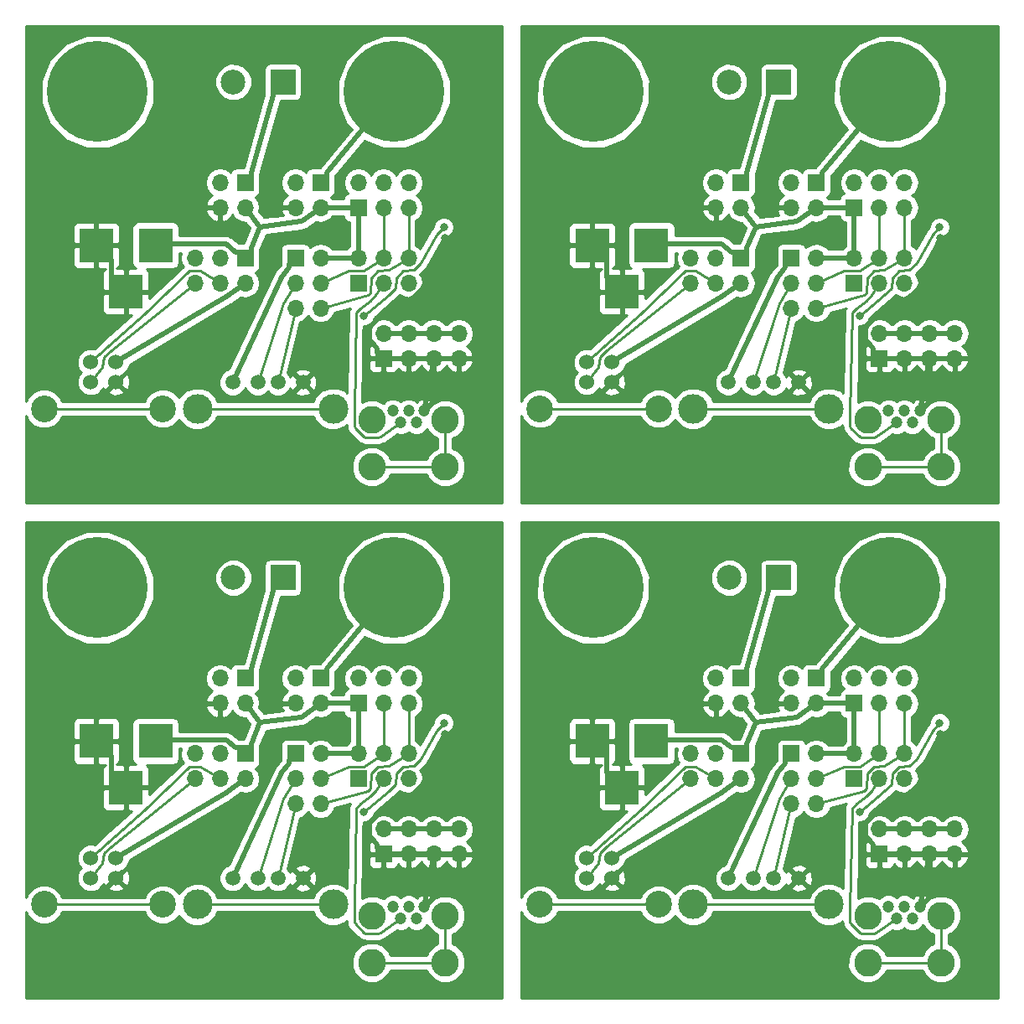
<source format=gbl>
%MOIN*%
%OFA0B0*%
%FSLAX46Y46*%
%IPPOS*%
%LPD*%
%ADD10C,0.0039370078740157488*%
%ADD11C,0.1063*%
%ADD12C,0.060000000000000005*%
%ADD13R,0.066929133858267723X0.066929133858267723*%
%ADD14O,0.066929133858267723X0.066929133858267723*%
%ADD15R,0.1378X0.1378*%
%ADD16C,0.4*%
%ADD17C,0.0470472440944882*%
%ADD18C,0.11023622047244094*%
%ADD19C,0.11810000000000001*%
%ADD20C,0.0591*%
%ADD21C,0.0984251968503937*%
%ADD22R,0.0984251968503937X0.0984251968503937*%
%ADD23C,0.031496062992125991*%
%ADD24C,0.01968503937007874*%
%ADD25C,0.00984251968503937*%
%ADD26C,0.01*%
%ADD37C,0.0039370078740157488*%
%ADD38C,0.1063*%
%ADD39C,0.060000000000000005*%
%ADD40R,0.066929133858267723X0.066929133858267723*%
%ADD41O,0.066929133858267723X0.066929133858267723*%
%ADD42R,0.1378X0.1378*%
%ADD43C,0.4*%
%ADD44C,0.0470472440944882*%
%ADD45C,0.11023622047244094*%
%ADD46C,0.11810000000000001*%
%ADD47C,0.0591*%
%ADD48C,0.0984251968503937*%
%ADD49R,0.0984251968503937X0.0984251968503937*%
%ADD50C,0.031496062992125991*%
%ADD51C,0.01968503937007874*%
%ADD52C,0.00984251968503937*%
%ADD53C,0.01*%
%ADD54C,0.0039370078740157488*%
%ADD55C,0.1063*%
%ADD56C,0.060000000000000005*%
%ADD57R,0.066929133858267723X0.066929133858267723*%
%ADD58O,0.066929133858267723X0.066929133858267723*%
%ADD59R,0.1378X0.1378*%
%ADD60C,0.4*%
%ADD61C,0.0470472440944882*%
%ADD62C,0.11023622047244094*%
%ADD63C,0.11810000000000001*%
%ADD64C,0.0591*%
%ADD65C,0.0984251968503937*%
%ADD66R,0.0984251968503937X0.0984251968503937*%
%ADD67C,0.031496062992125991*%
%ADD68C,0.01968503937007874*%
%ADD69C,0.00984251968503937*%
%ADD70C,0.01*%
%ADD71C,0.0039370078740157488*%
%ADD72C,0.1063*%
%ADD73C,0.060000000000000005*%
%ADD74R,0.066929133858267723X0.066929133858267723*%
%ADD75O,0.066929133858267723X0.066929133858267723*%
%ADD76R,0.1378X0.1378*%
%ADD77C,0.4*%
%ADD78C,0.0470472440944882*%
%ADD79C,0.11023622047244094*%
%ADD80C,0.11810000000000001*%
%ADD81C,0.0591*%
%ADD82C,0.0984251968503937*%
%ADD83R,0.0984251968503937X0.0984251968503937*%
%ADD84C,0.031496062992125991*%
%ADD85C,0.01968503937007874*%
%ADD86C,0.00984251968503937*%
%ADD87C,0.01*%
G01G01*
D10*
D11*
X0000003937Y0000003937D02*
X0000576337Y0000403937D03*
X0000103937Y0000403937D03*
D12*
X0000290137Y0000510237D03*
X0000390137Y0000510237D03*
X0000390137Y0000588937D03*
X0000290137Y0000588937D03*
D13*
X0000903937Y0001303937D03*
D14*
X0000903937Y0001203937D03*
X0000803937Y0001303937D03*
X0000803937Y0001203937D03*
X0001103937Y0001203937D03*
X0001103937Y0001303937D03*
X0001203937Y0001203937D03*
D13*
X0001203937Y0001303937D03*
X0001353937Y0001203937D03*
D14*
X0001353937Y0001303937D03*
X0001453937Y0001203937D03*
X0001453937Y0001303937D03*
X0001553937Y0001203937D03*
X0001553937Y0001303937D03*
X0001203937Y0000803937D03*
X0001103937Y0000803937D03*
X0001203937Y0000903937D03*
X0001103937Y0000903937D03*
X0001203937Y0001003937D03*
D13*
X0001103937Y0001003937D03*
X0000903937Y0001003937D03*
D14*
X0000903937Y0000903937D03*
X0000803937Y0001003937D03*
X0000803937Y0000903937D03*
X0000703937Y0001003937D03*
X0000703937Y0000903937D03*
X0001553937Y0001003937D03*
X0001553937Y0000903937D03*
X0001453937Y0001003937D03*
X0001453937Y0000903937D03*
X0001353937Y0001003937D03*
D13*
X0001353937Y0000903937D03*
D14*
X0001753937Y0000703937D03*
X0001753937Y0000603937D03*
X0001653937Y0000703937D03*
X0001653937Y0000603937D03*
X0001553937Y0000703937D03*
X0001553937Y0000603937D03*
X0001453937Y0000703937D03*
D13*
X0001453937Y0000603937D03*
D15*
X0000429937Y0000868937D03*
X0000311837Y0001053937D03*
X0000548037Y0001053937D03*
D16*
X0000316448Y0001665196D03*
X0001496448Y0001665196D03*
D17*
X0001490944Y0000395472D03*
X0001522440Y0000348228D03*
X0001553937Y0000395472D03*
X0001585433Y0000348228D03*
X0001616929Y0000395472D03*
D18*
X0001408267Y0000360039D03*
X0001699606Y0000360039D03*
X0001408267Y0000173031D03*
X0001699606Y0000173031D03*
D19*
X0000713935Y0000403941D03*
X0001253935Y0000403941D03*
D20*
X0000853935Y0000508941D03*
X0000953935Y0000508941D03*
X0001033935Y0000508941D03*
X0001133935Y0000508941D03*
D21*
X0000857086Y0001703937D03*
D22*
X0001053937Y0001703937D03*
D23*
X0001697881Y0001082291D03*
X0001376539Y0000773000D03*
X0001694421Y0001126637D03*
D24*
X0001477559Y0000603937D02*
X0001453937Y0000603937D01*
X0001487401Y0000603937D02*
X0001477559Y0000603937D01*
X0001553937Y0000603937D02*
X0001487401Y0000603937D01*
X0001616929Y0000395472D02*
X0001653937Y0000603937D01*
X0001753937Y0000603937D02*
X0001653937Y0000603937D01*
X0001430314Y0000627559D02*
X0001453937Y0000603937D01*
X0001430314Y0000637401D02*
X0001430314Y0000627559D01*
X0001430314Y0000641480D02*
X0001430314Y0000637401D01*
X0001399653Y0000680263D02*
X0001430314Y0000641480D01*
X0001398814Y0000682291D02*
X0001399653Y0000680263D01*
X0001398814Y0000725582D02*
X0001398814Y0000682291D01*
X0001399653Y0000727610D02*
X0001398814Y0000725582D01*
X0001430263Y0000758220D02*
X0001399653Y0000727610D01*
X0001577610Y0000849653D02*
X0001430263Y0000758220D01*
X0001608220Y0000880263D02*
X0001577610Y0000849653D01*
X0001697881Y0001082291D02*
X0001608220Y0000880263D01*
X0001553937Y0000603937D02*
X0001653937Y0000603937D01*
X0000370885Y0000927996D02*
X0000429937Y0000868937D01*
X0000370885Y0000937838D02*
X0000370885Y0000927996D01*
X0000370885Y0000985035D02*
X0000370885Y0000937838D01*
X0000370885Y0000994877D02*
X0000370885Y0000985035D01*
X0000311838Y0001053937D02*
X0000370885Y0000994877D01*
X0001653937Y0000703937D02*
X0001553937Y0000703937D01*
X0001753937Y0000703937D02*
X0001653937Y0000703937D01*
X0001125582Y0001148814D02*
X0000963744Y0001127992D01*
X0001127610Y0001149653D02*
X0001125582Y0001148814D01*
X0001203937Y0001203937D02*
X0001127610Y0001149653D01*
X0000963744Y0001127992D02*
X0000903937Y0001203937D01*
X0000880314Y0001027559D02*
X0000903937Y0001003937D01*
X0000870472Y0001027559D02*
X0000880314Y0001027559D01*
X0000866393Y0001027559D02*
X0000870472Y0001027559D01*
X0000827610Y0001058220D02*
X0000866393Y0001027559D01*
X0000825582Y0001059059D02*
X0000827610Y0001058220D01*
X0000616937Y0001059059D02*
X0000825582Y0001059059D01*
X0000607094Y0001059059D02*
X0000616937Y0001059059D01*
X0000548035Y0001053937D02*
X0000607094Y0001059059D01*
X0000927559Y0001027559D02*
X0000903937Y0001003937D01*
X0000927559Y0001037401D02*
X0000927559Y0001027559D01*
X0000927559Y0001041480D02*
X0000927559Y0001037401D01*
X0000963744Y0001127992D02*
X0000927559Y0001041480D01*
X0001353937Y0001003937D02*
X0001203937Y0001003937D01*
X0001353937Y0001170472D02*
X0001353937Y0001003937D01*
X0001353937Y0001180314D02*
X0001353937Y0001170472D01*
X0001353937Y0001203937D02*
X0001353937Y0001180314D01*
X0001330314Y0001203937D02*
X0001353937Y0001203937D01*
X0001320472Y0001203937D02*
X0001330314Y0001203937D01*
X0001203937Y0001203937D02*
X0001320472Y0001203937D01*
X0001553937Y0000703937D02*
X0001453937Y0000703937D01*
D25*
X0000103937Y0000403937D02*
X0000576338Y0000403937D01*
X0001474240Y0000854917D02*
X0001376539Y0000773000D01*
X0001502956Y0000883633D02*
X0001474240Y0000854917D01*
X0001504917Y0000924240D02*
X0001502956Y0000883633D01*
X0001533633Y0000952956D02*
X0001504917Y0000924240D01*
X0001574240Y0000954917D02*
X0001533633Y0000952956D01*
X0001602956Y0000983633D02*
X0001574240Y0000954917D01*
X0001665397Y0001095748D02*
X0001602956Y0000983633D01*
X0001694421Y0001126637D02*
X0001665397Y0001095748D01*
X0000713937Y0000403940D02*
X0001253937Y0000403940D01*
X0001423433Y0000855547D02*
X0001453937Y0000903937D01*
X0001402326Y0000834440D02*
X0001423433Y0000855547D01*
X0001363574Y0000804303D02*
X0001402326Y0000834440D01*
X0001345236Y0000785964D02*
X0001363574Y0000804303D01*
X0001337594Y0000384775D02*
X0001345236Y0000785964D01*
X0001337594Y0000335303D02*
X0001337594Y0000384775D01*
X0001340803Y0000327559D02*
X0001337594Y0000335303D01*
X0001375787Y0000292574D02*
X0001340803Y0000327559D01*
X0001383531Y0000289366D02*
X0001375787Y0000292574D01*
X0001433003Y0000289366D02*
X0001383531Y0000289366D01*
X0001440748Y0000292574D02*
X0001433003Y0000289366D01*
X0001522440Y0000348228D02*
X0001440748Y0000292574D01*
X0001699606Y0000173031D02*
X0001699606Y0000360039D01*
X0001408267Y0000173031D02*
X0001699606Y0000173031D01*
X0000335692Y0000570066D02*
X0000290137Y0000510236D01*
X0000343401Y0000608295D02*
X0000335692Y0000570066D01*
X0000370779Y0000635673D02*
X0000343401Y0000608295D01*
X0000703937Y0000903937D02*
X0000370779Y0000635673D01*
X0000359618Y0000653468D02*
X0000290137Y0000588937D01*
X0000505771Y0000783299D02*
X0000359618Y0000653468D01*
X0000683633Y0000952956D02*
X0000505771Y0000783299D01*
X0000724240Y0000952956D02*
X0000683633Y0000952956D01*
X0000803937Y0000903937D02*
X0000724240Y0000952956D01*
X0001054917Y0000824240D02*
X0001103937Y0000903937D01*
X0000953937Y0000508940D02*
X0001054917Y0000824240D01*
X0001033937Y0000508940D02*
X0001103937Y0000803937D01*
X0001553937Y0001003937D02*
X0001553937Y0001203937D01*
X0001474240Y0000954917D02*
X0001553937Y0001003937D01*
X0001433633Y0000952956D02*
X0001474240Y0000954917D01*
X0001404917Y0000924240D02*
X0001433633Y0000952956D01*
X0001402956Y0000864027D02*
X0001404917Y0000924240D01*
X0001393846Y0000854917D02*
X0001402956Y0000864027D01*
X0001203937Y0000803937D02*
X0001393846Y0000854917D01*
X0001453937Y0001003937D02*
X0001453937Y0001203937D01*
X0001374822Y0000953826D02*
X0001453937Y0001003937D01*
X0001374602Y0000953736D02*
X0001374822Y0000953826D01*
X0001314027Y0000952956D02*
X0001374602Y0000953736D01*
X0001203937Y0000903937D02*
X0001314027Y0000952956D01*
D24*
X0000927559Y0001327559D02*
X0000903937Y0001303937D01*
X0000927559Y0001337401D02*
X0000927559Y0001327559D01*
X0000927559Y0001341480D02*
X0000927559Y0001337401D01*
X0001014566Y0001650645D02*
X0000927559Y0001341480D01*
X0001014566Y0001654724D02*
X0001014566Y0001650645D01*
X0001014566Y0001664566D02*
X0001014566Y0001654724D01*
X0001053937Y0001703937D02*
X0001014566Y0001664566D01*
X0001227559Y0001327559D02*
X0001203937Y0001303937D01*
X0001227559Y0001337401D02*
X0001227559Y0001327559D01*
X0001227559Y0001341480D02*
X0001227559Y0001337401D01*
X0001496448Y0001665196D02*
X0001227559Y0001341480D01*
X0000827610Y0000849653D02*
X0000390137Y0000588937D01*
X0000903937Y0000903937D02*
X0000827610Y0000849653D01*
X0001080314Y0000980314D02*
X0001103937Y0001003937D01*
X0001080314Y0000970472D02*
X0001080314Y0000980314D01*
X0001080314Y0000966393D02*
X0001080314Y0000970472D01*
X0001049653Y0000927610D02*
X0001080314Y0000966393D01*
X0000853937Y0000508940D02*
X0001049653Y0000927610D01*
D26*
G36*
X0001926968Y0000030905D02*
X0000030905Y0000030905D01*
X0000030905Y0000376041D01*
X0000037646Y0000359726D01*
X0000059611Y0000337723D01*
X0000088324Y0000325800D01*
X0000119414Y0000325773D01*
X0000148148Y0000337646D01*
X0000170151Y0000359610D01*
X0000176132Y0000374015D01*
X0000504142Y0000374015D01*
X0000510046Y0000359726D01*
X0000532011Y0000337723D01*
X0000560724Y0000325800D01*
X0000591814Y0000325773D01*
X0000620548Y0000337646D01*
X0000641672Y0000358733D01*
X0000642639Y0000356393D01*
X0000666262Y0000332729D01*
X0000697143Y0000319906D01*
X0000730580Y0000319877D01*
X0000761483Y0000332646D01*
X0000785148Y0000356269D01*
X0000792518Y0000374019D01*
X0001175356Y0000374019D01*
X0001182639Y0000356393D01*
X0001206262Y0000332729D01*
X0001237143Y0000319906D01*
X0001270580Y0000319877D01*
X0001301483Y0000332646D01*
X0001307673Y0000338824D01*
X0001307673Y0000335303D01*
X0001307673Y0000335301D01*
X0001307673Y0000335300D01*
X0001308798Y0000329644D01*
X0001309950Y0000323852D01*
X0001309951Y0000323851D01*
X0001309952Y0000323849D01*
X0001313160Y0000316105D01*
X0001316392Y0000311269D01*
X0001319645Y0000306401D01*
X0001354629Y0000271417D01*
X0001359582Y0000268107D01*
X0001364334Y0000264932D01*
X0001372078Y0000261723D01*
X0001372079Y0000261723D01*
X0001372081Y0000261722D01*
X0001377687Y0000260607D01*
X0001383528Y0000259444D01*
X0001383529Y0000259445D01*
X0001383531Y0000259444D01*
X0001433003Y0000259444D01*
X0001433005Y0000259445D01*
X0001433007Y0000259444D01*
X0001438662Y0000260570D01*
X0001444454Y0000261722D01*
X0001444455Y0000261723D01*
X0001444457Y0000261723D01*
X0001452201Y0000264932D01*
X0001454760Y0000266642D01*
X0001457594Y0000267846D01*
X0001507542Y0000301874D01*
X0001512746Y0000299713D01*
X0001532050Y0000299696D01*
X0001549891Y0000307068D01*
X0001553932Y0000311101D01*
X0001557910Y0000307116D01*
X0001575738Y0000299713D01*
X0001595042Y0000299696D01*
X0001612883Y0000307068D01*
X0001626545Y0000320706D01*
X0001627861Y0000323874D01*
X0001631645Y0000314715D01*
X0001654163Y0000292158D01*
X0001669685Y0000285713D01*
X0001669685Y0000247356D01*
X0001654282Y0000240991D01*
X0001631725Y0000218474D01*
X0001625280Y0000202952D01*
X0001482592Y0000202952D01*
X0001476228Y0000218355D01*
X0001453710Y0000240912D01*
X0001424274Y0000253135D01*
X0001392401Y0000253163D01*
X0001362943Y0000240991D01*
X0001340386Y0000218474D01*
X0001328163Y0000189037D01*
X0001328135Y0000157164D01*
X0001340307Y0000127707D01*
X0001362825Y0000105150D01*
X0001392261Y0000092927D01*
X0001424134Y0000092899D01*
X0001453591Y0000105071D01*
X0001476148Y0000127588D01*
X0001482593Y0000143110D01*
X0001625281Y0000143110D01*
X0001631645Y0000127707D01*
X0001654163Y0000105150D01*
X0001683599Y0000092927D01*
X0001715472Y0000092899D01*
X0001744930Y0000105071D01*
X0001767487Y0000127588D01*
X0001779710Y0000157025D01*
X0001779738Y0000188898D01*
X0001767566Y0000218355D01*
X0001745048Y0000240912D01*
X0001729527Y0000247357D01*
X0001729527Y0000285714D01*
X0001744930Y0000292078D01*
X0001767487Y0000314596D01*
X0001779710Y0000344032D01*
X0001779738Y0000375905D01*
X0001767566Y0000405363D01*
X0001745048Y0000427920D01*
X0001715612Y0000440143D01*
X0001683739Y0000440171D01*
X0001654282Y0000427999D01*
X0001631725Y0000405481D01*
X0001630102Y0000401575D01*
X0001624000Y0000395472D01*
X0001624557Y0000394915D01*
X0001617485Y0000387844D01*
X0001616929Y0000388401D01*
X0001616372Y0000387844D01*
X0001609301Y0000394915D01*
X0001609858Y0000395472D01*
X0001609301Y0000396029D01*
X0001616372Y0000403100D01*
X0001616929Y0000402543D01*
X0001643752Y0000429366D01*
X0001641815Y0000438231D01*
X0001623557Y0000444500D01*
X0001604290Y0000443305D01*
X0001592042Y0000438231D01*
X0001590105Y0000429367D01*
X0001585550Y0000433922D01*
X0001584833Y0000433205D01*
X0001581459Y0000436584D01*
X0001563631Y0000443987D01*
X0001544327Y0000444004D01*
X0001526486Y0000436632D01*
X0001522445Y0000432599D01*
X0001518467Y0000436584D01*
X0001500639Y0000443987D01*
X0001481335Y0000444004D01*
X0001463494Y0000436632D01*
X0001454237Y0000427392D01*
X0001453710Y0000427920D01*
X0001424274Y0000440143D01*
X0001392401Y0000440171D01*
X0001368387Y0000430249D01*
X0001371481Y0000592687D01*
X0001395472Y0000592687D01*
X0001395472Y0000565499D01*
X0001399278Y0000556311D01*
X0001406311Y0000549278D01*
X0001415499Y0000545472D01*
X0001442687Y0000545472D01*
X0001448937Y0000551722D01*
X0001448937Y0000598937D01*
X0001458937Y0000598937D01*
X0001458937Y0000551722D01*
X0001465187Y0000545472D01*
X0001492374Y0000545472D01*
X0001501562Y0000549278D01*
X0001508595Y0000556311D01*
X0001512013Y0000564562D01*
X0001523743Y0000553872D01*
X0001539886Y0000547185D01*
X0001548937Y0000551962D01*
X0001548937Y0000598937D01*
X0001558937Y0000598937D01*
X0001558937Y0000551962D01*
X0001567987Y0000547185D01*
X0001584130Y0000553872D01*
X0001600991Y0000569237D01*
X0001603937Y0000575510D01*
X0001606882Y0000569237D01*
X0001623743Y0000553872D01*
X0001639886Y0000547185D01*
X0001648937Y0000551962D01*
X0001648937Y0000598937D01*
X0001658937Y0000598937D01*
X0001658937Y0000551962D01*
X0001667987Y0000547185D01*
X0001684130Y0000553872D01*
X0001700991Y0000569237D01*
X0001703937Y0000575510D01*
X0001706882Y0000569237D01*
X0001723743Y0000553872D01*
X0001739886Y0000547185D01*
X0001748937Y0000551962D01*
X0001748937Y0000598937D01*
X0001758937Y0000598937D01*
X0001758937Y0000551962D01*
X0001767987Y0000547185D01*
X0001784130Y0000553872D01*
X0001800991Y0000569237D01*
X0001810688Y0000589886D01*
X0001805937Y0000598937D01*
X0001758937Y0000598937D01*
X0001748937Y0000598937D01*
X0001658937Y0000598937D01*
X0001648937Y0000598937D01*
X0001558937Y0000598937D01*
X0001548937Y0000598937D01*
X0001458937Y0000598937D01*
X0001448937Y0000598937D01*
X0001401722Y0000598937D01*
X0001395472Y0000592687D01*
X0001371481Y0000592687D01*
X0001373622Y0000705082D01*
X0001395472Y0000705082D01*
X0001395472Y0000702791D01*
X0001399922Y0000680418D01*
X0001412596Y0000661450D01*
X0001412829Y0000661295D01*
X0001406311Y0000658595D01*
X0001399278Y0000651562D01*
X0001395472Y0000642374D01*
X0001395472Y0000615187D01*
X0001401722Y0000608937D01*
X0001448937Y0000608937D01*
X0001448937Y0000609724D01*
X0001458937Y0000609724D01*
X0001458937Y0000608937D01*
X0001548937Y0000608937D01*
X0001548937Y0000609724D01*
X0001558937Y0000609724D01*
X0001558937Y0000608937D01*
X0001648937Y0000608937D01*
X0001648937Y0000609724D01*
X0001658937Y0000609724D01*
X0001658937Y0000608937D01*
X0001748937Y0000608937D01*
X0001748937Y0000609724D01*
X0001758937Y0000609724D01*
X0001758937Y0000608937D01*
X0001805937Y0000608937D01*
X0001810688Y0000617987D01*
X0001800991Y0000638636D01*
X0001784130Y0000654001D01*
X0001784129Y0000654002D01*
X0001795277Y0000661450D01*
X0001807951Y0000680418D01*
X0001812401Y0000702791D01*
X0001812401Y0000705082D01*
X0001807951Y0000727455D01*
X0001795277Y0000746423D01*
X0001776310Y0000759096D01*
X0001753937Y0000763546D01*
X0001731563Y0000759096D01*
X0001712596Y0000746423D01*
X0001707489Y0000738779D01*
X0001700385Y0000738779D01*
X0001695277Y0000746423D01*
X0001676310Y0000759096D01*
X0001653937Y0000763546D01*
X0001631563Y0000759096D01*
X0001612596Y0000746423D01*
X0001607489Y0000738779D01*
X0001600385Y0000738779D01*
X0001595277Y0000746423D01*
X0001576310Y0000759096D01*
X0001553937Y0000763546D01*
X0001531563Y0000759096D01*
X0001512596Y0000746423D01*
X0001507489Y0000738779D01*
X0001500385Y0000738779D01*
X0001495277Y0000746423D01*
X0001476310Y0000759096D01*
X0001453937Y0000763546D01*
X0001431563Y0000759096D01*
X0001412596Y0000746423D01*
X0001399922Y0000727455D01*
X0001395472Y0000705082D01*
X0001373622Y0000705082D01*
X0001374139Y0000732254D01*
X0001384609Y0000732244D01*
X0001399591Y0000738435D01*
X0001411063Y0000749887D01*
X0001417280Y0000764859D01*
X0001417283Y0000768114D01*
X0001493464Y0000831988D01*
X0001494295Y0000833023D01*
X0001495397Y0000833759D01*
X0001518886Y0000857248D01*
X0001531563Y0000848777D01*
X0001553937Y0000844327D01*
X0001576310Y0000848777D01*
X0001595277Y0000861450D01*
X0001607951Y0000880418D01*
X0001612401Y0000902791D01*
X0001612401Y0000905082D01*
X0001607951Y0000927455D01*
X0001600397Y0000938760D01*
X0001624114Y0000962476D01*
X0001626415Y0000965919D01*
X0001629097Y0000969075D01*
X0001689737Y0001077956D01*
X0001697189Y0001085887D01*
X0001702490Y0001085882D01*
X0001717473Y0001092073D01*
X0001728945Y0001103525D01*
X0001735162Y0001118496D01*
X0001735176Y0001134707D01*
X0001728985Y0001149689D01*
X0001717533Y0001161162D01*
X0001702562Y0001167378D01*
X0001686351Y0001167392D01*
X0001671369Y0001161202D01*
X0001659896Y0001149749D01*
X0001653680Y0001134778D01*
X0001653673Y0001126966D01*
X0001643591Y0001116236D01*
X0001641642Y0001113112D01*
X0001639257Y0001110306D01*
X0001599859Y0001039566D01*
X0001595277Y0001046423D01*
X0001583858Y0001054053D01*
X0001583858Y0001153820D01*
X0001595277Y0001161450D01*
X0001607951Y0001180418D01*
X0001612401Y0001202791D01*
X0001612401Y0001205082D01*
X0001607951Y0001227455D01*
X0001595277Y0001246423D01*
X0001584032Y0001253937D01*
X0001595277Y0001261450D01*
X0001607951Y0001280418D01*
X0001612401Y0001302791D01*
X0001612401Y0001305082D01*
X0001607951Y0001327455D01*
X0001595277Y0001346423D01*
X0001576310Y0001359096D01*
X0001553937Y0001363546D01*
X0001531563Y0001359096D01*
X0001512596Y0001346423D01*
X0001503937Y0001333463D01*
X0001495277Y0001346423D01*
X0001476310Y0001359096D01*
X0001453937Y0001363546D01*
X0001431563Y0001359096D01*
X0001412596Y0001346423D01*
X0001403937Y0001333463D01*
X0001395277Y0001346423D01*
X0001376310Y0001359096D01*
X0001353937Y0001363546D01*
X0001331563Y0001359096D01*
X0001312596Y0001346423D01*
X0001299922Y0001327455D01*
X0001295472Y0001305082D01*
X0001295472Y0001302791D01*
X0001299922Y0001280418D01*
X0001312596Y0001261450D01*
X0001312741Y0001261353D01*
X0001310717Y0001260951D01*
X0001302448Y0001255425D01*
X0001296922Y0001247156D01*
X0001295256Y0001238779D01*
X0001250385Y0001238779D01*
X0001245277Y0001246423D01*
X0001245132Y0001246520D01*
X0001247156Y0001246922D01*
X0001255425Y0001252448D01*
X0001260951Y0001260717D01*
X0001262891Y0001270472D01*
X0001262891Y0001329486D01*
X0001379660Y0001470065D01*
X0001451497Y0001440236D01*
X0001541007Y0001440157D01*
X0001623734Y0001474339D01*
X0001687083Y0001537578D01*
X0001721409Y0001620245D01*
X0001721487Y0001709755D01*
X0001687305Y0001792482D01*
X0001624067Y0001855831D01*
X0001541400Y0001890157D01*
X0001451889Y0001890235D01*
X0001369163Y0001856053D01*
X0001305814Y0001792815D01*
X0001271487Y0001710148D01*
X0001271409Y0001620637D01*
X0001305591Y0001537911D01*
X0001327334Y0001516130D01*
X0001200756Y0001363743D01*
X0001200294Y0001362891D01*
X0001170472Y0001362891D01*
X0001160717Y0001360951D01*
X0001152448Y0001355425D01*
X0001146922Y0001347156D01*
X0001146433Y0001344693D01*
X0001145277Y0001346423D01*
X0001126310Y0001359096D01*
X0001103937Y0001363546D01*
X0001081563Y0001359096D01*
X0001062596Y0001346423D01*
X0001049922Y0001327455D01*
X0001045472Y0001305082D01*
X0001045472Y0001302791D01*
X0001049922Y0001280418D01*
X0001062596Y0001261450D01*
X0001073744Y0001254002D01*
X0001073743Y0001254001D01*
X0001056882Y0001238636D01*
X0001047185Y0001217987D01*
X0001051936Y0001208937D01*
X0001098937Y0001208937D01*
X0001098937Y0001209724D01*
X0001108937Y0001209724D01*
X0001108937Y0001208937D01*
X0001109724Y0001208937D01*
X0001109724Y0001198937D01*
X0001108937Y0001198937D01*
X0001108937Y0001198149D01*
X0001098937Y0001198149D01*
X0001098937Y0001198937D01*
X0001051936Y0001198937D01*
X0001047185Y0001189886D01*
X0001054284Y0001174771D01*
X0000978893Y0001165071D01*
X0000959737Y0001189396D01*
X0000962401Y0001202791D01*
X0000962401Y0001205082D01*
X0000957951Y0001227455D01*
X0000945277Y0001246423D01*
X0000945132Y0001246520D01*
X0000947156Y0001246922D01*
X0000955425Y0001252448D01*
X0000960951Y0001260717D01*
X0000962891Y0001270472D01*
X0000962891Y0001337401D01*
X0000962773Y0001337993D01*
X0001044737Y0001629234D01*
X0001103149Y0001629234D01*
X0001112904Y0001631174D01*
X0001121173Y0001636700D01*
X0001126699Y0001644969D01*
X0001128639Y0001654724D01*
X0001128639Y0001753149D01*
X0001126699Y0001762904D01*
X0001121173Y0001771173D01*
X0001112904Y0001776699D01*
X0001103149Y0001778639D01*
X0001004724Y0001778639D01*
X0000994969Y0001776699D01*
X0000986700Y0001771173D01*
X0000981174Y0001762904D01*
X0000979234Y0001753149D01*
X0000979234Y0001654724D01*
X0000979352Y0001654132D01*
X0000897388Y0001362891D01*
X0000870472Y0001362891D01*
X0000860717Y0001360951D01*
X0000852448Y0001355425D01*
X0000846922Y0001347156D01*
X0000846433Y0001344693D01*
X0000845277Y0001346423D01*
X0000826310Y0001359096D01*
X0000803937Y0001363546D01*
X0000781563Y0001359096D01*
X0000762596Y0001346423D01*
X0000749922Y0001327455D01*
X0000745472Y0001305082D01*
X0000745472Y0001302791D01*
X0000749922Y0001280418D01*
X0000762596Y0001261450D01*
X0000773744Y0001254002D01*
X0000773743Y0001254001D01*
X0000756882Y0001238636D01*
X0000747185Y0001217987D01*
X0000751936Y0001208937D01*
X0000798937Y0001208937D01*
X0000798937Y0001209724D01*
X0000808937Y0001209724D01*
X0000808937Y0001208937D01*
X0000809724Y0001208937D01*
X0000809724Y0001198937D01*
X0000808937Y0001198937D01*
X0000808937Y0001151962D01*
X0000817987Y0001147185D01*
X0000834130Y0001153872D01*
X0000850991Y0001169237D01*
X0000853633Y0001174864D01*
X0000862596Y0001161450D01*
X0000881563Y0001148777D01*
X0000903937Y0001144327D01*
X0000906179Y0001144773D01*
X0000923693Y0001122533D01*
X0000898747Y0001062891D01*
X0000877883Y0001062891D01*
X0000849218Y0001085553D01*
X0000844931Y0001087744D01*
X0000840926Y0001090417D01*
X0000838899Y0001091256D01*
X0000837533Y0001091527D01*
X0000837114Y0001091741D01*
X0000836004Y0001091830D01*
X0000832225Y0001092580D01*
X0000825582Y0001093901D01*
X0000642426Y0001093901D01*
X0000642426Y0001122837D01*
X0000640486Y0001132591D01*
X0000634960Y0001140860D01*
X0000626691Y0001146386D01*
X0000616937Y0001148326D01*
X0000479137Y0001148326D01*
X0000469382Y0001146386D01*
X0000461113Y0001140860D01*
X0000455587Y0001132591D01*
X0000453647Y0001122837D01*
X0000453647Y0000985037D01*
X0000455587Y0000975282D01*
X0000461113Y0000967013D01*
X0000467362Y0000962837D01*
X0000441187Y0000962837D01*
X0000434937Y0000956587D01*
X0000434937Y0000873937D01*
X0000517587Y0000873937D01*
X0000523837Y0000880187D01*
X0000523837Y0000942809D01*
X0000520030Y0000951998D01*
X0000512998Y0000959030D01*
X0000511751Y0000959547D01*
X0000616937Y0000959547D01*
X0000626691Y0000961487D01*
X0000634960Y0000967013D01*
X0000640486Y0000975282D01*
X0000642426Y0000985037D01*
X0000642426Y0001024216D01*
X0000649278Y0001024216D01*
X0000645472Y0001005082D01*
X0000645472Y0001002791D01*
X0000649922Y0000980418D01*
X0000657377Y0000969261D01*
X0000523837Y0000841881D01*
X0000523837Y0000857687D01*
X0000517587Y0000863937D01*
X0000434937Y0000863937D01*
X0000434937Y0000781287D01*
X0000441187Y0000775037D01*
X0000451417Y0000775037D01*
X0000339746Y0000675838D01*
X0000339543Y0000675569D01*
X0000339255Y0000675392D01*
X0000304064Y0000642707D01*
X0000301125Y0000643927D01*
X0000279245Y0000643946D01*
X0000259023Y0000635590D01*
X0000243538Y0000620132D01*
X0000235147Y0000599925D01*
X0000235128Y0000578044D01*
X0000243483Y0000557822D01*
X0000251705Y0000549586D01*
X0000243538Y0000541432D01*
X0000235147Y0000521225D01*
X0000235128Y0000499344D01*
X0000243483Y0000479122D01*
X0000258942Y0000463637D01*
X0000279149Y0000455246D01*
X0000301029Y0000455227D01*
X0000321252Y0000463583D01*
X0000329329Y0000471645D01*
X0000358617Y0000471645D01*
X0000361352Y0000462111D01*
X0000381960Y0000454758D01*
X0000403813Y0000455852D01*
X0000418922Y0000462111D01*
X0000421657Y0000471645D01*
X0000390137Y0000503165D01*
X0000358617Y0000471645D01*
X0000329329Y0000471645D01*
X0000336737Y0000479041D01*
X0000339877Y0000486604D01*
X0000342011Y0000481451D01*
X0000351546Y0000478717D01*
X0000383066Y0000510237D01*
X0000397208Y0000510237D01*
X0000428728Y0000478717D01*
X0000438263Y0000481451D01*
X0000445615Y0000502059D01*
X0000444522Y0000523912D01*
X0000438263Y0000539022D01*
X0000428728Y0000541757D01*
X0000397208Y0000510237D01*
X0000383066Y0000510237D01*
X0000382509Y0000510793D01*
X0000389581Y0000517864D01*
X0000390137Y0000517308D01*
X0000410789Y0000537960D01*
X0000421252Y0000542283D01*
X0000436737Y0000557741D01*
X0000445128Y0000577948D01*
X0000445131Y0000581150D01*
X0000845447Y0000819723D01*
X0000846504Y0000820676D01*
X0000847803Y0000821259D01*
X0000885418Y0000848010D01*
X0000903937Y0000844327D01*
X0000926310Y0000848777D01*
X0000945277Y0000861450D01*
X0000957951Y0000880418D01*
X0000962401Y0000902791D01*
X0000962401Y0000905082D01*
X0000957951Y0000927455D01*
X0000945277Y0000946423D01*
X0000945132Y0000946520D01*
X0000947156Y0000946922D01*
X0000955425Y0000952448D01*
X0000960951Y0000960717D01*
X0000962891Y0000970472D01*
X0000962891Y0001035658D01*
X0000988130Y0001096000D01*
X0001130029Y0001114257D01*
X0001134195Y0001115658D01*
X0001135400Y0001115693D01*
X0001136321Y0001116106D01*
X0001138899Y0001116617D01*
X0001140926Y0001117456D01*
X0001142329Y0001118392D01*
X0001142915Y0001118589D01*
X0001143863Y0001119416D01*
X0001144206Y0001119645D01*
X0001147803Y0001121259D01*
X0001185418Y0001148010D01*
X0001203937Y0001144327D01*
X0001226310Y0001148777D01*
X0001245277Y0001161450D01*
X0001250385Y0001169094D01*
X0001295256Y0001169094D01*
X0001296922Y0001160717D01*
X0001302448Y0001152448D01*
X0001310717Y0001146922D01*
X0001319094Y0001145256D01*
X0001319094Y0001050765D01*
X0001312596Y0001046423D01*
X0001307489Y0001038779D01*
X0001250765Y0001038779D01*
X0001246423Y0001045277D01*
X0001227455Y0001057951D01*
X0001205082Y0001062401D01*
X0001202791Y0001062401D01*
X0001180418Y0001057951D01*
X0001161450Y0001045277D01*
X0001161353Y0001045132D01*
X0001160951Y0001047156D01*
X0001155425Y0001055425D01*
X0001147156Y0001060951D01*
X0001137401Y0001062891D01*
X0001070472Y0001062891D01*
X0001060717Y0001060951D01*
X0001052448Y0001055425D01*
X0001046922Y0001047156D01*
X0001044982Y0001037401D01*
X0001044982Y0000977883D01*
X0001022320Y0000949218D01*
X0001020481Y0000945621D01*
X0001018089Y0000942365D01*
X0000840465Y0000562399D01*
X0000823075Y0000555213D01*
X0000807717Y0000539882D01*
X0000799394Y0000519840D01*
X0000799375Y0000498138D01*
X0000807663Y0000478082D01*
X0000822995Y0000462723D01*
X0000843037Y0000454401D01*
X0000864738Y0000454382D01*
X0000884795Y0000462669D01*
X0000900153Y0000478001D01*
X0000903934Y0000487106D01*
X0000907663Y0000478082D01*
X0000922995Y0000462723D01*
X0000943037Y0000454401D01*
X0000964738Y0000454382D01*
X0000984795Y0000462669D01*
X0000993937Y0000471796D01*
X0001002995Y0000462723D01*
X0001023037Y0000454401D01*
X0001044738Y0000454382D01*
X0001064795Y0000462669D01*
X0001072816Y0000470676D01*
X0001102741Y0000470676D01*
X0001105421Y0000461188D01*
X0001125865Y0000453911D01*
X0001147539Y0000455012D01*
X0001162449Y0000461188D01*
X0001165129Y0000470676D01*
X0001133935Y0000501870D01*
X0001102741Y0000470676D01*
X0001072816Y0000470676D01*
X0001080153Y0000478001D01*
X0001083674Y0000486480D01*
X0001086182Y0000480427D01*
X0001095670Y0000477747D01*
X0001126864Y0000508941D01*
X0001141006Y0000508941D01*
X0001172200Y0000477747D01*
X0001181688Y0000480427D01*
X0001188965Y0000500872D01*
X0001187864Y0000522545D01*
X0001181688Y0000537456D01*
X0001172200Y0000540135D01*
X0001141006Y0000508941D01*
X0001126864Y0000508941D01*
X0001095670Y0000540135D01*
X0001086182Y0000537456D01*
X0001083865Y0000530948D01*
X0001080207Y0000539801D01*
X0001073586Y0000546434D01*
X0001073769Y0000547206D01*
X0001102741Y0000547206D01*
X0001133935Y0000516012D01*
X0001165129Y0000547206D01*
X0001162449Y0000556694D01*
X0001142004Y0000563971D01*
X0001120331Y0000562871D01*
X0001105421Y0000556694D01*
X0001102741Y0000547206D01*
X0001073769Y0000547206D01*
X0001121595Y0000748757D01*
X0001127455Y0000749922D01*
X0001146423Y0000762596D01*
X0001153937Y0000773841D01*
X0001161450Y0000762596D01*
X0001180418Y0000749922D01*
X0001202791Y0000745472D01*
X0001205082Y0000745472D01*
X0001227455Y0000749922D01*
X0001246423Y0000762596D01*
X0001259096Y0000781563D01*
X0001260399Y0000788113D01*
X0001322520Y0000804789D01*
X0001320990Y0000802500D01*
X0001317815Y0000797939D01*
X0001317753Y0000797656D01*
X0001317592Y0000797414D01*
X0001316508Y0000791963D01*
X0001315320Y0000786534D01*
X0001309243Y0000467505D01*
X0001301608Y0000475154D01*
X0001270727Y0000487977D01*
X0001237290Y0000488006D01*
X0001206387Y0000475237D01*
X0001182722Y0000451614D01*
X0001175351Y0000433862D01*
X0000792514Y0000433862D01*
X0000785231Y0000451490D01*
X0000761608Y0000475154D01*
X0000730727Y0000487977D01*
X0000697290Y0000488006D01*
X0000666387Y0000475237D01*
X0000642722Y0000451614D01*
X0000641678Y0000449099D01*
X0000620664Y0000470150D01*
X0000591950Y0000482073D01*
X0000560860Y0000482100D01*
X0000532127Y0000470227D01*
X0000510124Y0000448263D01*
X0000504142Y0000433858D01*
X0000176133Y0000433858D01*
X0000170228Y0000448147D01*
X0000148264Y0000470150D01*
X0000119550Y0000482073D01*
X0000088460Y0000482100D01*
X0000059727Y0000470227D01*
X0000037724Y0000448263D01*
X0000030905Y0000431842D01*
X0000030905Y0000857687D01*
X0000336037Y0000857687D01*
X0000336037Y0000795064D01*
X0000339843Y0000785875D01*
X0000346875Y0000778843D01*
X0000356064Y0000775037D01*
X0000418687Y0000775037D01*
X0000424937Y0000781287D01*
X0000424937Y0000863937D01*
X0000342287Y0000863937D01*
X0000336037Y0000857687D01*
X0000030905Y0000857687D01*
X0000030905Y0001042687D01*
X0000217937Y0001042687D01*
X0000217937Y0000980064D01*
X0000221743Y0000970875D01*
X0000228775Y0000963843D01*
X0000237964Y0000960037D01*
X0000300587Y0000960037D01*
X0000306837Y0000966287D01*
X0000306837Y0001048937D01*
X0000316837Y0001048937D01*
X0000316837Y0000966287D01*
X0000323087Y0000960037D01*
X0000349304Y0000960037D01*
X0000346875Y0000959030D01*
X0000339843Y0000951998D01*
X0000336037Y0000942809D01*
X0000336037Y0000880187D01*
X0000342287Y0000873937D01*
X0000424937Y0000873937D01*
X0000424937Y0000956587D01*
X0000418687Y0000962837D01*
X0000392469Y0000962837D01*
X0000394898Y0000963843D01*
X0000401930Y0000970875D01*
X0000405737Y0000980064D01*
X0000405737Y0001042687D01*
X0000399487Y0001048937D01*
X0000316837Y0001048937D01*
X0000306837Y0001048937D01*
X0000224187Y0001048937D01*
X0000217937Y0001042687D01*
X0000030905Y0001042687D01*
X0000030905Y0001127809D01*
X0000217937Y0001127809D01*
X0000217937Y0001065187D01*
X0000224187Y0001058937D01*
X0000306837Y0001058937D01*
X0000306837Y0001141587D01*
X0000316837Y0001141587D01*
X0000316837Y0001058937D01*
X0000399487Y0001058937D01*
X0000405737Y0001065187D01*
X0000405737Y0001127809D01*
X0000401930Y0001136998D01*
X0000394898Y0001144030D01*
X0000385709Y0001147837D01*
X0000323087Y0001147837D01*
X0000316837Y0001141587D01*
X0000306837Y0001141587D01*
X0000300587Y0001147837D01*
X0000237964Y0001147837D01*
X0000228775Y0001144030D01*
X0000221743Y0001136998D01*
X0000217937Y0001127809D01*
X0000030905Y0001127809D01*
X0000030905Y0001189886D01*
X0000747185Y0001189886D01*
X0000756882Y0001169237D01*
X0000773743Y0001153872D01*
X0000789886Y0001147185D01*
X0000798937Y0001151962D01*
X0000798937Y0001198937D01*
X0000751936Y0001198937D01*
X0000747185Y0001189886D01*
X0000030905Y0001189886D01*
X0000030905Y0001620637D01*
X0000091409Y0001620637D01*
X0000125591Y0001537911D01*
X0000188830Y0001474562D01*
X0000271497Y0001440236D01*
X0000361007Y0001440157D01*
X0000443734Y0001474339D01*
X0000507083Y0001537578D01*
X0000541409Y0001620245D01*
X0000541469Y0001689239D01*
X0000782861Y0001689239D01*
X0000794135Y0001661953D01*
X0000814993Y0001641059D01*
X0000842260Y0001629737D01*
X0000871783Y0001629711D01*
X0000899069Y0001640985D01*
X0000919964Y0001661844D01*
X0000931286Y0001689110D01*
X0000931312Y0001718634D01*
X0000920037Y0001745920D01*
X0000899179Y0001766814D01*
X0000871913Y0001778136D01*
X0000842389Y0001778162D01*
X0000815103Y0001766888D01*
X0000794208Y0001746029D01*
X0000782886Y0001718763D01*
X0000782861Y0001689239D01*
X0000541469Y0001689239D01*
X0000541487Y0001709755D01*
X0000507305Y0001792482D01*
X0000444067Y0001855831D01*
X0000361400Y0001890157D01*
X0000271889Y0001890235D01*
X0000189163Y0001856053D01*
X0000125814Y0001792815D01*
X0000091487Y0001710148D01*
X0000091409Y0001620637D01*
X0000030905Y0001620637D01*
X0000030905Y0001926968D01*
X0001926968Y0001926968D01*
X0001926968Y0000030905D01*
X0001926968Y0000030905D01*
G37*
X0001926968Y0000030905D02*
X0000030905Y0000030905D01*
X0000030905Y0000376041D01*
X0000037646Y0000359726D01*
X0000059611Y0000337723D01*
X0000088324Y0000325800D01*
X0000119414Y0000325773D01*
X0000148148Y0000337646D01*
X0000170151Y0000359610D01*
X0000176132Y0000374015D01*
X0000504142Y0000374015D01*
X0000510046Y0000359726D01*
X0000532011Y0000337723D01*
X0000560724Y0000325800D01*
X0000591814Y0000325773D01*
X0000620548Y0000337646D01*
X0000641672Y0000358733D01*
X0000642639Y0000356393D01*
X0000666262Y0000332729D01*
X0000697143Y0000319906D01*
X0000730580Y0000319877D01*
X0000761483Y0000332646D01*
X0000785148Y0000356269D01*
X0000792518Y0000374019D01*
X0001175356Y0000374019D01*
X0001182639Y0000356393D01*
X0001206262Y0000332729D01*
X0001237143Y0000319906D01*
X0001270580Y0000319877D01*
X0001301483Y0000332646D01*
X0001307673Y0000338824D01*
X0001307673Y0000335303D01*
X0001307673Y0000335301D01*
X0001307673Y0000335300D01*
X0001308798Y0000329644D01*
X0001309950Y0000323852D01*
X0001309951Y0000323851D01*
X0001309952Y0000323849D01*
X0001313160Y0000316105D01*
X0001316392Y0000311269D01*
X0001319645Y0000306401D01*
X0001354629Y0000271417D01*
X0001359582Y0000268107D01*
X0001364334Y0000264932D01*
X0001372078Y0000261723D01*
X0001372079Y0000261723D01*
X0001372081Y0000261722D01*
X0001377687Y0000260607D01*
X0001383528Y0000259444D01*
X0001383529Y0000259445D01*
X0001383531Y0000259444D01*
X0001433003Y0000259444D01*
X0001433005Y0000259445D01*
X0001433007Y0000259444D01*
X0001438662Y0000260570D01*
X0001444454Y0000261722D01*
X0001444455Y0000261723D01*
X0001444457Y0000261723D01*
X0001452201Y0000264932D01*
X0001454760Y0000266642D01*
X0001457594Y0000267846D01*
X0001507542Y0000301874D01*
X0001512746Y0000299713D01*
X0001532050Y0000299696D01*
X0001549891Y0000307068D01*
X0001553932Y0000311101D01*
X0001557910Y0000307116D01*
X0001575738Y0000299713D01*
X0001595042Y0000299696D01*
X0001612883Y0000307068D01*
X0001626545Y0000320706D01*
X0001627861Y0000323874D01*
X0001631645Y0000314715D01*
X0001654163Y0000292158D01*
X0001669685Y0000285713D01*
X0001669685Y0000247356D01*
X0001654282Y0000240991D01*
X0001631725Y0000218474D01*
X0001625280Y0000202952D01*
X0001482592Y0000202952D01*
X0001476228Y0000218355D01*
X0001453710Y0000240912D01*
X0001424274Y0000253135D01*
X0001392401Y0000253163D01*
X0001362943Y0000240991D01*
X0001340386Y0000218474D01*
X0001328163Y0000189037D01*
X0001328135Y0000157164D01*
X0001340307Y0000127707D01*
X0001362825Y0000105150D01*
X0001392261Y0000092927D01*
X0001424134Y0000092899D01*
X0001453591Y0000105071D01*
X0001476148Y0000127588D01*
X0001482593Y0000143110D01*
X0001625281Y0000143110D01*
X0001631645Y0000127707D01*
X0001654163Y0000105150D01*
X0001683599Y0000092927D01*
X0001715472Y0000092899D01*
X0001744930Y0000105071D01*
X0001767487Y0000127588D01*
X0001779710Y0000157025D01*
X0001779738Y0000188898D01*
X0001767566Y0000218355D01*
X0001745048Y0000240912D01*
X0001729527Y0000247357D01*
X0001729527Y0000285714D01*
X0001744930Y0000292078D01*
X0001767487Y0000314596D01*
X0001779710Y0000344032D01*
X0001779738Y0000375905D01*
X0001767566Y0000405363D01*
X0001745048Y0000427920D01*
X0001715612Y0000440143D01*
X0001683739Y0000440171D01*
X0001654282Y0000427999D01*
X0001631725Y0000405481D01*
X0001630102Y0000401575D01*
X0001624000Y0000395472D01*
X0001624557Y0000394915D01*
X0001617485Y0000387844D01*
X0001616929Y0000388401D01*
X0001616372Y0000387844D01*
X0001609301Y0000394915D01*
X0001609858Y0000395472D01*
X0001609301Y0000396029D01*
X0001616372Y0000403100D01*
X0001616929Y0000402543D01*
X0001643752Y0000429366D01*
X0001641815Y0000438231D01*
X0001623557Y0000444500D01*
X0001604290Y0000443305D01*
X0001592042Y0000438231D01*
X0001590105Y0000429367D01*
X0001585550Y0000433922D01*
X0001584833Y0000433205D01*
X0001581459Y0000436584D01*
X0001563631Y0000443987D01*
X0001544327Y0000444004D01*
X0001526486Y0000436632D01*
X0001522445Y0000432599D01*
X0001518467Y0000436584D01*
X0001500639Y0000443987D01*
X0001481335Y0000444004D01*
X0001463494Y0000436632D01*
X0001454237Y0000427392D01*
X0001453710Y0000427920D01*
X0001424274Y0000440143D01*
X0001392401Y0000440171D01*
X0001368387Y0000430249D01*
X0001371481Y0000592687D01*
X0001395472Y0000592687D01*
X0001395472Y0000565499D01*
X0001399278Y0000556311D01*
X0001406311Y0000549278D01*
X0001415499Y0000545472D01*
X0001442687Y0000545472D01*
X0001448937Y0000551722D01*
X0001448937Y0000598937D01*
X0001458937Y0000598937D01*
X0001458937Y0000551722D01*
X0001465187Y0000545472D01*
X0001492374Y0000545472D01*
X0001501562Y0000549278D01*
X0001508595Y0000556311D01*
X0001512013Y0000564562D01*
X0001523743Y0000553872D01*
X0001539886Y0000547185D01*
X0001548937Y0000551962D01*
X0001548937Y0000598937D01*
X0001558937Y0000598937D01*
X0001558937Y0000551962D01*
X0001567987Y0000547185D01*
X0001584130Y0000553872D01*
X0001600991Y0000569237D01*
X0001603937Y0000575510D01*
X0001606882Y0000569237D01*
X0001623743Y0000553872D01*
X0001639886Y0000547185D01*
X0001648937Y0000551962D01*
X0001648937Y0000598937D01*
X0001658937Y0000598937D01*
X0001658937Y0000551962D01*
X0001667987Y0000547185D01*
X0001684130Y0000553872D01*
X0001700991Y0000569237D01*
X0001703937Y0000575510D01*
X0001706882Y0000569237D01*
X0001723743Y0000553872D01*
X0001739886Y0000547185D01*
X0001748937Y0000551962D01*
X0001748937Y0000598937D01*
X0001758937Y0000598937D01*
X0001758937Y0000551962D01*
X0001767987Y0000547185D01*
X0001784130Y0000553872D01*
X0001800991Y0000569237D01*
X0001810688Y0000589886D01*
X0001805937Y0000598937D01*
X0001758937Y0000598937D01*
X0001748937Y0000598937D01*
X0001658937Y0000598937D01*
X0001648937Y0000598937D01*
X0001558937Y0000598937D01*
X0001548937Y0000598937D01*
X0001458937Y0000598937D01*
X0001448937Y0000598937D01*
X0001401722Y0000598937D01*
X0001395472Y0000592687D01*
X0001371481Y0000592687D01*
X0001373622Y0000705082D01*
X0001395472Y0000705082D01*
X0001395472Y0000702791D01*
X0001399922Y0000680418D01*
X0001412596Y0000661450D01*
X0001412829Y0000661295D01*
X0001406311Y0000658595D01*
X0001399278Y0000651562D01*
X0001395472Y0000642374D01*
X0001395472Y0000615187D01*
X0001401722Y0000608937D01*
X0001448937Y0000608937D01*
X0001448937Y0000609724D01*
X0001458937Y0000609724D01*
X0001458937Y0000608937D01*
X0001548937Y0000608937D01*
X0001548937Y0000609724D01*
X0001558937Y0000609724D01*
X0001558937Y0000608937D01*
X0001648937Y0000608937D01*
X0001648937Y0000609724D01*
X0001658937Y0000609724D01*
X0001658937Y0000608937D01*
X0001748937Y0000608937D01*
X0001748937Y0000609724D01*
X0001758937Y0000609724D01*
X0001758937Y0000608937D01*
X0001805937Y0000608937D01*
X0001810688Y0000617987D01*
X0001800991Y0000638636D01*
X0001784130Y0000654001D01*
X0001784129Y0000654002D01*
X0001795277Y0000661450D01*
X0001807951Y0000680418D01*
X0001812401Y0000702791D01*
X0001812401Y0000705082D01*
X0001807951Y0000727455D01*
X0001795277Y0000746423D01*
X0001776310Y0000759096D01*
X0001753937Y0000763546D01*
X0001731563Y0000759096D01*
X0001712596Y0000746423D01*
X0001707489Y0000738779D01*
X0001700385Y0000738779D01*
X0001695277Y0000746423D01*
X0001676310Y0000759096D01*
X0001653937Y0000763546D01*
X0001631563Y0000759096D01*
X0001612596Y0000746423D01*
X0001607489Y0000738779D01*
X0001600385Y0000738779D01*
X0001595277Y0000746423D01*
X0001576310Y0000759096D01*
X0001553937Y0000763546D01*
X0001531563Y0000759096D01*
X0001512596Y0000746423D01*
X0001507489Y0000738779D01*
X0001500385Y0000738779D01*
X0001495277Y0000746423D01*
X0001476310Y0000759096D01*
X0001453937Y0000763546D01*
X0001431563Y0000759096D01*
X0001412596Y0000746423D01*
X0001399922Y0000727455D01*
X0001395472Y0000705082D01*
X0001373622Y0000705082D01*
X0001374139Y0000732254D01*
X0001384609Y0000732244D01*
X0001399591Y0000738435D01*
X0001411063Y0000749887D01*
X0001417280Y0000764859D01*
X0001417283Y0000768114D01*
X0001493464Y0000831988D01*
X0001494295Y0000833023D01*
X0001495397Y0000833759D01*
X0001518886Y0000857248D01*
X0001531563Y0000848777D01*
X0001553937Y0000844327D01*
X0001576310Y0000848777D01*
X0001595277Y0000861450D01*
X0001607951Y0000880418D01*
X0001612401Y0000902791D01*
X0001612401Y0000905082D01*
X0001607951Y0000927455D01*
X0001600397Y0000938760D01*
X0001624114Y0000962476D01*
X0001626415Y0000965919D01*
X0001629097Y0000969075D01*
X0001689737Y0001077956D01*
X0001697189Y0001085887D01*
X0001702490Y0001085882D01*
X0001717473Y0001092073D01*
X0001728945Y0001103525D01*
X0001735162Y0001118496D01*
X0001735176Y0001134707D01*
X0001728985Y0001149689D01*
X0001717533Y0001161162D01*
X0001702562Y0001167378D01*
X0001686351Y0001167392D01*
X0001671369Y0001161202D01*
X0001659896Y0001149749D01*
X0001653680Y0001134778D01*
X0001653673Y0001126966D01*
X0001643591Y0001116236D01*
X0001641642Y0001113112D01*
X0001639257Y0001110306D01*
X0001599859Y0001039566D01*
X0001595277Y0001046423D01*
X0001583858Y0001054053D01*
X0001583858Y0001153820D01*
X0001595277Y0001161450D01*
X0001607951Y0001180418D01*
X0001612401Y0001202791D01*
X0001612401Y0001205082D01*
X0001607951Y0001227455D01*
X0001595277Y0001246423D01*
X0001584032Y0001253937D01*
X0001595277Y0001261450D01*
X0001607951Y0001280418D01*
X0001612401Y0001302791D01*
X0001612401Y0001305082D01*
X0001607951Y0001327455D01*
X0001595277Y0001346423D01*
X0001576310Y0001359096D01*
X0001553937Y0001363546D01*
X0001531563Y0001359096D01*
X0001512596Y0001346423D01*
X0001503937Y0001333463D01*
X0001495277Y0001346423D01*
X0001476310Y0001359096D01*
X0001453937Y0001363546D01*
X0001431563Y0001359096D01*
X0001412596Y0001346423D01*
X0001403937Y0001333463D01*
X0001395277Y0001346423D01*
X0001376310Y0001359096D01*
X0001353937Y0001363546D01*
X0001331563Y0001359096D01*
X0001312596Y0001346423D01*
X0001299922Y0001327455D01*
X0001295472Y0001305082D01*
X0001295472Y0001302791D01*
X0001299922Y0001280418D01*
X0001312596Y0001261450D01*
X0001312741Y0001261353D01*
X0001310717Y0001260951D01*
X0001302448Y0001255425D01*
X0001296922Y0001247156D01*
X0001295256Y0001238779D01*
X0001250385Y0001238779D01*
X0001245277Y0001246423D01*
X0001245132Y0001246520D01*
X0001247156Y0001246922D01*
X0001255425Y0001252448D01*
X0001260951Y0001260717D01*
X0001262891Y0001270472D01*
X0001262891Y0001329486D01*
X0001379660Y0001470065D01*
X0001451497Y0001440236D01*
X0001541007Y0001440157D01*
X0001623734Y0001474339D01*
X0001687083Y0001537578D01*
X0001721409Y0001620245D01*
X0001721487Y0001709755D01*
X0001687305Y0001792482D01*
X0001624067Y0001855831D01*
X0001541400Y0001890157D01*
X0001451889Y0001890235D01*
X0001369163Y0001856053D01*
X0001305814Y0001792815D01*
X0001271487Y0001710148D01*
X0001271409Y0001620637D01*
X0001305591Y0001537911D01*
X0001327334Y0001516130D01*
X0001200756Y0001363743D01*
X0001200294Y0001362891D01*
X0001170472Y0001362891D01*
X0001160717Y0001360951D01*
X0001152448Y0001355425D01*
X0001146922Y0001347156D01*
X0001146433Y0001344693D01*
X0001145277Y0001346423D01*
X0001126310Y0001359096D01*
X0001103937Y0001363546D01*
X0001081563Y0001359096D01*
X0001062596Y0001346423D01*
X0001049922Y0001327455D01*
X0001045472Y0001305082D01*
X0001045472Y0001302791D01*
X0001049922Y0001280418D01*
X0001062596Y0001261450D01*
X0001073744Y0001254002D01*
X0001073743Y0001254001D01*
X0001056882Y0001238636D01*
X0001047185Y0001217987D01*
X0001051936Y0001208937D01*
X0001098937Y0001208937D01*
X0001098937Y0001209724D01*
X0001108937Y0001209724D01*
X0001108937Y0001208937D01*
X0001109724Y0001208937D01*
X0001109724Y0001198937D01*
X0001108937Y0001198937D01*
X0001108937Y0001198149D01*
X0001098937Y0001198149D01*
X0001098937Y0001198937D01*
X0001051936Y0001198937D01*
X0001047185Y0001189886D01*
X0001054284Y0001174771D01*
X0000978893Y0001165071D01*
X0000959737Y0001189396D01*
X0000962401Y0001202791D01*
X0000962401Y0001205082D01*
X0000957951Y0001227455D01*
X0000945277Y0001246423D01*
X0000945132Y0001246520D01*
X0000947156Y0001246922D01*
X0000955425Y0001252448D01*
X0000960951Y0001260717D01*
X0000962891Y0001270472D01*
X0000962891Y0001337401D01*
X0000962773Y0001337993D01*
X0001044737Y0001629234D01*
X0001103149Y0001629234D01*
X0001112904Y0001631174D01*
X0001121173Y0001636700D01*
X0001126699Y0001644969D01*
X0001128639Y0001654724D01*
X0001128639Y0001753149D01*
X0001126699Y0001762904D01*
X0001121173Y0001771173D01*
X0001112904Y0001776699D01*
X0001103149Y0001778639D01*
X0001004724Y0001778639D01*
X0000994969Y0001776699D01*
X0000986700Y0001771173D01*
X0000981174Y0001762904D01*
X0000979234Y0001753149D01*
X0000979234Y0001654724D01*
X0000979352Y0001654132D01*
X0000897388Y0001362891D01*
X0000870472Y0001362891D01*
X0000860717Y0001360951D01*
X0000852448Y0001355425D01*
X0000846922Y0001347156D01*
X0000846433Y0001344693D01*
X0000845277Y0001346423D01*
X0000826310Y0001359096D01*
X0000803937Y0001363546D01*
X0000781563Y0001359096D01*
X0000762596Y0001346423D01*
X0000749922Y0001327455D01*
X0000745472Y0001305082D01*
X0000745472Y0001302791D01*
X0000749922Y0001280418D01*
X0000762596Y0001261450D01*
X0000773744Y0001254002D01*
X0000773743Y0001254001D01*
X0000756882Y0001238636D01*
X0000747185Y0001217987D01*
X0000751936Y0001208937D01*
X0000798937Y0001208937D01*
X0000798937Y0001209724D01*
X0000808937Y0001209724D01*
X0000808937Y0001208937D01*
X0000809724Y0001208937D01*
X0000809724Y0001198937D01*
X0000808937Y0001198937D01*
X0000808937Y0001151962D01*
X0000817987Y0001147185D01*
X0000834130Y0001153872D01*
X0000850991Y0001169237D01*
X0000853633Y0001174864D01*
X0000862596Y0001161450D01*
X0000881563Y0001148777D01*
X0000903937Y0001144327D01*
X0000906179Y0001144773D01*
X0000923693Y0001122533D01*
X0000898747Y0001062891D01*
X0000877883Y0001062891D01*
X0000849218Y0001085553D01*
X0000844931Y0001087744D01*
X0000840926Y0001090417D01*
X0000838899Y0001091256D01*
X0000837533Y0001091527D01*
X0000837114Y0001091741D01*
X0000836004Y0001091830D01*
X0000832225Y0001092580D01*
X0000825582Y0001093901D01*
X0000642426Y0001093901D01*
X0000642426Y0001122837D01*
X0000640486Y0001132591D01*
X0000634960Y0001140860D01*
X0000626691Y0001146386D01*
X0000616937Y0001148326D01*
X0000479137Y0001148326D01*
X0000469382Y0001146386D01*
X0000461113Y0001140860D01*
X0000455587Y0001132591D01*
X0000453647Y0001122837D01*
X0000453647Y0000985037D01*
X0000455587Y0000975282D01*
X0000461113Y0000967013D01*
X0000467362Y0000962837D01*
X0000441187Y0000962837D01*
X0000434937Y0000956587D01*
X0000434937Y0000873937D01*
X0000517587Y0000873937D01*
X0000523837Y0000880187D01*
X0000523837Y0000942809D01*
X0000520030Y0000951998D01*
X0000512998Y0000959030D01*
X0000511751Y0000959547D01*
X0000616937Y0000959547D01*
X0000626691Y0000961487D01*
X0000634960Y0000967013D01*
X0000640486Y0000975282D01*
X0000642426Y0000985037D01*
X0000642426Y0001024216D01*
X0000649278Y0001024216D01*
X0000645472Y0001005082D01*
X0000645472Y0001002791D01*
X0000649922Y0000980418D01*
X0000657377Y0000969261D01*
X0000523837Y0000841881D01*
X0000523837Y0000857687D01*
X0000517587Y0000863937D01*
X0000434937Y0000863937D01*
X0000434937Y0000781287D01*
X0000441187Y0000775037D01*
X0000451417Y0000775037D01*
X0000339746Y0000675838D01*
X0000339543Y0000675569D01*
X0000339255Y0000675392D01*
X0000304064Y0000642707D01*
X0000301125Y0000643927D01*
X0000279245Y0000643946D01*
X0000259023Y0000635590D01*
X0000243538Y0000620132D01*
X0000235147Y0000599925D01*
X0000235128Y0000578044D01*
X0000243483Y0000557822D01*
X0000251705Y0000549586D01*
X0000243538Y0000541432D01*
X0000235147Y0000521225D01*
X0000235128Y0000499344D01*
X0000243483Y0000479122D01*
X0000258942Y0000463637D01*
X0000279149Y0000455246D01*
X0000301029Y0000455227D01*
X0000321252Y0000463583D01*
X0000329329Y0000471645D01*
X0000358617Y0000471645D01*
X0000361352Y0000462111D01*
X0000381960Y0000454758D01*
X0000403813Y0000455852D01*
X0000418922Y0000462111D01*
X0000421657Y0000471645D01*
X0000390137Y0000503165D01*
X0000358617Y0000471645D01*
X0000329329Y0000471645D01*
X0000336737Y0000479041D01*
X0000339877Y0000486604D01*
X0000342011Y0000481451D01*
X0000351546Y0000478717D01*
X0000383066Y0000510237D01*
X0000397208Y0000510237D01*
X0000428728Y0000478717D01*
X0000438263Y0000481451D01*
X0000445615Y0000502059D01*
X0000444522Y0000523912D01*
X0000438263Y0000539022D01*
X0000428728Y0000541757D01*
X0000397208Y0000510237D01*
X0000383066Y0000510237D01*
X0000382509Y0000510793D01*
X0000389581Y0000517864D01*
X0000390137Y0000517308D01*
X0000410789Y0000537960D01*
X0000421252Y0000542283D01*
X0000436737Y0000557741D01*
X0000445128Y0000577948D01*
X0000445131Y0000581150D01*
X0000845447Y0000819723D01*
X0000846504Y0000820676D01*
X0000847803Y0000821259D01*
X0000885418Y0000848010D01*
X0000903937Y0000844327D01*
X0000926310Y0000848777D01*
X0000945277Y0000861450D01*
X0000957951Y0000880418D01*
X0000962401Y0000902791D01*
X0000962401Y0000905082D01*
X0000957951Y0000927455D01*
X0000945277Y0000946423D01*
X0000945132Y0000946520D01*
X0000947156Y0000946922D01*
X0000955425Y0000952448D01*
X0000960951Y0000960717D01*
X0000962891Y0000970472D01*
X0000962891Y0001035658D01*
X0000988130Y0001096000D01*
X0001130029Y0001114257D01*
X0001134195Y0001115658D01*
X0001135400Y0001115693D01*
X0001136321Y0001116106D01*
X0001138899Y0001116617D01*
X0001140926Y0001117456D01*
X0001142329Y0001118392D01*
X0001142915Y0001118589D01*
X0001143863Y0001119416D01*
X0001144206Y0001119645D01*
X0001147803Y0001121259D01*
X0001185418Y0001148010D01*
X0001203937Y0001144327D01*
X0001226310Y0001148777D01*
X0001245277Y0001161450D01*
X0001250385Y0001169094D01*
X0001295256Y0001169094D01*
X0001296922Y0001160717D01*
X0001302448Y0001152448D01*
X0001310717Y0001146922D01*
X0001319094Y0001145256D01*
X0001319094Y0001050765D01*
X0001312596Y0001046423D01*
X0001307489Y0001038779D01*
X0001250765Y0001038779D01*
X0001246423Y0001045277D01*
X0001227455Y0001057951D01*
X0001205082Y0001062401D01*
X0001202791Y0001062401D01*
X0001180418Y0001057951D01*
X0001161450Y0001045277D01*
X0001161353Y0001045132D01*
X0001160951Y0001047156D01*
X0001155425Y0001055425D01*
X0001147156Y0001060951D01*
X0001137401Y0001062891D01*
X0001070472Y0001062891D01*
X0001060717Y0001060951D01*
X0001052448Y0001055425D01*
X0001046922Y0001047156D01*
X0001044982Y0001037401D01*
X0001044982Y0000977883D01*
X0001022320Y0000949218D01*
X0001020481Y0000945621D01*
X0001018089Y0000942365D01*
X0000840465Y0000562399D01*
X0000823075Y0000555213D01*
X0000807717Y0000539882D01*
X0000799394Y0000519840D01*
X0000799375Y0000498138D01*
X0000807663Y0000478082D01*
X0000822995Y0000462723D01*
X0000843037Y0000454401D01*
X0000864738Y0000454382D01*
X0000884795Y0000462669D01*
X0000900153Y0000478001D01*
X0000903934Y0000487106D01*
X0000907663Y0000478082D01*
X0000922995Y0000462723D01*
X0000943037Y0000454401D01*
X0000964738Y0000454382D01*
X0000984795Y0000462669D01*
X0000993937Y0000471796D01*
X0001002995Y0000462723D01*
X0001023037Y0000454401D01*
X0001044738Y0000454382D01*
X0001064795Y0000462669D01*
X0001072816Y0000470676D01*
X0001102741Y0000470676D01*
X0001105421Y0000461188D01*
X0001125865Y0000453911D01*
X0001147539Y0000455012D01*
X0001162449Y0000461188D01*
X0001165129Y0000470676D01*
X0001133935Y0000501870D01*
X0001102741Y0000470676D01*
X0001072816Y0000470676D01*
X0001080153Y0000478001D01*
X0001083674Y0000486480D01*
X0001086182Y0000480427D01*
X0001095670Y0000477747D01*
X0001126864Y0000508941D01*
X0001141006Y0000508941D01*
X0001172200Y0000477747D01*
X0001181688Y0000480427D01*
X0001188965Y0000500872D01*
X0001187864Y0000522545D01*
X0001181688Y0000537456D01*
X0001172200Y0000540135D01*
X0001141006Y0000508941D01*
X0001126864Y0000508941D01*
X0001095670Y0000540135D01*
X0001086182Y0000537456D01*
X0001083865Y0000530948D01*
X0001080207Y0000539801D01*
X0001073586Y0000546434D01*
X0001073769Y0000547206D01*
X0001102741Y0000547206D01*
X0001133935Y0000516012D01*
X0001165129Y0000547206D01*
X0001162449Y0000556694D01*
X0001142004Y0000563971D01*
X0001120331Y0000562871D01*
X0001105421Y0000556694D01*
X0001102741Y0000547206D01*
X0001073769Y0000547206D01*
X0001121595Y0000748757D01*
X0001127455Y0000749922D01*
X0001146423Y0000762596D01*
X0001153937Y0000773841D01*
X0001161450Y0000762596D01*
X0001180418Y0000749922D01*
X0001202791Y0000745472D01*
X0001205082Y0000745472D01*
X0001227455Y0000749922D01*
X0001246423Y0000762596D01*
X0001259096Y0000781563D01*
X0001260399Y0000788113D01*
X0001322520Y0000804789D01*
X0001320990Y0000802500D01*
X0001317815Y0000797939D01*
X0001317753Y0000797656D01*
X0001317592Y0000797414D01*
X0001316508Y0000791963D01*
X0001315320Y0000786534D01*
X0001309243Y0000467505D01*
X0001301608Y0000475154D01*
X0001270727Y0000487977D01*
X0001237290Y0000488006D01*
X0001206387Y0000475237D01*
X0001182722Y0000451614D01*
X0001175351Y0000433862D01*
X0000792514Y0000433862D01*
X0000785231Y0000451490D01*
X0000761608Y0000475154D01*
X0000730727Y0000487977D01*
X0000697290Y0000488006D01*
X0000666387Y0000475237D01*
X0000642722Y0000451614D01*
X0000641678Y0000449099D01*
X0000620664Y0000470150D01*
X0000591950Y0000482073D01*
X0000560860Y0000482100D01*
X0000532127Y0000470227D01*
X0000510124Y0000448263D01*
X0000504142Y0000433858D01*
X0000176133Y0000433858D01*
X0000170228Y0000448147D01*
X0000148264Y0000470150D01*
X0000119550Y0000482073D01*
X0000088460Y0000482100D01*
X0000059727Y0000470227D01*
X0000037724Y0000448263D01*
X0000030905Y0000431842D01*
X0000030905Y0000857687D01*
X0000336037Y0000857687D01*
X0000336037Y0000795064D01*
X0000339843Y0000785875D01*
X0000346875Y0000778843D01*
X0000356064Y0000775037D01*
X0000418687Y0000775037D01*
X0000424937Y0000781287D01*
X0000424937Y0000863937D01*
X0000342287Y0000863937D01*
X0000336037Y0000857687D01*
X0000030905Y0000857687D01*
X0000030905Y0001042687D01*
X0000217937Y0001042687D01*
X0000217937Y0000980064D01*
X0000221743Y0000970875D01*
X0000228775Y0000963843D01*
X0000237964Y0000960037D01*
X0000300587Y0000960037D01*
X0000306837Y0000966287D01*
X0000306837Y0001048937D01*
X0000316837Y0001048937D01*
X0000316837Y0000966287D01*
X0000323087Y0000960037D01*
X0000349304Y0000960037D01*
X0000346875Y0000959030D01*
X0000339843Y0000951998D01*
X0000336037Y0000942809D01*
X0000336037Y0000880187D01*
X0000342287Y0000873937D01*
X0000424937Y0000873937D01*
X0000424937Y0000956587D01*
X0000418687Y0000962837D01*
X0000392469Y0000962837D01*
X0000394898Y0000963843D01*
X0000401930Y0000970875D01*
X0000405737Y0000980064D01*
X0000405737Y0001042687D01*
X0000399487Y0001048937D01*
X0000316837Y0001048937D01*
X0000306837Y0001048937D01*
X0000224187Y0001048937D01*
X0000217937Y0001042687D01*
X0000030905Y0001042687D01*
X0000030905Y0001127809D01*
X0000217937Y0001127809D01*
X0000217937Y0001065187D01*
X0000224187Y0001058937D01*
X0000306837Y0001058937D01*
X0000306837Y0001141587D01*
X0000316837Y0001141587D01*
X0000316837Y0001058937D01*
X0000399487Y0001058937D01*
X0000405737Y0001065187D01*
X0000405737Y0001127809D01*
X0000401930Y0001136998D01*
X0000394898Y0001144030D01*
X0000385709Y0001147837D01*
X0000323087Y0001147837D01*
X0000316837Y0001141587D01*
X0000306837Y0001141587D01*
X0000300587Y0001147837D01*
X0000237964Y0001147837D01*
X0000228775Y0001144030D01*
X0000221743Y0001136998D01*
X0000217937Y0001127809D01*
X0000030905Y0001127809D01*
X0000030905Y0001189886D01*
X0000747185Y0001189886D01*
X0000756882Y0001169237D01*
X0000773743Y0001153872D01*
X0000789886Y0001147185D01*
X0000798937Y0001151962D01*
X0000798937Y0001198937D01*
X0000751936Y0001198937D01*
X0000747185Y0001189886D01*
X0000030905Y0001189886D01*
X0000030905Y0001620637D01*
X0000091409Y0001620637D01*
X0000125591Y0001537911D01*
X0000188830Y0001474562D01*
X0000271497Y0001440236D01*
X0000361007Y0001440157D01*
X0000443734Y0001474339D01*
X0000507083Y0001537578D01*
X0000541409Y0001620245D01*
X0000541469Y0001689239D01*
X0000782861Y0001689239D01*
X0000794135Y0001661953D01*
X0000814993Y0001641059D01*
X0000842260Y0001629737D01*
X0000871783Y0001629711D01*
X0000899069Y0001640985D01*
X0000919964Y0001661844D01*
X0000931286Y0001689110D01*
X0000931312Y0001718634D01*
X0000920037Y0001745920D01*
X0000899179Y0001766814D01*
X0000871913Y0001778136D01*
X0000842389Y0001778162D01*
X0000815103Y0001766888D01*
X0000794208Y0001746029D01*
X0000782886Y0001718763D01*
X0000782861Y0001689239D01*
X0000541469Y0001689239D01*
X0000541487Y0001709755D01*
X0000507305Y0001792482D01*
X0000444067Y0001855831D01*
X0000361400Y0001890157D01*
X0000271889Y0001890235D01*
X0000189163Y0001856053D01*
X0000125814Y0001792815D01*
X0000091487Y0001710148D01*
X0000091409Y0001620637D01*
X0000030905Y0001620637D01*
X0000030905Y0001926968D01*
X0001926968Y0001926968D01*
X0001926968Y0000030905D01*
G04 next file*
G04 #@! TF.GenerationSoftware,KiCad,Pcbnew,(2017-04-12 revision 02abf1804)-makepkg*
G04 #@! TF.CreationDate,2017-04-21T09:09:19+03:00*
G04 #@! TF.ProjectId,vbb,7662622E6B696361645F706362000000,rev?*
G04 #@! TF.FileFunction,Copper,L2,Bot,Signal*
G04 #@! TF.FilePolarity,Positive*
G04 Gerber Fmt 4.6, Leading zero omitted, Abs format (unit mm)*
G04 Created by KiCad (PCBNEW (2017-04-12 revision 02abf1804)-makepkg) date 04/21/17 09:09:19*
G01G01*
G04 APERTURE LIST*
G04 APERTURE END LIST*
D37*
D38*
X0000003937Y0001976377D02*
X0000576337Y0002376377D03*
X0000103937Y0002376377D03*
D39*
X0000290137Y0002482677D03*
X0000390137Y0002482677D03*
X0000390137Y0002561377D03*
X0000290137Y0002561377D03*
D40*
X0000903937Y0003276377D03*
D41*
X0000903937Y0003176377D03*
X0000803937Y0003276377D03*
X0000803937Y0003176377D03*
X0001103937Y0003176377D03*
X0001103937Y0003276377D03*
X0001203937Y0003176377D03*
D40*
X0001203937Y0003276377D03*
X0001353937Y0003176377D03*
D41*
X0001353937Y0003276377D03*
X0001453937Y0003176377D03*
X0001453937Y0003276377D03*
X0001553937Y0003176377D03*
X0001553937Y0003276377D03*
X0001203937Y0002776377D03*
X0001103937Y0002776377D03*
X0001203937Y0002876377D03*
X0001103937Y0002876377D03*
X0001203937Y0002976377D03*
D40*
X0001103937Y0002976377D03*
X0000903937Y0002976377D03*
D41*
X0000903937Y0002876377D03*
X0000803937Y0002976377D03*
X0000803937Y0002876377D03*
X0000703937Y0002976377D03*
X0000703937Y0002876377D03*
X0001553937Y0002976377D03*
X0001553937Y0002876377D03*
X0001453937Y0002976377D03*
X0001453937Y0002876377D03*
X0001353937Y0002976377D03*
D40*
X0001353937Y0002876377D03*
D41*
X0001753937Y0002676377D03*
X0001753937Y0002576377D03*
X0001653937Y0002676377D03*
X0001653937Y0002576377D03*
X0001553937Y0002676377D03*
X0001553937Y0002576377D03*
X0001453937Y0002676377D03*
D40*
X0001453937Y0002576377D03*
D42*
X0000429937Y0002841377D03*
X0000311837Y0003026377D03*
X0000548037Y0003026377D03*
D43*
X0000316448Y0003637637D03*
X0001496448Y0003637637D03*
D44*
X0001490944Y0002367913D03*
X0001522440Y0002320669D03*
X0001553937Y0002367913D03*
X0001585433Y0002320669D03*
X0001616929Y0002367913D03*
D45*
X0001408267Y0002332480D03*
X0001699606Y0002332480D03*
X0001408267Y0002145472D03*
X0001699606Y0002145472D03*
D46*
X0000713935Y0002376382D03*
X0001253935Y0002376382D03*
D47*
X0000853935Y0002481382D03*
X0000953935Y0002481382D03*
X0001033935Y0002481382D03*
X0001133935Y0002481382D03*
D48*
X0000857086Y0003676377D03*
D49*
X0001053937Y0003676377D03*
D50*
X0001697881Y0003054732D03*
X0001376539Y0002745440D03*
X0001694421Y0003099078D03*
D51*
X0001477559Y0002576377D02*
X0001453937Y0002576377D01*
X0001487401Y0002576377D02*
X0001477559Y0002576377D01*
X0001553937Y0002576377D02*
X0001487401Y0002576377D01*
X0001616929Y0002367913D02*
X0001653937Y0002576377D01*
X0001753937Y0002576377D02*
X0001653937Y0002576377D01*
X0001430314Y0002600000D02*
X0001453937Y0002576377D01*
X0001430314Y0002609842D02*
X0001430314Y0002600000D01*
X0001430314Y0002613921D02*
X0001430314Y0002609842D01*
X0001399653Y0002652704D02*
X0001430314Y0002613921D01*
X0001398814Y0002654732D02*
X0001399653Y0002652704D01*
X0001398814Y0002698023D02*
X0001398814Y0002654732D01*
X0001399653Y0002700051D02*
X0001398814Y0002698023D01*
X0001430263Y0002730661D02*
X0001399653Y0002700051D01*
X0001577610Y0002822094D02*
X0001430263Y0002730661D01*
X0001608220Y0002852704D02*
X0001577610Y0002822094D01*
X0001697881Y0003054732D02*
X0001608220Y0002852704D01*
X0001553937Y0002576377D02*
X0001653937Y0002576377D01*
X0000370885Y0002900437D02*
X0000429937Y0002841377D01*
X0000370885Y0002910279D02*
X0000370885Y0002900437D01*
X0000370885Y0002957476D02*
X0000370885Y0002910279D01*
X0000370885Y0002967318D02*
X0000370885Y0002957476D01*
X0000311838Y0003026377D02*
X0000370885Y0002967318D01*
X0001653937Y0002676377D02*
X0001553937Y0002676377D01*
X0001753937Y0002676377D02*
X0001653937Y0002676377D01*
X0001125582Y0003121255D02*
X0000963744Y0003100433D01*
X0001127610Y0003122094D02*
X0001125582Y0003121255D01*
X0001203937Y0003176377D02*
X0001127610Y0003122094D01*
X0000963744Y0003100433D02*
X0000903937Y0003176377D01*
X0000880314Y0003000000D02*
X0000903937Y0002976377D01*
X0000870472Y0003000000D02*
X0000880314Y0003000000D01*
X0000866393Y0003000000D02*
X0000870472Y0003000000D01*
X0000827610Y0003030661D02*
X0000866393Y0003000000D01*
X0000825582Y0003031500D02*
X0000827610Y0003030661D01*
X0000616937Y0003031500D02*
X0000825582Y0003031500D01*
X0000607094Y0003031500D02*
X0000616937Y0003031500D01*
X0000548035Y0003026377D02*
X0000607094Y0003031500D01*
X0000927559Y0003000000D02*
X0000903937Y0002976377D01*
X0000927559Y0003009842D02*
X0000927559Y0003000000D01*
X0000927559Y0003013921D02*
X0000927559Y0003009842D01*
X0000963744Y0003100433D02*
X0000927559Y0003013921D01*
X0001353937Y0002976377D02*
X0001203937Y0002976377D01*
X0001353937Y0003142913D02*
X0001353937Y0002976377D01*
X0001353937Y0003152755D02*
X0001353937Y0003142913D01*
X0001353937Y0003176377D02*
X0001353937Y0003152755D01*
X0001330314Y0003176377D02*
X0001353937Y0003176377D01*
X0001320472Y0003176377D02*
X0001330314Y0003176377D01*
X0001203937Y0003176377D02*
X0001320472Y0003176377D01*
X0001553937Y0002676377D02*
X0001453937Y0002676377D01*
D52*
X0000103937Y0002376377D02*
X0000576338Y0002376377D01*
X0001474240Y0002827358D02*
X0001376539Y0002745440D01*
X0001502956Y0002856074D02*
X0001474240Y0002827358D01*
X0001504917Y0002896681D02*
X0001502956Y0002856074D01*
X0001533633Y0002925397D02*
X0001504917Y0002896681D01*
X0001574240Y0002927358D02*
X0001533633Y0002925397D01*
X0001602956Y0002956074D02*
X0001574240Y0002927358D01*
X0001665397Y0003068188D02*
X0001602956Y0002956074D01*
X0001694421Y0003099078D02*
X0001665397Y0003068188D01*
X0000713937Y0002376381D02*
X0001253937Y0002376381D01*
X0001423433Y0002827988D02*
X0001453937Y0002876377D01*
X0001402326Y0002806881D02*
X0001423433Y0002827988D01*
X0001363574Y0002776744D02*
X0001402326Y0002806881D01*
X0001345236Y0002758405D02*
X0001363574Y0002776744D01*
X0001337594Y0002357216D02*
X0001345236Y0002758405D01*
X0001337594Y0002307744D02*
X0001337594Y0002357216D01*
X0001340803Y0002300000D02*
X0001337594Y0002307744D01*
X0001375787Y0002265015D02*
X0001340803Y0002300000D01*
X0001383531Y0002261807D02*
X0001375787Y0002265015D01*
X0001433003Y0002261807D02*
X0001383531Y0002261807D01*
X0001440748Y0002265015D02*
X0001433003Y0002261807D01*
X0001522440Y0002320669D02*
X0001440748Y0002265015D01*
X0001699606Y0002145472D02*
X0001699606Y0002332480D01*
X0001408267Y0002145472D02*
X0001699606Y0002145472D01*
X0000335692Y0002542507D02*
X0000290137Y0002482677D01*
X0000343401Y0002580736D02*
X0000335692Y0002542507D01*
X0000370779Y0002608114D02*
X0000343401Y0002580736D01*
X0000703937Y0002876377D02*
X0000370779Y0002608114D01*
X0000359618Y0002625909D02*
X0000290137Y0002561377D01*
X0000505771Y0002755740D02*
X0000359618Y0002625909D01*
X0000683633Y0002925397D02*
X0000505771Y0002755740D01*
X0000724240Y0002925397D02*
X0000683633Y0002925397D01*
X0000803937Y0002876377D02*
X0000724240Y0002925397D01*
X0001054917Y0002796681D02*
X0001103937Y0002876377D01*
X0000953937Y0002481381D02*
X0001054917Y0002796681D01*
X0001033937Y0002481381D02*
X0001103937Y0002776377D01*
X0001553937Y0002976377D02*
X0001553937Y0003176377D01*
X0001474240Y0002927358D02*
X0001553937Y0002976377D01*
X0001433633Y0002925397D02*
X0001474240Y0002927358D01*
X0001404917Y0002896681D02*
X0001433633Y0002925397D01*
X0001402956Y0002836468D02*
X0001404917Y0002896681D01*
X0001393846Y0002827358D02*
X0001402956Y0002836468D01*
X0001203937Y0002776377D02*
X0001393846Y0002827358D01*
X0001453937Y0002976377D02*
X0001453937Y0003176377D01*
X0001374822Y0002926267D02*
X0001453937Y0002976377D01*
X0001374602Y0002926177D02*
X0001374822Y0002926267D01*
X0001314027Y0002925397D02*
X0001374602Y0002926177D01*
X0001203937Y0002876377D02*
X0001314027Y0002925397D01*
D51*
X0000927559Y0003300000D02*
X0000903937Y0003276377D01*
X0000927559Y0003309842D02*
X0000927559Y0003300000D01*
X0000927559Y0003313921D02*
X0000927559Y0003309842D01*
X0001014566Y0003623086D02*
X0000927559Y0003313921D01*
X0001014566Y0003627165D02*
X0001014566Y0003623086D01*
X0001014566Y0003637007D02*
X0001014566Y0003627165D01*
X0001053937Y0003676377D02*
X0001014566Y0003637007D01*
X0001227559Y0003300000D02*
X0001203937Y0003276377D01*
X0001227559Y0003309842D02*
X0001227559Y0003300000D01*
X0001227559Y0003313921D02*
X0001227559Y0003309842D01*
X0001496448Y0003637637D02*
X0001227559Y0003313921D01*
X0000827610Y0002822094D02*
X0000390137Y0002561377D01*
X0000903937Y0002876377D02*
X0000827610Y0002822094D01*
X0001080314Y0002952755D02*
X0001103937Y0002976377D01*
X0001080314Y0002942913D02*
X0001080314Y0002952755D01*
X0001080314Y0002938834D02*
X0001080314Y0002942913D01*
X0001049653Y0002900051D02*
X0001080314Y0002938834D01*
X0000853937Y0002481381D02*
X0001049653Y0002900051D01*
D53*
G36*
X0001926968Y0002003346D02*
X0000030905Y0002003346D01*
X0000030905Y0002348482D01*
X0000037646Y0002332167D01*
X0000059611Y0002310164D01*
X0000088324Y0002298241D01*
X0000119414Y0002298214D01*
X0000148148Y0002310086D01*
X0000170151Y0002332051D01*
X0000176132Y0002346456D01*
X0000504142Y0002346456D01*
X0000510046Y0002332167D01*
X0000532011Y0002310164D01*
X0000560724Y0002298241D01*
X0000591814Y0002298214D01*
X0000620548Y0002310086D01*
X0000641672Y0002331174D01*
X0000642639Y0002328834D01*
X0000666262Y0002305170D01*
X0000697143Y0002292347D01*
X0000730580Y0002292318D01*
X0000761483Y0002305087D01*
X0000785148Y0002328710D01*
X0000792518Y0002346460D01*
X0001175356Y0002346460D01*
X0001182639Y0002328834D01*
X0001206262Y0002305170D01*
X0001237143Y0002292347D01*
X0001270580Y0002292318D01*
X0001301483Y0002305087D01*
X0001307673Y0002311265D01*
X0001307673Y0002307744D01*
X0001307673Y0002307742D01*
X0001307673Y0002307740D01*
X0001308798Y0002302085D01*
X0001309950Y0002296293D01*
X0001309951Y0002296292D01*
X0001309952Y0002296290D01*
X0001313160Y0002288546D01*
X0001316392Y0002283710D01*
X0001319645Y0002278842D01*
X0001354629Y0002243858D01*
X0001359582Y0002240548D01*
X0001364334Y0002237373D01*
X0001372078Y0002234164D01*
X0001372079Y0002234164D01*
X0001372081Y0002234163D01*
X0001377687Y0002233048D01*
X0001383528Y0002231885D01*
X0001383529Y0002231886D01*
X0001383531Y0002231885D01*
X0001433003Y0002231885D01*
X0001433005Y0002231886D01*
X0001433007Y0002231885D01*
X0001438662Y0002233011D01*
X0001444454Y0002234163D01*
X0001444455Y0002234164D01*
X0001444457Y0002234164D01*
X0001452201Y0002237373D01*
X0001454760Y0002239083D01*
X0001457594Y0002240287D01*
X0001507542Y0002274315D01*
X0001512746Y0002272154D01*
X0001532050Y0002272137D01*
X0001549891Y0002279508D01*
X0001553932Y0002283542D01*
X0001557910Y0002279556D01*
X0001575738Y0002272154D01*
X0001595042Y0002272137D01*
X0001612883Y0002279508D01*
X0001626545Y0002293146D01*
X0001627861Y0002296315D01*
X0001631645Y0002287156D01*
X0001654163Y0002264599D01*
X0001669685Y0002258154D01*
X0001669685Y0002219797D01*
X0001654282Y0002213432D01*
X0001631725Y0002190914D01*
X0001625280Y0002175393D01*
X0001482592Y0002175393D01*
X0001476228Y0002190796D01*
X0001453710Y0002213353D01*
X0001424274Y0002225576D01*
X0001392401Y0002225604D01*
X0001362943Y0002213432D01*
X0001340386Y0002190914D01*
X0001328163Y0002161478D01*
X0001328135Y0002129605D01*
X0001340307Y0002100148D01*
X0001362825Y0002077591D01*
X0001392261Y0002065368D01*
X0001424134Y0002065340D01*
X0001453591Y0002077512D01*
X0001476148Y0002100029D01*
X0001482593Y0002115551D01*
X0001625281Y0002115551D01*
X0001631645Y0002100148D01*
X0001654163Y0002077591D01*
X0001683599Y0002065368D01*
X0001715472Y0002065340D01*
X0001744930Y0002077512D01*
X0001767487Y0002100029D01*
X0001779710Y0002129466D01*
X0001779738Y0002161339D01*
X0001767566Y0002190796D01*
X0001745048Y0002213353D01*
X0001729527Y0002219798D01*
X0001729527Y0002258155D01*
X0001744930Y0002264519D01*
X0001767487Y0002287037D01*
X0001779710Y0002316473D01*
X0001779738Y0002348346D01*
X0001767566Y0002377804D01*
X0001745048Y0002400361D01*
X0001715612Y0002412584D01*
X0001683739Y0002412612D01*
X0001654282Y0002400440D01*
X0001631725Y0002377922D01*
X0001630102Y0002374016D01*
X0001624000Y0002367913D01*
X0001624557Y0002367356D01*
X0001617485Y0002360285D01*
X0001616929Y0002360842D01*
X0001616372Y0002360285D01*
X0001609301Y0002367356D01*
X0001609858Y0002367913D01*
X0001609301Y0002368470D01*
X0001616372Y0002375541D01*
X0001616929Y0002374984D01*
X0001643752Y0002401807D01*
X0001641815Y0002410672D01*
X0001623557Y0002416941D01*
X0001604290Y0002415746D01*
X0001592042Y0002410672D01*
X0001590105Y0002401807D01*
X0001585550Y0002406363D01*
X0001584833Y0002405646D01*
X0001581459Y0002409025D01*
X0001563631Y0002416428D01*
X0001544327Y0002416445D01*
X0001526486Y0002409073D01*
X0001522445Y0002405040D01*
X0001518467Y0002409025D01*
X0001500639Y0002416428D01*
X0001481335Y0002416445D01*
X0001463494Y0002409073D01*
X0001454237Y0002399833D01*
X0001453710Y0002400361D01*
X0001424274Y0002412584D01*
X0001392401Y0002412612D01*
X0001368387Y0002402690D01*
X0001371481Y0002565127D01*
X0001395472Y0002565127D01*
X0001395472Y0002537940D01*
X0001399278Y0002528752D01*
X0001406311Y0002521719D01*
X0001415499Y0002517913D01*
X0001442687Y0002517913D01*
X0001448937Y0002524163D01*
X0001448937Y0002571377D01*
X0001458937Y0002571377D01*
X0001458937Y0002524163D01*
X0001465187Y0002517913D01*
X0001492374Y0002517913D01*
X0001501562Y0002521719D01*
X0001508595Y0002528752D01*
X0001512013Y0002537003D01*
X0001523743Y0002526313D01*
X0001539886Y0002519626D01*
X0001548937Y0002524403D01*
X0001548937Y0002571377D01*
X0001558937Y0002571377D01*
X0001558937Y0002524403D01*
X0001567987Y0002519626D01*
X0001584130Y0002526313D01*
X0001600991Y0002541678D01*
X0001603937Y0002547950D01*
X0001606882Y0002541678D01*
X0001623743Y0002526313D01*
X0001639886Y0002519626D01*
X0001648937Y0002524403D01*
X0001648937Y0002571377D01*
X0001658937Y0002571377D01*
X0001658937Y0002524403D01*
X0001667987Y0002519626D01*
X0001684130Y0002526313D01*
X0001700991Y0002541678D01*
X0001703937Y0002547950D01*
X0001706882Y0002541678D01*
X0001723743Y0002526313D01*
X0001739886Y0002519626D01*
X0001748937Y0002524403D01*
X0001748937Y0002571377D01*
X0001758937Y0002571377D01*
X0001758937Y0002524403D01*
X0001767987Y0002519626D01*
X0001784130Y0002526313D01*
X0001800991Y0002541678D01*
X0001810688Y0002562327D01*
X0001805937Y0002571377D01*
X0001758937Y0002571377D01*
X0001748937Y0002571377D01*
X0001658937Y0002571377D01*
X0001648937Y0002571377D01*
X0001558937Y0002571377D01*
X0001548937Y0002571377D01*
X0001458937Y0002571377D01*
X0001448937Y0002571377D01*
X0001401722Y0002571377D01*
X0001395472Y0002565127D01*
X0001371481Y0002565127D01*
X0001373622Y0002677523D01*
X0001395472Y0002677523D01*
X0001395472Y0002675232D01*
X0001399922Y0002652859D01*
X0001412596Y0002633891D01*
X0001412829Y0002633736D01*
X0001406311Y0002631036D01*
X0001399278Y0002624003D01*
X0001395472Y0002614815D01*
X0001395472Y0002587627D01*
X0001401722Y0002581377D01*
X0001448937Y0002581377D01*
X0001448937Y0002582165D01*
X0001458937Y0002582165D01*
X0001458937Y0002581377D01*
X0001548937Y0002581377D01*
X0001548937Y0002582165D01*
X0001558937Y0002582165D01*
X0001558937Y0002581377D01*
X0001648937Y0002581377D01*
X0001648937Y0002582165D01*
X0001658937Y0002582165D01*
X0001658937Y0002581377D01*
X0001748937Y0002581377D01*
X0001748937Y0002582165D01*
X0001758937Y0002582165D01*
X0001758937Y0002581377D01*
X0001805937Y0002581377D01*
X0001810688Y0002590428D01*
X0001800991Y0002611077D01*
X0001784130Y0002626442D01*
X0001784129Y0002626443D01*
X0001795277Y0002633891D01*
X0001807951Y0002652859D01*
X0001812401Y0002675232D01*
X0001812401Y0002677523D01*
X0001807951Y0002699896D01*
X0001795277Y0002718864D01*
X0001776310Y0002731537D01*
X0001753937Y0002735987D01*
X0001731563Y0002731537D01*
X0001712596Y0002718864D01*
X0001707489Y0002711220D01*
X0001700385Y0002711220D01*
X0001695277Y0002718864D01*
X0001676310Y0002731537D01*
X0001653937Y0002735987D01*
X0001631563Y0002731537D01*
X0001612596Y0002718864D01*
X0001607489Y0002711220D01*
X0001600385Y0002711220D01*
X0001595277Y0002718864D01*
X0001576310Y0002731537D01*
X0001553937Y0002735987D01*
X0001531563Y0002731537D01*
X0001512596Y0002718864D01*
X0001507489Y0002711220D01*
X0001500385Y0002711220D01*
X0001495277Y0002718864D01*
X0001476310Y0002731537D01*
X0001453937Y0002735987D01*
X0001431563Y0002731537D01*
X0001412596Y0002718864D01*
X0001399922Y0002699896D01*
X0001395472Y0002677523D01*
X0001373622Y0002677523D01*
X0001374139Y0002704695D01*
X0001384609Y0002704685D01*
X0001399591Y0002710876D01*
X0001411063Y0002722328D01*
X0001417280Y0002737300D01*
X0001417283Y0002740555D01*
X0001493464Y0002804429D01*
X0001494295Y0002805463D01*
X0001495397Y0002806200D01*
X0001518886Y0002829689D01*
X0001531563Y0002821218D01*
X0001553937Y0002816767D01*
X0001576310Y0002821218D01*
X0001595277Y0002833891D01*
X0001607951Y0002852859D01*
X0001612401Y0002875232D01*
X0001612401Y0002877523D01*
X0001607951Y0002899896D01*
X0001600397Y0002911201D01*
X0001624114Y0002934917D01*
X0001626415Y0002938360D01*
X0001629097Y0002941516D01*
X0001689737Y0003050397D01*
X0001697189Y0003058328D01*
X0001702490Y0003058323D01*
X0001717473Y0003064514D01*
X0001728945Y0003075966D01*
X0001735162Y0003090937D01*
X0001735176Y0003107148D01*
X0001728985Y0003122130D01*
X0001717533Y0003133603D01*
X0001702562Y0003139819D01*
X0001686351Y0003139833D01*
X0001671369Y0003133643D01*
X0001659896Y0003122190D01*
X0001653680Y0003107219D01*
X0001653673Y0003099407D01*
X0001643591Y0003088677D01*
X0001641642Y0003085553D01*
X0001639257Y0003082747D01*
X0001599859Y0003012007D01*
X0001595277Y0003018864D01*
X0001583858Y0003026494D01*
X0001583858Y0003126261D01*
X0001595277Y0003133891D01*
X0001607951Y0003152859D01*
X0001612401Y0003175232D01*
X0001612401Y0003177523D01*
X0001607951Y0003199896D01*
X0001595277Y0003218864D01*
X0001584032Y0003226377D01*
X0001595277Y0003233891D01*
X0001607951Y0003252859D01*
X0001612401Y0003275232D01*
X0001612401Y0003277523D01*
X0001607951Y0003299896D01*
X0001595277Y0003318864D01*
X0001576310Y0003331537D01*
X0001553937Y0003335987D01*
X0001531563Y0003331537D01*
X0001512596Y0003318864D01*
X0001503937Y0003305904D01*
X0001495277Y0003318864D01*
X0001476310Y0003331537D01*
X0001453937Y0003335987D01*
X0001431563Y0003331537D01*
X0001412596Y0003318864D01*
X0001403937Y0003305904D01*
X0001395277Y0003318864D01*
X0001376310Y0003331537D01*
X0001353937Y0003335987D01*
X0001331563Y0003331537D01*
X0001312596Y0003318864D01*
X0001299922Y0003299896D01*
X0001295472Y0003277523D01*
X0001295472Y0003275232D01*
X0001299922Y0003252859D01*
X0001312596Y0003233891D01*
X0001312741Y0003233794D01*
X0001310717Y0003233392D01*
X0001302448Y0003227866D01*
X0001296922Y0003219597D01*
X0001295256Y0003211220D01*
X0001250385Y0003211220D01*
X0001245277Y0003218864D01*
X0001245132Y0003218961D01*
X0001247156Y0003219363D01*
X0001255425Y0003224889D01*
X0001260951Y0003233158D01*
X0001262891Y0003242913D01*
X0001262891Y0003301927D01*
X0001379660Y0003442506D01*
X0001451497Y0003412676D01*
X0001541007Y0003412598D01*
X0001623734Y0003446780D01*
X0001687083Y0003510019D01*
X0001721409Y0003592686D01*
X0001721487Y0003682196D01*
X0001687305Y0003764923D01*
X0001624067Y0003828272D01*
X0001541400Y0003862598D01*
X0001451889Y0003862676D01*
X0001369163Y0003828494D01*
X0001305814Y0003765256D01*
X0001271487Y0003682589D01*
X0001271409Y0003593078D01*
X0001305591Y0003510352D01*
X0001327334Y0003488571D01*
X0001200756Y0003336184D01*
X0001200294Y0003335332D01*
X0001170472Y0003335332D01*
X0001160717Y0003333392D01*
X0001152448Y0003327866D01*
X0001146922Y0003319597D01*
X0001146433Y0003317134D01*
X0001145277Y0003318864D01*
X0001126310Y0003331537D01*
X0001103937Y0003335987D01*
X0001081563Y0003331537D01*
X0001062596Y0003318864D01*
X0001049922Y0003299896D01*
X0001045472Y0003277523D01*
X0001045472Y0003275232D01*
X0001049922Y0003252859D01*
X0001062596Y0003233891D01*
X0001073744Y0003226443D01*
X0001073743Y0003226442D01*
X0001056882Y0003211077D01*
X0001047185Y0003190428D01*
X0001051936Y0003181377D01*
X0001098937Y0003181377D01*
X0001098937Y0003182165D01*
X0001108937Y0003182165D01*
X0001108937Y0003181377D01*
X0001109724Y0003181377D01*
X0001109724Y0003171377D01*
X0001108937Y0003171377D01*
X0001108937Y0003170590D01*
X0001098937Y0003170590D01*
X0001098937Y0003171377D01*
X0001051936Y0003171377D01*
X0001047185Y0003162327D01*
X0001054284Y0003147212D01*
X0000978893Y0003137512D01*
X0000959737Y0003161837D01*
X0000962401Y0003175232D01*
X0000962401Y0003177523D01*
X0000957951Y0003199896D01*
X0000945277Y0003218864D01*
X0000945132Y0003218961D01*
X0000947156Y0003219363D01*
X0000955425Y0003224889D01*
X0000960951Y0003233158D01*
X0000962891Y0003242913D01*
X0000962891Y0003309842D01*
X0000962773Y0003310434D01*
X0001044737Y0003601675D01*
X0001103149Y0003601675D01*
X0001112904Y0003603615D01*
X0001121173Y0003609141D01*
X0001126699Y0003617410D01*
X0001128639Y0003627165D01*
X0001128639Y0003725590D01*
X0001126699Y0003735345D01*
X0001121173Y0003743614D01*
X0001112904Y0003749140D01*
X0001103149Y0003751080D01*
X0001004724Y0003751080D01*
X0000994969Y0003749140D01*
X0000986700Y0003743614D01*
X0000981174Y0003735345D01*
X0000979234Y0003725590D01*
X0000979234Y0003627165D01*
X0000979352Y0003626573D01*
X0000897388Y0003335332D01*
X0000870472Y0003335332D01*
X0000860717Y0003333392D01*
X0000852448Y0003327866D01*
X0000846922Y0003319597D01*
X0000846433Y0003317134D01*
X0000845277Y0003318864D01*
X0000826310Y0003331537D01*
X0000803937Y0003335987D01*
X0000781563Y0003331537D01*
X0000762596Y0003318864D01*
X0000749922Y0003299896D01*
X0000745472Y0003277523D01*
X0000745472Y0003275232D01*
X0000749922Y0003252859D01*
X0000762596Y0003233891D01*
X0000773744Y0003226443D01*
X0000773743Y0003226442D01*
X0000756882Y0003211077D01*
X0000747185Y0003190428D01*
X0000751936Y0003181377D01*
X0000798937Y0003181377D01*
X0000798937Y0003182165D01*
X0000808937Y0003182165D01*
X0000808937Y0003181377D01*
X0000809724Y0003181377D01*
X0000809724Y0003171377D01*
X0000808937Y0003171377D01*
X0000808937Y0003124403D01*
X0000817987Y0003119626D01*
X0000834130Y0003126313D01*
X0000850991Y0003141678D01*
X0000853633Y0003147305D01*
X0000862596Y0003133891D01*
X0000881563Y0003121218D01*
X0000903937Y0003116767D01*
X0000906179Y0003117214D01*
X0000923693Y0003094974D01*
X0000898747Y0003035332D01*
X0000877883Y0003035332D01*
X0000849218Y0003057994D01*
X0000844931Y0003060185D01*
X0000840926Y0003062858D01*
X0000838899Y0003063697D01*
X0000837533Y0003063968D01*
X0000837114Y0003064182D01*
X0000836004Y0003064271D01*
X0000832225Y0003065021D01*
X0000825582Y0003066342D01*
X0000642426Y0003066342D01*
X0000642426Y0003095277D01*
X0000640486Y0003105032D01*
X0000634960Y0003113301D01*
X0000626691Y0003118827D01*
X0000616937Y0003120767D01*
X0000479137Y0003120767D01*
X0000469382Y0003118827D01*
X0000461113Y0003113301D01*
X0000455587Y0003105032D01*
X0000453647Y0003095277D01*
X0000453647Y0002957477D01*
X0000455587Y0002947723D01*
X0000461113Y0002939453D01*
X0000467362Y0002935277D01*
X0000441187Y0002935277D01*
X0000434937Y0002929027D01*
X0000434937Y0002846377D01*
X0000517587Y0002846377D01*
X0000523837Y0002852627D01*
X0000523837Y0002915250D01*
X0000520030Y0002924439D01*
X0000512998Y0002931471D01*
X0000511751Y0002931988D01*
X0000616937Y0002931988D01*
X0000626691Y0002933928D01*
X0000634960Y0002939453D01*
X0000640486Y0002947723D01*
X0000642426Y0002957477D01*
X0000642426Y0002996657D01*
X0000649278Y0002996657D01*
X0000645472Y0002977523D01*
X0000645472Y0002975232D01*
X0000649922Y0002952859D01*
X0000657377Y0002941702D01*
X0000523837Y0002814322D01*
X0000523837Y0002830127D01*
X0000517587Y0002836377D01*
X0000434937Y0002836377D01*
X0000434937Y0002753727D01*
X0000441187Y0002747477D01*
X0000451417Y0002747477D01*
X0000339746Y0002648279D01*
X0000339543Y0002648010D01*
X0000339255Y0002647833D01*
X0000304064Y0002615148D01*
X0000301125Y0002616368D01*
X0000279245Y0002616387D01*
X0000259023Y0002608031D01*
X0000243538Y0002592573D01*
X0000235147Y0002572366D01*
X0000235128Y0002550485D01*
X0000243483Y0002530263D01*
X0000251705Y0002522027D01*
X0000243538Y0002513873D01*
X0000235147Y0002493666D01*
X0000235128Y0002471785D01*
X0000243483Y0002451563D01*
X0000258942Y0002436078D01*
X0000279149Y0002427687D01*
X0000301029Y0002427668D01*
X0000321252Y0002436024D01*
X0000329329Y0002444086D01*
X0000358617Y0002444086D01*
X0000361352Y0002434552D01*
X0000381960Y0002427199D01*
X0000403813Y0002428293D01*
X0000418922Y0002434552D01*
X0000421657Y0002444086D01*
X0000390137Y0002475606D01*
X0000358617Y0002444086D01*
X0000329329Y0002444086D01*
X0000336737Y0002451482D01*
X0000339877Y0002459045D01*
X0000342011Y0002453892D01*
X0000351546Y0002451157D01*
X0000383066Y0002482677D01*
X0000397208Y0002482677D01*
X0000428728Y0002451157D01*
X0000438263Y0002453892D01*
X0000445615Y0002474500D01*
X0000444522Y0002496353D01*
X0000438263Y0002511463D01*
X0000428728Y0002514197D01*
X0000397208Y0002482677D01*
X0000383066Y0002482677D01*
X0000382509Y0002483234D01*
X0000389581Y0002490305D01*
X0000390137Y0002489749D01*
X0000410789Y0002510401D01*
X0000421252Y0002514724D01*
X0000436737Y0002530182D01*
X0000445128Y0002550389D01*
X0000445131Y0002553590D01*
X0000845447Y0002792164D01*
X0000846504Y0002793117D01*
X0000847803Y0002793700D01*
X0000885418Y0002820451D01*
X0000903937Y0002816767D01*
X0000926310Y0002821218D01*
X0000945277Y0002833891D01*
X0000957951Y0002852859D01*
X0000962401Y0002875232D01*
X0000962401Y0002877523D01*
X0000957951Y0002899896D01*
X0000945277Y0002918864D01*
X0000945132Y0002918961D01*
X0000947156Y0002919363D01*
X0000955425Y0002924889D01*
X0000960951Y0002933158D01*
X0000962891Y0002942913D01*
X0000962891Y0003008099D01*
X0000988130Y0003068440D01*
X0001130029Y0003086698D01*
X0001134195Y0003088098D01*
X0001135400Y0003088134D01*
X0001136321Y0003088547D01*
X0001138899Y0003089058D01*
X0001140926Y0003089897D01*
X0001142329Y0003090833D01*
X0001142915Y0003091030D01*
X0001143863Y0003091857D01*
X0001144206Y0003092086D01*
X0001147803Y0003093700D01*
X0001185418Y0003120451D01*
X0001203937Y0003116767D01*
X0001226310Y0003121218D01*
X0001245277Y0003133891D01*
X0001250385Y0003141535D01*
X0001295256Y0003141535D01*
X0001296922Y0003133158D01*
X0001302448Y0003124889D01*
X0001310717Y0003119363D01*
X0001319094Y0003117697D01*
X0001319094Y0003023205D01*
X0001312596Y0003018864D01*
X0001307489Y0003011220D01*
X0001250765Y0003011220D01*
X0001246423Y0003017718D01*
X0001227455Y0003030392D01*
X0001205082Y0003034842D01*
X0001202791Y0003034842D01*
X0001180418Y0003030392D01*
X0001161450Y0003017718D01*
X0001161353Y0003017573D01*
X0001160951Y0003019597D01*
X0001155425Y0003027866D01*
X0001147156Y0003033392D01*
X0001137401Y0003035332D01*
X0001070472Y0003035332D01*
X0001060717Y0003033392D01*
X0001052448Y0003027866D01*
X0001046922Y0003019597D01*
X0001044982Y0003009842D01*
X0001044982Y0002950324D01*
X0001022320Y0002921659D01*
X0001020481Y0002918062D01*
X0001018089Y0002914806D01*
X0000840465Y0002534840D01*
X0000823075Y0002527654D01*
X0000807717Y0002512323D01*
X0000799394Y0002492280D01*
X0000799375Y0002470579D01*
X0000807663Y0002450522D01*
X0000822995Y0002435164D01*
X0000843037Y0002426842D01*
X0000864738Y0002426823D01*
X0000884795Y0002435110D01*
X0000900153Y0002450442D01*
X0000903934Y0002459547D01*
X0000907663Y0002450522D01*
X0000922995Y0002435164D01*
X0000943037Y0002426842D01*
X0000964738Y0002426823D01*
X0000984795Y0002435110D01*
X0000993937Y0002444237D01*
X0001002995Y0002435164D01*
X0001023037Y0002426842D01*
X0001044738Y0002426823D01*
X0001064795Y0002435110D01*
X0001072816Y0002443117D01*
X0001102741Y0002443117D01*
X0001105421Y0002433629D01*
X0001125865Y0002426352D01*
X0001147539Y0002427453D01*
X0001162449Y0002433629D01*
X0001165129Y0002443117D01*
X0001133935Y0002474311D01*
X0001102741Y0002443117D01*
X0001072816Y0002443117D01*
X0001080153Y0002450442D01*
X0001083674Y0002458921D01*
X0001086182Y0002452868D01*
X0001095670Y0002450188D01*
X0001126864Y0002481382D01*
X0001141006Y0002481382D01*
X0001172200Y0002450188D01*
X0001181688Y0002452868D01*
X0001188965Y0002473313D01*
X0001187864Y0002494986D01*
X0001181688Y0002509897D01*
X0001172200Y0002512576D01*
X0001141006Y0002481382D01*
X0001126864Y0002481382D01*
X0001095670Y0002512576D01*
X0001086182Y0002509897D01*
X0001083865Y0002503388D01*
X0001080207Y0002512242D01*
X0001073586Y0002518875D01*
X0001073769Y0002519647D01*
X0001102741Y0002519647D01*
X0001133935Y0002488453D01*
X0001165129Y0002519647D01*
X0001162449Y0002529135D01*
X0001142004Y0002536412D01*
X0001120331Y0002535312D01*
X0001105421Y0002529135D01*
X0001102741Y0002519647D01*
X0001073769Y0002519647D01*
X0001121595Y0002721198D01*
X0001127455Y0002722363D01*
X0001146423Y0002735037D01*
X0001153937Y0002746282D01*
X0001161450Y0002735037D01*
X0001180418Y0002722363D01*
X0001202791Y0002717913D01*
X0001205082Y0002717913D01*
X0001227455Y0002722363D01*
X0001246423Y0002735037D01*
X0001259096Y0002754004D01*
X0001260399Y0002760554D01*
X0001322520Y0002777230D01*
X0001320990Y0002774941D01*
X0001317815Y0002770380D01*
X0001317753Y0002770096D01*
X0001317592Y0002769855D01*
X0001316508Y0002764404D01*
X0001315320Y0002758975D01*
X0001309243Y0002439946D01*
X0001301608Y0002447595D01*
X0001270727Y0002460418D01*
X0001237290Y0002460447D01*
X0001206387Y0002447678D01*
X0001182722Y0002424055D01*
X0001175351Y0002406303D01*
X0000792514Y0002406303D01*
X0000785231Y0002423930D01*
X0000761608Y0002447595D01*
X0000730727Y0002460418D01*
X0000697290Y0002460447D01*
X0000666387Y0002447678D01*
X0000642722Y0002424055D01*
X0000641678Y0002421540D01*
X0000620664Y0002442591D01*
X0000591950Y0002454514D01*
X0000560860Y0002454541D01*
X0000532127Y0002442668D01*
X0000510124Y0002420704D01*
X0000504142Y0002406299D01*
X0000176133Y0002406299D01*
X0000170228Y0002420588D01*
X0000148264Y0002442591D01*
X0000119550Y0002454514D01*
X0000088460Y0002454541D01*
X0000059727Y0002442668D01*
X0000037724Y0002420704D01*
X0000030905Y0002404283D01*
X0000030905Y0002830127D01*
X0000336037Y0002830127D01*
X0000336037Y0002767505D01*
X0000339843Y0002758316D01*
X0000346875Y0002751283D01*
X0000356064Y0002747477D01*
X0000418687Y0002747477D01*
X0000424937Y0002753727D01*
X0000424937Y0002836377D01*
X0000342287Y0002836377D01*
X0000336037Y0002830127D01*
X0000030905Y0002830127D01*
X0000030905Y0003015127D01*
X0000217937Y0003015127D01*
X0000217937Y0002952505D01*
X0000221743Y0002943316D01*
X0000228775Y0002936283D01*
X0000237964Y0002932477D01*
X0000300587Y0002932477D01*
X0000306837Y0002938727D01*
X0000306837Y0003021377D01*
X0000316837Y0003021377D01*
X0000316837Y0002938727D01*
X0000323087Y0002932477D01*
X0000349304Y0002932477D01*
X0000346875Y0002931471D01*
X0000339843Y0002924439D01*
X0000336037Y0002915250D01*
X0000336037Y0002852627D01*
X0000342287Y0002846377D01*
X0000424937Y0002846377D01*
X0000424937Y0002929027D01*
X0000418687Y0002935277D01*
X0000392469Y0002935277D01*
X0000394898Y0002936283D01*
X0000401930Y0002943316D01*
X0000405737Y0002952505D01*
X0000405737Y0003015127D01*
X0000399487Y0003021377D01*
X0000316837Y0003021377D01*
X0000306837Y0003021377D01*
X0000224187Y0003021377D01*
X0000217937Y0003015127D01*
X0000030905Y0003015127D01*
X0000030905Y0003100250D01*
X0000217937Y0003100250D01*
X0000217937Y0003037627D01*
X0000224187Y0003031377D01*
X0000306837Y0003031377D01*
X0000306837Y0003114027D01*
X0000316837Y0003114027D01*
X0000316837Y0003031377D01*
X0000399487Y0003031377D01*
X0000405737Y0003037627D01*
X0000405737Y0003100250D01*
X0000401930Y0003109439D01*
X0000394898Y0003116471D01*
X0000385709Y0003120277D01*
X0000323087Y0003120277D01*
X0000316837Y0003114027D01*
X0000306837Y0003114027D01*
X0000300587Y0003120277D01*
X0000237964Y0003120277D01*
X0000228775Y0003116471D01*
X0000221743Y0003109439D01*
X0000217937Y0003100250D01*
X0000030905Y0003100250D01*
X0000030905Y0003162327D01*
X0000747185Y0003162327D01*
X0000756882Y0003141678D01*
X0000773743Y0003126313D01*
X0000789886Y0003119626D01*
X0000798937Y0003124403D01*
X0000798937Y0003171377D01*
X0000751936Y0003171377D01*
X0000747185Y0003162327D01*
X0000030905Y0003162327D01*
X0000030905Y0003593078D01*
X0000091409Y0003593078D01*
X0000125591Y0003510352D01*
X0000188830Y0003447003D01*
X0000271497Y0003412676D01*
X0000361007Y0003412598D01*
X0000443734Y0003446780D01*
X0000507083Y0003510019D01*
X0000541409Y0003592686D01*
X0000541469Y0003661680D01*
X0000782861Y0003661680D01*
X0000794135Y0003634394D01*
X0000814993Y0003613500D01*
X0000842260Y0003602178D01*
X0000871783Y0003602152D01*
X0000899069Y0003613426D01*
X0000919964Y0003634285D01*
X0000931286Y0003661551D01*
X0000931312Y0003691075D01*
X0000920037Y0003718361D01*
X0000899179Y0003739255D01*
X0000871913Y0003750577D01*
X0000842389Y0003750603D01*
X0000815103Y0003739329D01*
X0000794208Y0003718470D01*
X0000782886Y0003691204D01*
X0000782861Y0003661680D01*
X0000541469Y0003661680D01*
X0000541487Y0003682196D01*
X0000507305Y0003764923D01*
X0000444067Y0003828272D01*
X0000361400Y0003862598D01*
X0000271889Y0003862676D01*
X0000189163Y0003828494D01*
X0000125814Y0003765256D01*
X0000091487Y0003682589D01*
X0000091409Y0003593078D01*
X0000030905Y0003593078D01*
X0000030905Y0003899409D01*
X0001926968Y0003899409D01*
X0001926968Y0002003346D01*
X0001926968Y0002003346D01*
G37*
X0001926968Y0002003346D02*
X0000030905Y0002003346D01*
X0000030905Y0002348482D01*
X0000037646Y0002332167D01*
X0000059611Y0002310164D01*
X0000088324Y0002298241D01*
X0000119414Y0002298214D01*
X0000148148Y0002310086D01*
X0000170151Y0002332051D01*
X0000176132Y0002346456D01*
X0000504142Y0002346456D01*
X0000510046Y0002332167D01*
X0000532011Y0002310164D01*
X0000560724Y0002298241D01*
X0000591814Y0002298214D01*
X0000620548Y0002310086D01*
X0000641672Y0002331174D01*
X0000642639Y0002328834D01*
X0000666262Y0002305170D01*
X0000697143Y0002292347D01*
X0000730580Y0002292318D01*
X0000761483Y0002305087D01*
X0000785148Y0002328710D01*
X0000792518Y0002346460D01*
X0001175356Y0002346460D01*
X0001182639Y0002328834D01*
X0001206262Y0002305170D01*
X0001237143Y0002292347D01*
X0001270580Y0002292318D01*
X0001301483Y0002305087D01*
X0001307673Y0002311265D01*
X0001307673Y0002307744D01*
X0001307673Y0002307742D01*
X0001307673Y0002307740D01*
X0001308798Y0002302085D01*
X0001309950Y0002296293D01*
X0001309951Y0002296292D01*
X0001309952Y0002296290D01*
X0001313160Y0002288546D01*
X0001316392Y0002283710D01*
X0001319645Y0002278842D01*
X0001354629Y0002243858D01*
X0001359582Y0002240548D01*
X0001364334Y0002237373D01*
X0001372078Y0002234164D01*
X0001372079Y0002234164D01*
X0001372081Y0002234163D01*
X0001377687Y0002233048D01*
X0001383528Y0002231885D01*
X0001383529Y0002231886D01*
X0001383531Y0002231885D01*
X0001433003Y0002231885D01*
X0001433005Y0002231886D01*
X0001433007Y0002231885D01*
X0001438662Y0002233011D01*
X0001444454Y0002234163D01*
X0001444455Y0002234164D01*
X0001444457Y0002234164D01*
X0001452201Y0002237373D01*
X0001454760Y0002239083D01*
X0001457594Y0002240287D01*
X0001507542Y0002274315D01*
X0001512746Y0002272154D01*
X0001532050Y0002272137D01*
X0001549891Y0002279508D01*
X0001553932Y0002283542D01*
X0001557910Y0002279556D01*
X0001575738Y0002272154D01*
X0001595042Y0002272137D01*
X0001612883Y0002279508D01*
X0001626545Y0002293146D01*
X0001627861Y0002296315D01*
X0001631645Y0002287156D01*
X0001654163Y0002264599D01*
X0001669685Y0002258154D01*
X0001669685Y0002219797D01*
X0001654282Y0002213432D01*
X0001631725Y0002190914D01*
X0001625280Y0002175393D01*
X0001482592Y0002175393D01*
X0001476228Y0002190796D01*
X0001453710Y0002213353D01*
X0001424274Y0002225576D01*
X0001392401Y0002225604D01*
X0001362943Y0002213432D01*
X0001340386Y0002190914D01*
X0001328163Y0002161478D01*
X0001328135Y0002129605D01*
X0001340307Y0002100148D01*
X0001362825Y0002077591D01*
X0001392261Y0002065368D01*
X0001424134Y0002065340D01*
X0001453591Y0002077512D01*
X0001476148Y0002100029D01*
X0001482593Y0002115551D01*
X0001625281Y0002115551D01*
X0001631645Y0002100148D01*
X0001654163Y0002077591D01*
X0001683599Y0002065368D01*
X0001715472Y0002065340D01*
X0001744930Y0002077512D01*
X0001767487Y0002100029D01*
X0001779710Y0002129466D01*
X0001779738Y0002161339D01*
X0001767566Y0002190796D01*
X0001745048Y0002213353D01*
X0001729527Y0002219798D01*
X0001729527Y0002258155D01*
X0001744930Y0002264519D01*
X0001767487Y0002287037D01*
X0001779710Y0002316473D01*
X0001779738Y0002348346D01*
X0001767566Y0002377804D01*
X0001745048Y0002400361D01*
X0001715612Y0002412584D01*
X0001683739Y0002412612D01*
X0001654282Y0002400440D01*
X0001631725Y0002377922D01*
X0001630102Y0002374016D01*
X0001624000Y0002367913D01*
X0001624557Y0002367356D01*
X0001617485Y0002360285D01*
X0001616929Y0002360842D01*
X0001616372Y0002360285D01*
X0001609301Y0002367356D01*
X0001609858Y0002367913D01*
X0001609301Y0002368470D01*
X0001616372Y0002375541D01*
X0001616929Y0002374984D01*
X0001643752Y0002401807D01*
X0001641815Y0002410672D01*
X0001623557Y0002416941D01*
X0001604290Y0002415746D01*
X0001592042Y0002410672D01*
X0001590105Y0002401807D01*
X0001585550Y0002406363D01*
X0001584833Y0002405646D01*
X0001581459Y0002409025D01*
X0001563631Y0002416428D01*
X0001544327Y0002416445D01*
X0001526486Y0002409073D01*
X0001522445Y0002405040D01*
X0001518467Y0002409025D01*
X0001500639Y0002416428D01*
X0001481335Y0002416445D01*
X0001463494Y0002409073D01*
X0001454237Y0002399833D01*
X0001453710Y0002400361D01*
X0001424274Y0002412584D01*
X0001392401Y0002412612D01*
X0001368387Y0002402690D01*
X0001371481Y0002565127D01*
X0001395472Y0002565127D01*
X0001395472Y0002537940D01*
X0001399278Y0002528752D01*
X0001406311Y0002521719D01*
X0001415499Y0002517913D01*
X0001442687Y0002517913D01*
X0001448937Y0002524163D01*
X0001448937Y0002571377D01*
X0001458937Y0002571377D01*
X0001458937Y0002524163D01*
X0001465187Y0002517913D01*
X0001492374Y0002517913D01*
X0001501562Y0002521719D01*
X0001508595Y0002528752D01*
X0001512013Y0002537003D01*
X0001523743Y0002526313D01*
X0001539886Y0002519626D01*
X0001548937Y0002524403D01*
X0001548937Y0002571377D01*
X0001558937Y0002571377D01*
X0001558937Y0002524403D01*
X0001567987Y0002519626D01*
X0001584130Y0002526313D01*
X0001600991Y0002541678D01*
X0001603937Y0002547950D01*
X0001606882Y0002541678D01*
X0001623743Y0002526313D01*
X0001639886Y0002519626D01*
X0001648937Y0002524403D01*
X0001648937Y0002571377D01*
X0001658937Y0002571377D01*
X0001658937Y0002524403D01*
X0001667987Y0002519626D01*
X0001684130Y0002526313D01*
X0001700991Y0002541678D01*
X0001703937Y0002547950D01*
X0001706882Y0002541678D01*
X0001723743Y0002526313D01*
X0001739886Y0002519626D01*
X0001748937Y0002524403D01*
X0001748937Y0002571377D01*
X0001758937Y0002571377D01*
X0001758937Y0002524403D01*
X0001767987Y0002519626D01*
X0001784130Y0002526313D01*
X0001800991Y0002541678D01*
X0001810688Y0002562327D01*
X0001805937Y0002571377D01*
X0001758937Y0002571377D01*
X0001748937Y0002571377D01*
X0001658937Y0002571377D01*
X0001648937Y0002571377D01*
X0001558937Y0002571377D01*
X0001548937Y0002571377D01*
X0001458937Y0002571377D01*
X0001448937Y0002571377D01*
X0001401722Y0002571377D01*
X0001395472Y0002565127D01*
X0001371481Y0002565127D01*
X0001373622Y0002677523D01*
X0001395472Y0002677523D01*
X0001395472Y0002675232D01*
X0001399922Y0002652859D01*
X0001412596Y0002633891D01*
X0001412829Y0002633736D01*
X0001406311Y0002631036D01*
X0001399278Y0002624003D01*
X0001395472Y0002614815D01*
X0001395472Y0002587627D01*
X0001401722Y0002581377D01*
X0001448937Y0002581377D01*
X0001448937Y0002582165D01*
X0001458937Y0002582165D01*
X0001458937Y0002581377D01*
X0001548937Y0002581377D01*
X0001548937Y0002582165D01*
X0001558937Y0002582165D01*
X0001558937Y0002581377D01*
X0001648937Y0002581377D01*
X0001648937Y0002582165D01*
X0001658937Y0002582165D01*
X0001658937Y0002581377D01*
X0001748937Y0002581377D01*
X0001748937Y0002582165D01*
X0001758937Y0002582165D01*
X0001758937Y0002581377D01*
X0001805937Y0002581377D01*
X0001810688Y0002590428D01*
X0001800991Y0002611077D01*
X0001784130Y0002626442D01*
X0001784129Y0002626443D01*
X0001795277Y0002633891D01*
X0001807951Y0002652859D01*
X0001812401Y0002675232D01*
X0001812401Y0002677523D01*
X0001807951Y0002699896D01*
X0001795277Y0002718864D01*
X0001776310Y0002731537D01*
X0001753937Y0002735987D01*
X0001731563Y0002731537D01*
X0001712596Y0002718864D01*
X0001707489Y0002711220D01*
X0001700385Y0002711220D01*
X0001695277Y0002718864D01*
X0001676310Y0002731537D01*
X0001653937Y0002735987D01*
X0001631563Y0002731537D01*
X0001612596Y0002718864D01*
X0001607489Y0002711220D01*
X0001600385Y0002711220D01*
X0001595277Y0002718864D01*
X0001576310Y0002731537D01*
X0001553937Y0002735987D01*
X0001531563Y0002731537D01*
X0001512596Y0002718864D01*
X0001507489Y0002711220D01*
X0001500385Y0002711220D01*
X0001495277Y0002718864D01*
X0001476310Y0002731537D01*
X0001453937Y0002735987D01*
X0001431563Y0002731537D01*
X0001412596Y0002718864D01*
X0001399922Y0002699896D01*
X0001395472Y0002677523D01*
X0001373622Y0002677523D01*
X0001374139Y0002704695D01*
X0001384609Y0002704685D01*
X0001399591Y0002710876D01*
X0001411063Y0002722328D01*
X0001417280Y0002737300D01*
X0001417283Y0002740555D01*
X0001493464Y0002804429D01*
X0001494295Y0002805463D01*
X0001495397Y0002806200D01*
X0001518886Y0002829689D01*
X0001531563Y0002821218D01*
X0001553937Y0002816767D01*
X0001576310Y0002821218D01*
X0001595277Y0002833891D01*
X0001607951Y0002852859D01*
X0001612401Y0002875232D01*
X0001612401Y0002877523D01*
X0001607951Y0002899896D01*
X0001600397Y0002911201D01*
X0001624114Y0002934917D01*
X0001626415Y0002938360D01*
X0001629097Y0002941516D01*
X0001689737Y0003050397D01*
X0001697189Y0003058328D01*
X0001702490Y0003058323D01*
X0001717473Y0003064514D01*
X0001728945Y0003075966D01*
X0001735162Y0003090937D01*
X0001735176Y0003107148D01*
X0001728985Y0003122130D01*
X0001717533Y0003133603D01*
X0001702562Y0003139819D01*
X0001686351Y0003139833D01*
X0001671369Y0003133643D01*
X0001659896Y0003122190D01*
X0001653680Y0003107219D01*
X0001653673Y0003099407D01*
X0001643591Y0003088677D01*
X0001641642Y0003085553D01*
X0001639257Y0003082747D01*
X0001599859Y0003012007D01*
X0001595277Y0003018864D01*
X0001583858Y0003026494D01*
X0001583858Y0003126261D01*
X0001595277Y0003133891D01*
X0001607951Y0003152859D01*
X0001612401Y0003175232D01*
X0001612401Y0003177523D01*
X0001607951Y0003199896D01*
X0001595277Y0003218864D01*
X0001584032Y0003226377D01*
X0001595277Y0003233891D01*
X0001607951Y0003252859D01*
X0001612401Y0003275232D01*
X0001612401Y0003277523D01*
X0001607951Y0003299896D01*
X0001595277Y0003318864D01*
X0001576310Y0003331537D01*
X0001553937Y0003335987D01*
X0001531563Y0003331537D01*
X0001512596Y0003318864D01*
X0001503937Y0003305904D01*
X0001495277Y0003318864D01*
X0001476310Y0003331537D01*
X0001453937Y0003335987D01*
X0001431563Y0003331537D01*
X0001412596Y0003318864D01*
X0001403937Y0003305904D01*
X0001395277Y0003318864D01*
X0001376310Y0003331537D01*
X0001353937Y0003335987D01*
X0001331563Y0003331537D01*
X0001312596Y0003318864D01*
X0001299922Y0003299896D01*
X0001295472Y0003277523D01*
X0001295472Y0003275232D01*
X0001299922Y0003252859D01*
X0001312596Y0003233891D01*
X0001312741Y0003233794D01*
X0001310717Y0003233392D01*
X0001302448Y0003227866D01*
X0001296922Y0003219597D01*
X0001295256Y0003211220D01*
X0001250385Y0003211220D01*
X0001245277Y0003218864D01*
X0001245132Y0003218961D01*
X0001247156Y0003219363D01*
X0001255425Y0003224889D01*
X0001260951Y0003233158D01*
X0001262891Y0003242913D01*
X0001262891Y0003301927D01*
X0001379660Y0003442506D01*
X0001451497Y0003412676D01*
X0001541007Y0003412598D01*
X0001623734Y0003446780D01*
X0001687083Y0003510019D01*
X0001721409Y0003592686D01*
X0001721487Y0003682196D01*
X0001687305Y0003764923D01*
X0001624067Y0003828272D01*
X0001541400Y0003862598D01*
X0001451889Y0003862676D01*
X0001369163Y0003828494D01*
X0001305814Y0003765256D01*
X0001271487Y0003682589D01*
X0001271409Y0003593078D01*
X0001305591Y0003510352D01*
X0001327334Y0003488571D01*
X0001200756Y0003336184D01*
X0001200294Y0003335332D01*
X0001170472Y0003335332D01*
X0001160717Y0003333392D01*
X0001152448Y0003327866D01*
X0001146922Y0003319597D01*
X0001146433Y0003317134D01*
X0001145277Y0003318864D01*
X0001126310Y0003331537D01*
X0001103937Y0003335987D01*
X0001081563Y0003331537D01*
X0001062596Y0003318864D01*
X0001049922Y0003299896D01*
X0001045472Y0003277523D01*
X0001045472Y0003275232D01*
X0001049922Y0003252859D01*
X0001062596Y0003233891D01*
X0001073744Y0003226443D01*
X0001073743Y0003226442D01*
X0001056882Y0003211077D01*
X0001047185Y0003190428D01*
X0001051936Y0003181377D01*
X0001098937Y0003181377D01*
X0001098937Y0003182165D01*
X0001108937Y0003182165D01*
X0001108937Y0003181377D01*
X0001109724Y0003181377D01*
X0001109724Y0003171377D01*
X0001108937Y0003171377D01*
X0001108937Y0003170590D01*
X0001098937Y0003170590D01*
X0001098937Y0003171377D01*
X0001051936Y0003171377D01*
X0001047185Y0003162327D01*
X0001054284Y0003147212D01*
X0000978893Y0003137512D01*
X0000959737Y0003161837D01*
X0000962401Y0003175232D01*
X0000962401Y0003177523D01*
X0000957951Y0003199896D01*
X0000945277Y0003218864D01*
X0000945132Y0003218961D01*
X0000947156Y0003219363D01*
X0000955425Y0003224889D01*
X0000960951Y0003233158D01*
X0000962891Y0003242913D01*
X0000962891Y0003309842D01*
X0000962773Y0003310434D01*
X0001044737Y0003601675D01*
X0001103149Y0003601675D01*
X0001112904Y0003603615D01*
X0001121173Y0003609141D01*
X0001126699Y0003617410D01*
X0001128639Y0003627165D01*
X0001128639Y0003725590D01*
X0001126699Y0003735345D01*
X0001121173Y0003743614D01*
X0001112904Y0003749140D01*
X0001103149Y0003751080D01*
X0001004724Y0003751080D01*
X0000994969Y0003749140D01*
X0000986700Y0003743614D01*
X0000981174Y0003735345D01*
X0000979234Y0003725590D01*
X0000979234Y0003627165D01*
X0000979352Y0003626573D01*
X0000897388Y0003335332D01*
X0000870472Y0003335332D01*
X0000860717Y0003333392D01*
X0000852448Y0003327866D01*
X0000846922Y0003319597D01*
X0000846433Y0003317134D01*
X0000845277Y0003318864D01*
X0000826310Y0003331537D01*
X0000803937Y0003335987D01*
X0000781563Y0003331537D01*
X0000762596Y0003318864D01*
X0000749922Y0003299896D01*
X0000745472Y0003277523D01*
X0000745472Y0003275232D01*
X0000749922Y0003252859D01*
X0000762596Y0003233891D01*
X0000773744Y0003226443D01*
X0000773743Y0003226442D01*
X0000756882Y0003211077D01*
X0000747185Y0003190428D01*
X0000751936Y0003181377D01*
X0000798937Y0003181377D01*
X0000798937Y0003182165D01*
X0000808937Y0003182165D01*
X0000808937Y0003181377D01*
X0000809724Y0003181377D01*
X0000809724Y0003171377D01*
X0000808937Y0003171377D01*
X0000808937Y0003124403D01*
X0000817987Y0003119626D01*
X0000834130Y0003126313D01*
X0000850991Y0003141678D01*
X0000853633Y0003147305D01*
X0000862596Y0003133891D01*
X0000881563Y0003121218D01*
X0000903937Y0003116767D01*
X0000906179Y0003117214D01*
X0000923693Y0003094974D01*
X0000898747Y0003035332D01*
X0000877883Y0003035332D01*
X0000849218Y0003057994D01*
X0000844931Y0003060185D01*
X0000840926Y0003062858D01*
X0000838899Y0003063697D01*
X0000837533Y0003063968D01*
X0000837114Y0003064182D01*
X0000836004Y0003064271D01*
X0000832225Y0003065021D01*
X0000825582Y0003066342D01*
X0000642426Y0003066342D01*
X0000642426Y0003095277D01*
X0000640486Y0003105032D01*
X0000634960Y0003113301D01*
X0000626691Y0003118827D01*
X0000616937Y0003120767D01*
X0000479137Y0003120767D01*
X0000469382Y0003118827D01*
X0000461113Y0003113301D01*
X0000455587Y0003105032D01*
X0000453647Y0003095277D01*
X0000453647Y0002957477D01*
X0000455587Y0002947723D01*
X0000461113Y0002939453D01*
X0000467362Y0002935277D01*
X0000441187Y0002935277D01*
X0000434937Y0002929027D01*
X0000434937Y0002846377D01*
X0000517587Y0002846377D01*
X0000523837Y0002852627D01*
X0000523837Y0002915250D01*
X0000520030Y0002924439D01*
X0000512998Y0002931471D01*
X0000511751Y0002931988D01*
X0000616937Y0002931988D01*
X0000626691Y0002933928D01*
X0000634960Y0002939453D01*
X0000640486Y0002947723D01*
X0000642426Y0002957477D01*
X0000642426Y0002996657D01*
X0000649278Y0002996657D01*
X0000645472Y0002977523D01*
X0000645472Y0002975232D01*
X0000649922Y0002952859D01*
X0000657377Y0002941702D01*
X0000523837Y0002814322D01*
X0000523837Y0002830127D01*
X0000517587Y0002836377D01*
X0000434937Y0002836377D01*
X0000434937Y0002753727D01*
X0000441187Y0002747477D01*
X0000451417Y0002747477D01*
X0000339746Y0002648279D01*
X0000339543Y0002648010D01*
X0000339255Y0002647833D01*
X0000304064Y0002615148D01*
X0000301125Y0002616368D01*
X0000279245Y0002616387D01*
X0000259023Y0002608031D01*
X0000243538Y0002592573D01*
X0000235147Y0002572366D01*
X0000235128Y0002550485D01*
X0000243483Y0002530263D01*
X0000251705Y0002522027D01*
X0000243538Y0002513873D01*
X0000235147Y0002493666D01*
X0000235128Y0002471785D01*
X0000243483Y0002451563D01*
X0000258942Y0002436078D01*
X0000279149Y0002427687D01*
X0000301029Y0002427668D01*
X0000321252Y0002436024D01*
X0000329329Y0002444086D01*
X0000358617Y0002444086D01*
X0000361352Y0002434552D01*
X0000381960Y0002427199D01*
X0000403813Y0002428293D01*
X0000418922Y0002434552D01*
X0000421657Y0002444086D01*
X0000390137Y0002475606D01*
X0000358617Y0002444086D01*
X0000329329Y0002444086D01*
X0000336737Y0002451482D01*
X0000339877Y0002459045D01*
X0000342011Y0002453892D01*
X0000351546Y0002451157D01*
X0000383066Y0002482677D01*
X0000397208Y0002482677D01*
X0000428728Y0002451157D01*
X0000438263Y0002453892D01*
X0000445615Y0002474500D01*
X0000444522Y0002496353D01*
X0000438263Y0002511463D01*
X0000428728Y0002514197D01*
X0000397208Y0002482677D01*
X0000383066Y0002482677D01*
X0000382509Y0002483234D01*
X0000389581Y0002490305D01*
X0000390137Y0002489749D01*
X0000410789Y0002510401D01*
X0000421252Y0002514724D01*
X0000436737Y0002530182D01*
X0000445128Y0002550389D01*
X0000445131Y0002553590D01*
X0000845447Y0002792164D01*
X0000846504Y0002793117D01*
X0000847803Y0002793700D01*
X0000885418Y0002820451D01*
X0000903937Y0002816767D01*
X0000926310Y0002821218D01*
X0000945277Y0002833891D01*
X0000957951Y0002852859D01*
X0000962401Y0002875232D01*
X0000962401Y0002877523D01*
X0000957951Y0002899896D01*
X0000945277Y0002918864D01*
X0000945132Y0002918961D01*
X0000947156Y0002919363D01*
X0000955425Y0002924889D01*
X0000960951Y0002933158D01*
X0000962891Y0002942913D01*
X0000962891Y0003008099D01*
X0000988130Y0003068440D01*
X0001130029Y0003086698D01*
X0001134195Y0003088098D01*
X0001135400Y0003088134D01*
X0001136321Y0003088547D01*
X0001138899Y0003089058D01*
X0001140926Y0003089897D01*
X0001142329Y0003090833D01*
X0001142915Y0003091030D01*
X0001143863Y0003091857D01*
X0001144206Y0003092086D01*
X0001147803Y0003093700D01*
X0001185418Y0003120451D01*
X0001203937Y0003116767D01*
X0001226310Y0003121218D01*
X0001245277Y0003133891D01*
X0001250385Y0003141535D01*
X0001295256Y0003141535D01*
X0001296922Y0003133158D01*
X0001302448Y0003124889D01*
X0001310717Y0003119363D01*
X0001319094Y0003117697D01*
X0001319094Y0003023205D01*
X0001312596Y0003018864D01*
X0001307489Y0003011220D01*
X0001250765Y0003011220D01*
X0001246423Y0003017718D01*
X0001227455Y0003030392D01*
X0001205082Y0003034842D01*
X0001202791Y0003034842D01*
X0001180418Y0003030392D01*
X0001161450Y0003017718D01*
X0001161353Y0003017573D01*
X0001160951Y0003019597D01*
X0001155425Y0003027866D01*
X0001147156Y0003033392D01*
X0001137401Y0003035332D01*
X0001070472Y0003035332D01*
X0001060717Y0003033392D01*
X0001052448Y0003027866D01*
X0001046922Y0003019597D01*
X0001044982Y0003009842D01*
X0001044982Y0002950324D01*
X0001022320Y0002921659D01*
X0001020481Y0002918062D01*
X0001018089Y0002914806D01*
X0000840465Y0002534840D01*
X0000823075Y0002527654D01*
X0000807717Y0002512323D01*
X0000799394Y0002492280D01*
X0000799375Y0002470579D01*
X0000807663Y0002450522D01*
X0000822995Y0002435164D01*
X0000843037Y0002426842D01*
X0000864738Y0002426823D01*
X0000884795Y0002435110D01*
X0000900153Y0002450442D01*
X0000903934Y0002459547D01*
X0000907663Y0002450522D01*
X0000922995Y0002435164D01*
X0000943037Y0002426842D01*
X0000964738Y0002426823D01*
X0000984795Y0002435110D01*
X0000993937Y0002444237D01*
X0001002995Y0002435164D01*
X0001023037Y0002426842D01*
X0001044738Y0002426823D01*
X0001064795Y0002435110D01*
X0001072816Y0002443117D01*
X0001102741Y0002443117D01*
X0001105421Y0002433629D01*
X0001125865Y0002426352D01*
X0001147539Y0002427453D01*
X0001162449Y0002433629D01*
X0001165129Y0002443117D01*
X0001133935Y0002474311D01*
X0001102741Y0002443117D01*
X0001072816Y0002443117D01*
X0001080153Y0002450442D01*
X0001083674Y0002458921D01*
X0001086182Y0002452868D01*
X0001095670Y0002450188D01*
X0001126864Y0002481382D01*
X0001141006Y0002481382D01*
X0001172200Y0002450188D01*
X0001181688Y0002452868D01*
X0001188965Y0002473313D01*
X0001187864Y0002494986D01*
X0001181688Y0002509897D01*
X0001172200Y0002512576D01*
X0001141006Y0002481382D01*
X0001126864Y0002481382D01*
X0001095670Y0002512576D01*
X0001086182Y0002509897D01*
X0001083865Y0002503388D01*
X0001080207Y0002512242D01*
X0001073586Y0002518875D01*
X0001073769Y0002519647D01*
X0001102741Y0002519647D01*
X0001133935Y0002488453D01*
X0001165129Y0002519647D01*
X0001162449Y0002529135D01*
X0001142004Y0002536412D01*
X0001120331Y0002535312D01*
X0001105421Y0002529135D01*
X0001102741Y0002519647D01*
X0001073769Y0002519647D01*
X0001121595Y0002721198D01*
X0001127455Y0002722363D01*
X0001146423Y0002735037D01*
X0001153937Y0002746282D01*
X0001161450Y0002735037D01*
X0001180418Y0002722363D01*
X0001202791Y0002717913D01*
X0001205082Y0002717913D01*
X0001227455Y0002722363D01*
X0001246423Y0002735037D01*
X0001259096Y0002754004D01*
X0001260399Y0002760554D01*
X0001322520Y0002777230D01*
X0001320990Y0002774941D01*
X0001317815Y0002770380D01*
X0001317753Y0002770096D01*
X0001317592Y0002769855D01*
X0001316508Y0002764404D01*
X0001315320Y0002758975D01*
X0001309243Y0002439946D01*
X0001301608Y0002447595D01*
X0001270727Y0002460418D01*
X0001237290Y0002460447D01*
X0001206387Y0002447678D01*
X0001182722Y0002424055D01*
X0001175351Y0002406303D01*
X0000792514Y0002406303D01*
X0000785231Y0002423930D01*
X0000761608Y0002447595D01*
X0000730727Y0002460418D01*
X0000697290Y0002460447D01*
X0000666387Y0002447678D01*
X0000642722Y0002424055D01*
X0000641678Y0002421540D01*
X0000620664Y0002442591D01*
X0000591950Y0002454514D01*
X0000560860Y0002454541D01*
X0000532127Y0002442668D01*
X0000510124Y0002420704D01*
X0000504142Y0002406299D01*
X0000176133Y0002406299D01*
X0000170228Y0002420588D01*
X0000148264Y0002442591D01*
X0000119550Y0002454514D01*
X0000088460Y0002454541D01*
X0000059727Y0002442668D01*
X0000037724Y0002420704D01*
X0000030905Y0002404283D01*
X0000030905Y0002830127D01*
X0000336037Y0002830127D01*
X0000336037Y0002767505D01*
X0000339843Y0002758316D01*
X0000346875Y0002751283D01*
X0000356064Y0002747477D01*
X0000418687Y0002747477D01*
X0000424937Y0002753727D01*
X0000424937Y0002836377D01*
X0000342287Y0002836377D01*
X0000336037Y0002830127D01*
X0000030905Y0002830127D01*
X0000030905Y0003015127D01*
X0000217937Y0003015127D01*
X0000217937Y0002952505D01*
X0000221743Y0002943316D01*
X0000228775Y0002936283D01*
X0000237964Y0002932477D01*
X0000300587Y0002932477D01*
X0000306837Y0002938727D01*
X0000306837Y0003021377D01*
X0000316837Y0003021377D01*
X0000316837Y0002938727D01*
X0000323087Y0002932477D01*
X0000349304Y0002932477D01*
X0000346875Y0002931471D01*
X0000339843Y0002924439D01*
X0000336037Y0002915250D01*
X0000336037Y0002852627D01*
X0000342287Y0002846377D01*
X0000424937Y0002846377D01*
X0000424937Y0002929027D01*
X0000418687Y0002935277D01*
X0000392469Y0002935277D01*
X0000394898Y0002936283D01*
X0000401930Y0002943316D01*
X0000405737Y0002952505D01*
X0000405737Y0003015127D01*
X0000399487Y0003021377D01*
X0000316837Y0003021377D01*
X0000306837Y0003021377D01*
X0000224187Y0003021377D01*
X0000217937Y0003015127D01*
X0000030905Y0003015127D01*
X0000030905Y0003100250D01*
X0000217937Y0003100250D01*
X0000217937Y0003037627D01*
X0000224187Y0003031377D01*
X0000306837Y0003031377D01*
X0000306837Y0003114027D01*
X0000316837Y0003114027D01*
X0000316837Y0003031377D01*
X0000399487Y0003031377D01*
X0000405737Y0003037627D01*
X0000405737Y0003100250D01*
X0000401930Y0003109439D01*
X0000394898Y0003116471D01*
X0000385709Y0003120277D01*
X0000323087Y0003120277D01*
X0000316837Y0003114027D01*
X0000306837Y0003114027D01*
X0000300587Y0003120277D01*
X0000237964Y0003120277D01*
X0000228775Y0003116471D01*
X0000221743Y0003109439D01*
X0000217937Y0003100250D01*
X0000030905Y0003100250D01*
X0000030905Y0003162327D01*
X0000747185Y0003162327D01*
X0000756882Y0003141678D01*
X0000773743Y0003126313D01*
X0000789886Y0003119626D01*
X0000798937Y0003124403D01*
X0000798937Y0003171377D01*
X0000751936Y0003171377D01*
X0000747185Y0003162327D01*
X0000030905Y0003162327D01*
X0000030905Y0003593078D01*
X0000091409Y0003593078D01*
X0000125591Y0003510352D01*
X0000188830Y0003447003D01*
X0000271497Y0003412676D01*
X0000361007Y0003412598D01*
X0000443734Y0003446780D01*
X0000507083Y0003510019D01*
X0000541409Y0003592686D01*
X0000541469Y0003661680D01*
X0000782861Y0003661680D01*
X0000794135Y0003634394D01*
X0000814993Y0003613500D01*
X0000842260Y0003602178D01*
X0000871783Y0003602152D01*
X0000899069Y0003613426D01*
X0000919964Y0003634285D01*
X0000931286Y0003661551D01*
X0000931312Y0003691075D01*
X0000920037Y0003718361D01*
X0000899179Y0003739255D01*
X0000871913Y0003750577D01*
X0000842389Y0003750603D01*
X0000815103Y0003739329D01*
X0000794208Y0003718470D01*
X0000782886Y0003691204D01*
X0000782861Y0003661680D01*
X0000541469Y0003661680D01*
X0000541487Y0003682196D01*
X0000507305Y0003764923D01*
X0000444067Y0003828272D01*
X0000361400Y0003862598D01*
X0000271889Y0003862676D01*
X0000189163Y0003828494D01*
X0000125814Y0003765256D01*
X0000091487Y0003682589D01*
X0000091409Y0003593078D01*
X0000030905Y0003593078D01*
X0000030905Y0003899409D01*
X0001926968Y0003899409D01*
X0001926968Y0002003346D01*
G04 next file*
G04 #@! TF.GenerationSoftware,KiCad,Pcbnew,(2017-04-12 revision 02abf1804)-makepkg*
G04 #@! TF.CreationDate,2017-04-21T09:09:19+03:00*
G04 #@! TF.ProjectId,vbb,7662622E6B696361645F706362000000,rev?*
G04 #@! TF.FileFunction,Copper,L2,Bot,Signal*
G04 #@! TF.FilePolarity,Positive*
G04 Gerber Fmt 4.6, Leading zero omitted, Abs format (unit mm)*
G04 Created by KiCad (PCBNEW (2017-04-12 revision 02abf1804)-makepkg) date 04/21/17 09:09:19*
G01G01*
G04 APERTURE LIST*
G04 APERTURE END LIST*
D54*
D55*
X0001976377Y0001976377D02*
X0002548778Y0002376377D03*
X0002076378Y0002376377D03*
D56*
X0002262578Y0002482677D03*
X0002362578Y0002482677D03*
X0002362578Y0002561377D03*
X0002262578Y0002561377D03*
D57*
X0002876377Y0003276377D03*
D58*
X0002876377Y0003176377D03*
X0002776377Y0003276377D03*
X0002776377Y0003176377D03*
X0003076377Y0003176377D03*
X0003076377Y0003276377D03*
X0003176377Y0003176377D03*
D57*
X0003176377Y0003276377D03*
X0003326377Y0003176377D03*
D58*
X0003326377Y0003276377D03*
X0003426377Y0003176377D03*
X0003426377Y0003276377D03*
X0003526377Y0003176377D03*
X0003526377Y0003276377D03*
X0003176377Y0002776377D03*
X0003076377Y0002776377D03*
X0003176377Y0002876377D03*
X0003076377Y0002876377D03*
X0003176377Y0002976377D03*
D57*
X0003076377Y0002976377D03*
X0002876377Y0002976377D03*
D58*
X0002876377Y0002876377D03*
X0002776377Y0002976377D03*
X0002776377Y0002876377D03*
X0002676377Y0002976377D03*
X0002676377Y0002876377D03*
X0003526377Y0002976377D03*
X0003526377Y0002876377D03*
X0003426377Y0002976377D03*
X0003426377Y0002876377D03*
X0003326377Y0002976377D03*
D57*
X0003326377Y0002876377D03*
D58*
X0003726377Y0002676377D03*
X0003726377Y0002576377D03*
X0003626377Y0002676377D03*
X0003626377Y0002576377D03*
X0003526377Y0002676377D03*
X0003526377Y0002576377D03*
X0003426377Y0002676377D03*
D57*
X0003426377Y0002576377D03*
D59*
X0002402377Y0002841377D03*
X0002284277Y0003026377D03*
X0002520477Y0003026377D03*
D60*
X0002288889Y0003637637D03*
X0003468889Y0003637637D03*
D61*
X0003463385Y0002367913D03*
X0003494881Y0002320669D03*
X0003526377Y0002367913D03*
X0003557874Y0002320669D03*
X0003589370Y0002367913D03*
D62*
X0003380708Y0002332480D03*
X0003672047Y0002332480D03*
X0003380708Y0002145472D03*
X0003672047Y0002145472D03*
D63*
X0002686376Y0002376382D03*
X0003226376Y0002376382D03*
D64*
X0002826376Y0002481382D03*
X0002926376Y0002481382D03*
X0003006376Y0002481382D03*
X0003106376Y0002481382D03*
D65*
X0002829527Y0003676377D03*
D66*
X0003026377Y0003676377D03*
D67*
X0003670322Y0003054732D03*
X0003348980Y0002745440D03*
X0003666862Y0003099078D03*
D68*
X0003450000Y0002576377D02*
X0003426377Y0002576377D01*
X0003459842Y0002576377D02*
X0003450000Y0002576377D01*
X0003526377Y0002576377D02*
X0003459842Y0002576377D01*
X0003589370Y0002367913D02*
X0003626377Y0002576377D01*
X0003726377Y0002576377D02*
X0003626377Y0002576377D01*
X0003402755Y0002600000D02*
X0003426377Y0002576377D01*
X0003402755Y0002609842D02*
X0003402755Y0002600000D01*
X0003402755Y0002613921D02*
X0003402755Y0002609842D01*
X0003372094Y0002652704D02*
X0003402755Y0002613921D01*
X0003371255Y0002654732D02*
X0003372094Y0002652704D01*
X0003371255Y0002698023D02*
X0003371255Y0002654732D01*
X0003372094Y0002700051D02*
X0003371255Y0002698023D01*
X0003402704Y0002730661D02*
X0003372094Y0002700051D01*
X0003550051Y0002822094D02*
X0003402704Y0002730661D01*
X0003580661Y0002852704D02*
X0003550051Y0002822094D01*
X0003670322Y0003054732D02*
X0003580661Y0002852704D01*
X0003526377Y0002576377D02*
X0003626377Y0002576377D01*
X0002343326Y0002900437D02*
X0002402377Y0002841377D01*
X0002343326Y0002910279D02*
X0002343326Y0002900437D01*
X0002343326Y0002957476D02*
X0002343326Y0002910279D01*
X0002343326Y0002967318D02*
X0002343326Y0002957476D01*
X0002284279Y0003026377D02*
X0002343326Y0002967318D01*
X0003626377Y0002676377D02*
X0003526377Y0002676377D01*
X0003726377Y0002676377D02*
X0003626377Y0002676377D01*
X0003098023Y0003121255D02*
X0002936185Y0003100433D01*
X0003100051Y0003122094D02*
X0003098023Y0003121255D01*
X0003176377Y0003176377D02*
X0003100051Y0003122094D01*
X0002936185Y0003100433D02*
X0002876377Y0003176377D01*
X0002852755Y0003000000D02*
X0002876377Y0002976377D01*
X0002842913Y0003000000D02*
X0002852755Y0003000000D01*
X0002838834Y0003000000D02*
X0002842913Y0003000000D01*
X0002800051Y0003030661D02*
X0002838834Y0003000000D01*
X0002798023Y0003031500D02*
X0002800051Y0003030661D01*
X0002589377Y0003031500D02*
X0002798023Y0003031500D01*
X0002579535Y0003031500D02*
X0002589377Y0003031500D01*
X0002520476Y0003026377D02*
X0002579535Y0003031500D01*
X0002900000Y0003000000D02*
X0002876377Y0002976377D01*
X0002900000Y0003009842D02*
X0002900000Y0003000000D01*
X0002900000Y0003013921D02*
X0002900000Y0003009842D01*
X0002936185Y0003100433D02*
X0002900000Y0003013921D01*
X0003326377Y0002976377D02*
X0003176377Y0002976377D01*
X0003326377Y0003142913D02*
X0003326377Y0002976377D01*
X0003326377Y0003152755D02*
X0003326377Y0003142913D01*
X0003326377Y0003176377D02*
X0003326377Y0003152755D01*
X0003302755Y0003176377D02*
X0003326377Y0003176377D01*
X0003292913Y0003176377D02*
X0003302755Y0003176377D01*
X0003176377Y0003176377D02*
X0003292913Y0003176377D01*
X0003526377Y0002676377D02*
X0003426377Y0002676377D01*
D69*
X0002076377Y0002376377D02*
X0002548779Y0002376377D01*
X0003446681Y0002827358D02*
X0003348980Y0002745440D01*
X0003475397Y0002856074D02*
X0003446681Y0002827358D01*
X0003477358Y0002896681D02*
X0003475397Y0002856074D01*
X0003506074Y0002925397D02*
X0003477358Y0002896681D01*
X0003546681Y0002927358D02*
X0003506074Y0002925397D01*
X0003575397Y0002956074D02*
X0003546681Y0002927358D01*
X0003637838Y0003068188D02*
X0003575397Y0002956074D01*
X0003666862Y0003099078D02*
X0003637838Y0003068188D01*
X0002686377Y0002376381D02*
X0003226377Y0002376381D01*
X0003395874Y0002827988D02*
X0003426377Y0002876377D01*
X0003374767Y0002806881D02*
X0003395874Y0002827988D01*
X0003336015Y0002776744D02*
X0003374767Y0002806881D01*
X0003317677Y0002758405D02*
X0003336015Y0002776744D01*
X0003310035Y0002357216D02*
X0003317677Y0002758405D01*
X0003310035Y0002307744D02*
X0003310035Y0002357216D01*
X0003313244Y0002300000D02*
X0003310035Y0002307744D01*
X0003348228Y0002265015D02*
X0003313244Y0002300000D01*
X0003355972Y0002261807D02*
X0003348228Y0002265015D01*
X0003405444Y0002261807D02*
X0003355972Y0002261807D01*
X0003413188Y0002265015D02*
X0003405444Y0002261807D01*
X0003494881Y0002320669D02*
X0003413188Y0002265015D01*
X0003672047Y0002145472D02*
X0003672047Y0002332480D01*
X0003380708Y0002145472D02*
X0003672047Y0002145472D01*
X0002308133Y0002542507D02*
X0002262578Y0002482677D01*
X0002315842Y0002580736D02*
X0002308133Y0002542507D01*
X0002343220Y0002608114D02*
X0002315842Y0002580736D01*
X0002676377Y0002876377D02*
X0002343220Y0002608114D01*
X0002332059Y0002625909D02*
X0002262578Y0002561377D01*
X0002478212Y0002755740D02*
X0002332059Y0002625909D01*
X0002656074Y0002925397D02*
X0002478212Y0002755740D01*
X0002696681Y0002925397D02*
X0002656074Y0002925397D01*
X0002776377Y0002876377D02*
X0002696681Y0002925397D01*
X0003027358Y0002796681D02*
X0003076377Y0002876377D01*
X0002926377Y0002481381D02*
X0003027358Y0002796681D01*
X0003006377Y0002481381D02*
X0003076377Y0002776377D01*
X0003526377Y0002976377D02*
X0003526377Y0003176377D01*
X0003446681Y0002927358D02*
X0003526377Y0002976377D01*
X0003406074Y0002925397D02*
X0003446681Y0002927358D01*
X0003377358Y0002896681D02*
X0003406074Y0002925397D01*
X0003375397Y0002836468D02*
X0003377358Y0002896681D01*
X0003366287Y0002827358D02*
X0003375397Y0002836468D01*
X0003176377Y0002776377D02*
X0003366287Y0002827358D01*
X0003426377Y0002976377D02*
X0003426377Y0003176377D01*
X0003347263Y0002926267D02*
X0003426377Y0002976377D01*
X0003347043Y0002926177D02*
X0003347263Y0002926267D01*
X0003286468Y0002925397D02*
X0003347043Y0002926177D01*
X0003176377Y0002876377D02*
X0003286468Y0002925397D01*
D68*
X0002900000Y0003300000D02*
X0002876377Y0003276377D01*
X0002900000Y0003309842D02*
X0002900000Y0003300000D01*
X0002900000Y0003313921D02*
X0002900000Y0003309842D01*
X0002987007Y0003623086D02*
X0002900000Y0003313921D01*
X0002987007Y0003627165D02*
X0002987007Y0003623086D01*
X0002987007Y0003637007D02*
X0002987007Y0003627165D01*
X0003026377Y0003676377D02*
X0002987007Y0003637007D01*
X0003200000Y0003300000D02*
X0003176377Y0003276377D01*
X0003200000Y0003309842D02*
X0003200000Y0003300000D01*
X0003200000Y0003313921D02*
X0003200000Y0003309842D01*
X0003468889Y0003637637D02*
X0003200000Y0003313921D01*
X0002800051Y0002822094D02*
X0002362578Y0002561377D01*
X0002876377Y0002876377D02*
X0002800051Y0002822094D01*
X0003052755Y0002952755D02*
X0003076377Y0002976377D01*
X0003052755Y0002942913D02*
X0003052755Y0002952755D01*
X0003052755Y0002938834D02*
X0003052755Y0002942913D01*
X0003022094Y0002900051D02*
X0003052755Y0002938834D01*
X0002826377Y0002481381D02*
X0003022094Y0002900051D01*
D70*
G36*
X0003899409Y0002003346D02*
X0002003346Y0002003346D01*
X0002003346Y0002348482D01*
X0002010087Y0002332167D01*
X0002032052Y0002310164D01*
X0002060765Y0002298241D01*
X0002091855Y0002298214D01*
X0002120589Y0002310086D01*
X0002142592Y0002332051D01*
X0002148573Y0002346456D01*
X0002476583Y0002346456D01*
X0002482487Y0002332167D01*
X0002504452Y0002310164D01*
X0002533165Y0002298241D01*
X0002564255Y0002298214D01*
X0002592989Y0002310086D01*
X0002614113Y0002331174D01*
X0002615080Y0002328834D01*
X0002638703Y0002305170D01*
X0002669584Y0002292347D01*
X0002703021Y0002292318D01*
X0002733924Y0002305087D01*
X0002757588Y0002328710D01*
X0002764959Y0002346460D01*
X0003147797Y0002346460D01*
X0003155080Y0002328834D01*
X0003178703Y0002305170D01*
X0003209584Y0002292347D01*
X0003243021Y0002292318D01*
X0003273924Y0002305087D01*
X0003280114Y0002311265D01*
X0003280114Y0002307744D01*
X0003280114Y0002307742D01*
X0003280114Y0002307740D01*
X0003281239Y0002302085D01*
X0003282391Y0002296293D01*
X0003282392Y0002296292D01*
X0003282392Y0002296290D01*
X0003285601Y0002288546D01*
X0003288833Y0002283710D01*
X0003292086Y0002278842D01*
X0003327070Y0002243858D01*
X0003332023Y0002240548D01*
X0003336775Y0002237373D01*
X0003344519Y0002234164D01*
X0003344520Y0002234164D01*
X0003344522Y0002234163D01*
X0003350128Y0002233048D01*
X0003355969Y0002231885D01*
X0003355970Y0002231886D01*
X0003355972Y0002231885D01*
X0003405444Y0002231885D01*
X0003405446Y0002231886D01*
X0003405448Y0002231885D01*
X0003411103Y0002233011D01*
X0003416895Y0002234163D01*
X0003416896Y0002234164D01*
X0003416898Y0002234164D01*
X0003424642Y0002237373D01*
X0003427201Y0002239083D01*
X0003430035Y0002240287D01*
X0003479983Y0002274315D01*
X0003485187Y0002272154D01*
X0003504491Y0002272137D01*
X0003522332Y0002279508D01*
X0003526373Y0002283542D01*
X0003530351Y0002279556D01*
X0003548179Y0002272154D01*
X0003567483Y0002272137D01*
X0003585324Y0002279508D01*
X0003598986Y0002293146D01*
X0003600302Y0002296315D01*
X0003604086Y0002287156D01*
X0003626604Y0002264599D01*
X0003642125Y0002258154D01*
X0003642125Y0002219797D01*
X0003626723Y0002213432D01*
X0003604166Y0002190914D01*
X0003597721Y0002175393D01*
X0003455033Y0002175393D01*
X0003448669Y0002190796D01*
X0003426151Y0002213353D01*
X0003396715Y0002225576D01*
X0003364842Y0002225604D01*
X0003335384Y0002213432D01*
X0003312827Y0002190914D01*
X0003300604Y0002161478D01*
X0003300576Y0002129605D01*
X0003312748Y0002100148D01*
X0003335266Y0002077591D01*
X0003364702Y0002065368D01*
X0003396575Y0002065340D01*
X0003426032Y0002077512D01*
X0003448589Y0002100029D01*
X0003455034Y0002115551D01*
X0003597722Y0002115551D01*
X0003604086Y0002100148D01*
X0003626604Y0002077591D01*
X0003656040Y0002065368D01*
X0003687913Y0002065340D01*
X0003717371Y0002077512D01*
X0003739928Y0002100029D01*
X0003752151Y0002129466D01*
X0003752179Y0002161339D01*
X0003740007Y0002190796D01*
X0003717489Y0002213353D01*
X0003701968Y0002219798D01*
X0003701968Y0002258155D01*
X0003717371Y0002264519D01*
X0003739928Y0002287037D01*
X0003752151Y0002316473D01*
X0003752179Y0002348346D01*
X0003740007Y0002377804D01*
X0003717489Y0002400361D01*
X0003688053Y0002412584D01*
X0003656180Y0002412612D01*
X0003626723Y0002400440D01*
X0003604166Y0002377922D01*
X0003602543Y0002374016D01*
X0003596441Y0002367913D01*
X0003596997Y0002367356D01*
X0003589926Y0002360285D01*
X0003589370Y0002360842D01*
X0003588813Y0002360285D01*
X0003581742Y0002367356D01*
X0003582299Y0002367913D01*
X0003581742Y0002368470D01*
X0003588813Y0002375541D01*
X0003589370Y0002374984D01*
X0003616193Y0002401807D01*
X0003614256Y0002410672D01*
X0003595998Y0002416941D01*
X0003576731Y0002415746D01*
X0003564483Y0002410672D01*
X0003562546Y0002401807D01*
X0003557991Y0002406363D01*
X0003557274Y0002405646D01*
X0003553900Y0002409025D01*
X0003536072Y0002416428D01*
X0003516768Y0002416445D01*
X0003498927Y0002409073D01*
X0003494886Y0002405040D01*
X0003490908Y0002409025D01*
X0003473080Y0002416428D01*
X0003453776Y0002416445D01*
X0003435935Y0002409073D01*
X0003426678Y0002399833D01*
X0003426151Y0002400361D01*
X0003396715Y0002412584D01*
X0003364842Y0002412612D01*
X0003340828Y0002402690D01*
X0003343922Y0002565127D01*
X0003367913Y0002565127D01*
X0003367913Y0002537940D01*
X0003371719Y0002528752D01*
X0003378752Y0002521719D01*
X0003387940Y0002517913D01*
X0003415127Y0002517913D01*
X0003421377Y0002524163D01*
X0003421377Y0002571377D01*
X0003431377Y0002571377D01*
X0003431377Y0002524163D01*
X0003437627Y0002517913D01*
X0003464815Y0002517913D01*
X0003474003Y0002521719D01*
X0003481036Y0002528752D01*
X0003484454Y0002537003D01*
X0003496184Y0002526313D01*
X0003512327Y0002519626D01*
X0003521377Y0002524403D01*
X0003521377Y0002571377D01*
X0003531377Y0002571377D01*
X0003531377Y0002524403D01*
X0003540428Y0002519626D01*
X0003556571Y0002526313D01*
X0003573432Y0002541678D01*
X0003576377Y0002547950D01*
X0003579323Y0002541678D01*
X0003596184Y0002526313D01*
X0003612327Y0002519626D01*
X0003621377Y0002524403D01*
X0003621377Y0002571377D01*
X0003631377Y0002571377D01*
X0003631377Y0002524403D01*
X0003640428Y0002519626D01*
X0003656571Y0002526313D01*
X0003673432Y0002541678D01*
X0003676377Y0002547950D01*
X0003679323Y0002541678D01*
X0003696184Y0002526313D01*
X0003712327Y0002519626D01*
X0003721377Y0002524403D01*
X0003721377Y0002571377D01*
X0003731377Y0002571377D01*
X0003731377Y0002524403D01*
X0003740428Y0002519626D01*
X0003756571Y0002526313D01*
X0003773432Y0002541678D01*
X0003783129Y0002562327D01*
X0003778378Y0002571377D01*
X0003731377Y0002571377D01*
X0003721377Y0002571377D01*
X0003631377Y0002571377D01*
X0003621377Y0002571377D01*
X0003531377Y0002571377D01*
X0003521377Y0002571377D01*
X0003431377Y0002571377D01*
X0003421377Y0002571377D01*
X0003374163Y0002571377D01*
X0003367913Y0002565127D01*
X0003343922Y0002565127D01*
X0003346063Y0002677523D01*
X0003367913Y0002677523D01*
X0003367913Y0002675232D01*
X0003372363Y0002652859D01*
X0003385037Y0002633891D01*
X0003385270Y0002633736D01*
X0003378752Y0002631036D01*
X0003371719Y0002624003D01*
X0003367913Y0002614815D01*
X0003367913Y0002587627D01*
X0003374163Y0002581377D01*
X0003421377Y0002581377D01*
X0003421377Y0002582165D01*
X0003431377Y0002582165D01*
X0003431377Y0002581377D01*
X0003521377Y0002581377D01*
X0003521377Y0002582165D01*
X0003531377Y0002582165D01*
X0003531377Y0002581377D01*
X0003621377Y0002581377D01*
X0003621377Y0002582165D01*
X0003631377Y0002582165D01*
X0003631377Y0002581377D01*
X0003721377Y0002581377D01*
X0003721377Y0002582165D01*
X0003731377Y0002582165D01*
X0003731377Y0002581377D01*
X0003778378Y0002581377D01*
X0003783129Y0002590428D01*
X0003773432Y0002611077D01*
X0003756571Y0002626442D01*
X0003756570Y0002626443D01*
X0003767718Y0002633891D01*
X0003780392Y0002652859D01*
X0003784842Y0002675232D01*
X0003784842Y0002677523D01*
X0003780392Y0002699896D01*
X0003767718Y0002718864D01*
X0003748751Y0002731537D01*
X0003726377Y0002735987D01*
X0003704004Y0002731537D01*
X0003685037Y0002718864D01*
X0003679929Y0002711220D01*
X0003672825Y0002711220D01*
X0003667718Y0002718864D01*
X0003648751Y0002731537D01*
X0003626377Y0002735987D01*
X0003604004Y0002731537D01*
X0003585037Y0002718864D01*
X0003579929Y0002711220D01*
X0003572825Y0002711220D01*
X0003567718Y0002718864D01*
X0003548751Y0002731537D01*
X0003526377Y0002735987D01*
X0003504004Y0002731537D01*
X0003485037Y0002718864D01*
X0003479929Y0002711220D01*
X0003472825Y0002711220D01*
X0003467718Y0002718864D01*
X0003448751Y0002731537D01*
X0003426377Y0002735987D01*
X0003404004Y0002731537D01*
X0003385037Y0002718864D01*
X0003372363Y0002699896D01*
X0003367913Y0002677523D01*
X0003346063Y0002677523D01*
X0003346580Y0002704695D01*
X0003357050Y0002704685D01*
X0003372032Y0002710876D01*
X0003383504Y0002722328D01*
X0003389721Y0002737300D01*
X0003389724Y0002740555D01*
X0003465905Y0002804429D01*
X0003466735Y0002805463D01*
X0003467838Y0002806200D01*
X0003491327Y0002829689D01*
X0003504004Y0002821218D01*
X0003526377Y0002816767D01*
X0003548751Y0002821218D01*
X0003567718Y0002833891D01*
X0003580392Y0002852859D01*
X0003584842Y0002875232D01*
X0003584842Y0002877523D01*
X0003580392Y0002899896D01*
X0003572838Y0002911201D01*
X0003596555Y0002934917D01*
X0003598855Y0002938360D01*
X0003601538Y0002941516D01*
X0003662178Y0003050397D01*
X0003669630Y0003058328D01*
X0003674931Y0003058323D01*
X0003689913Y0003064514D01*
X0003701386Y0003075966D01*
X0003707603Y0003090937D01*
X0003707617Y0003107148D01*
X0003701426Y0003122130D01*
X0003689974Y0003133603D01*
X0003675003Y0003139819D01*
X0003658792Y0003139833D01*
X0003643810Y0003133643D01*
X0003632337Y0003122190D01*
X0003626121Y0003107219D01*
X0003626114Y0003099407D01*
X0003616032Y0003088677D01*
X0003614083Y0003085553D01*
X0003611698Y0003082747D01*
X0003572300Y0003012007D01*
X0003567718Y0003018864D01*
X0003556299Y0003026494D01*
X0003556299Y0003126261D01*
X0003567718Y0003133891D01*
X0003580392Y0003152859D01*
X0003584842Y0003175232D01*
X0003584842Y0003177523D01*
X0003580392Y0003199896D01*
X0003567718Y0003218864D01*
X0003556473Y0003226377D01*
X0003567718Y0003233891D01*
X0003580392Y0003252859D01*
X0003584842Y0003275232D01*
X0003584842Y0003277523D01*
X0003580392Y0003299896D01*
X0003567718Y0003318864D01*
X0003548751Y0003331537D01*
X0003526377Y0003335987D01*
X0003504004Y0003331537D01*
X0003485037Y0003318864D01*
X0003476377Y0003305904D01*
X0003467718Y0003318864D01*
X0003448751Y0003331537D01*
X0003426377Y0003335987D01*
X0003404004Y0003331537D01*
X0003385037Y0003318864D01*
X0003376377Y0003305904D01*
X0003367718Y0003318864D01*
X0003348751Y0003331537D01*
X0003326377Y0003335987D01*
X0003304004Y0003331537D01*
X0003285037Y0003318864D01*
X0003272363Y0003299896D01*
X0003267913Y0003277523D01*
X0003267913Y0003275232D01*
X0003272363Y0003252859D01*
X0003285037Y0003233891D01*
X0003285182Y0003233794D01*
X0003283158Y0003233392D01*
X0003274889Y0003227866D01*
X0003269363Y0003219597D01*
X0003267697Y0003211220D01*
X0003222825Y0003211220D01*
X0003217718Y0003218864D01*
X0003217573Y0003218961D01*
X0003219597Y0003219363D01*
X0003227866Y0003224889D01*
X0003233392Y0003233158D01*
X0003235332Y0003242913D01*
X0003235332Y0003301927D01*
X0003352101Y0003442506D01*
X0003423938Y0003412676D01*
X0003513448Y0003412598D01*
X0003596175Y0003446780D01*
X0003659524Y0003510019D01*
X0003693850Y0003592686D01*
X0003693928Y0003682196D01*
X0003659746Y0003764923D01*
X0003596508Y0003828272D01*
X0003513841Y0003862598D01*
X0003424330Y0003862676D01*
X0003341604Y0003828494D01*
X0003278255Y0003765256D01*
X0003243928Y0003682589D01*
X0003243850Y0003593078D01*
X0003278032Y0003510352D01*
X0003299775Y0003488571D01*
X0003173197Y0003336184D01*
X0003172735Y0003335332D01*
X0003142913Y0003335332D01*
X0003133158Y0003333392D01*
X0003124889Y0003327866D01*
X0003119363Y0003319597D01*
X0003118874Y0003317134D01*
X0003117718Y0003318864D01*
X0003098751Y0003331537D01*
X0003076377Y0003335987D01*
X0003054004Y0003331537D01*
X0003035037Y0003318864D01*
X0003022363Y0003299896D01*
X0003017913Y0003277523D01*
X0003017913Y0003275232D01*
X0003022363Y0003252859D01*
X0003035037Y0003233891D01*
X0003046185Y0003226443D01*
X0003046184Y0003226442D01*
X0003029323Y0003211077D01*
X0003019626Y0003190428D01*
X0003024377Y0003181377D01*
X0003071377Y0003181377D01*
X0003071377Y0003182165D01*
X0003081377Y0003182165D01*
X0003081377Y0003181377D01*
X0003082165Y0003181377D01*
X0003082165Y0003171377D01*
X0003081377Y0003171377D01*
X0003081377Y0003170590D01*
X0003071377Y0003170590D01*
X0003071377Y0003171377D01*
X0003024377Y0003171377D01*
X0003019626Y0003162327D01*
X0003026724Y0003147212D01*
X0002951334Y0003137512D01*
X0002932178Y0003161837D01*
X0002934842Y0003175232D01*
X0002934842Y0003177523D01*
X0002930392Y0003199896D01*
X0002917718Y0003218864D01*
X0002917573Y0003218961D01*
X0002919597Y0003219363D01*
X0002927866Y0003224889D01*
X0002933392Y0003233158D01*
X0002935332Y0003242913D01*
X0002935332Y0003309842D01*
X0002935214Y0003310434D01*
X0003017178Y0003601675D01*
X0003075590Y0003601675D01*
X0003085345Y0003603615D01*
X0003093614Y0003609141D01*
X0003099140Y0003617410D01*
X0003101080Y0003627165D01*
X0003101080Y0003725590D01*
X0003099140Y0003735345D01*
X0003093614Y0003743614D01*
X0003085345Y0003749140D01*
X0003075590Y0003751080D01*
X0002977165Y0003751080D01*
X0002967410Y0003749140D01*
X0002959141Y0003743614D01*
X0002953615Y0003735345D01*
X0002951675Y0003725590D01*
X0002951675Y0003627165D01*
X0002951793Y0003626573D01*
X0002869829Y0003335332D01*
X0002842913Y0003335332D01*
X0002833158Y0003333392D01*
X0002824889Y0003327866D01*
X0002819363Y0003319597D01*
X0002818874Y0003317134D01*
X0002817718Y0003318864D01*
X0002798751Y0003331537D01*
X0002776377Y0003335987D01*
X0002754004Y0003331537D01*
X0002735037Y0003318864D01*
X0002722363Y0003299896D01*
X0002717913Y0003277523D01*
X0002717913Y0003275232D01*
X0002722363Y0003252859D01*
X0002735037Y0003233891D01*
X0002746185Y0003226443D01*
X0002746184Y0003226442D01*
X0002729323Y0003211077D01*
X0002719626Y0003190428D01*
X0002724377Y0003181377D01*
X0002771377Y0003181377D01*
X0002771377Y0003182165D01*
X0002781377Y0003182165D01*
X0002781377Y0003181377D01*
X0002782165Y0003181377D01*
X0002782165Y0003171377D01*
X0002781377Y0003171377D01*
X0002781377Y0003124403D01*
X0002790428Y0003119626D01*
X0002806571Y0003126313D01*
X0002823432Y0003141678D01*
X0002826074Y0003147305D01*
X0002835037Y0003133891D01*
X0002854004Y0003121218D01*
X0002876377Y0003116767D01*
X0002878620Y0003117214D01*
X0002896134Y0003094974D01*
X0002871187Y0003035332D01*
X0002850324Y0003035332D01*
X0002821659Y0003057994D01*
X0002817372Y0003060185D01*
X0002813367Y0003062858D01*
X0002811340Y0003063697D01*
X0002809974Y0003063968D01*
X0002809555Y0003064182D01*
X0002808445Y0003064271D01*
X0002804666Y0003065021D01*
X0002798023Y0003066342D01*
X0002614867Y0003066342D01*
X0002614867Y0003095277D01*
X0002612927Y0003105032D01*
X0002607401Y0003113301D01*
X0002599132Y0003118827D01*
X0002589377Y0003120767D01*
X0002451577Y0003120767D01*
X0002441823Y0003118827D01*
X0002433553Y0003113301D01*
X0002428028Y0003105032D01*
X0002426088Y0003095277D01*
X0002426088Y0002957477D01*
X0002428028Y0002947723D01*
X0002433553Y0002939453D01*
X0002439803Y0002935277D01*
X0002413627Y0002935277D01*
X0002407377Y0002929027D01*
X0002407377Y0002846377D01*
X0002490027Y0002846377D01*
X0002496277Y0002852627D01*
X0002496277Y0002915250D01*
X0002492471Y0002924439D01*
X0002485439Y0002931471D01*
X0002484192Y0002931988D01*
X0002589377Y0002931988D01*
X0002599132Y0002933928D01*
X0002607401Y0002939453D01*
X0002612927Y0002947723D01*
X0002614867Y0002957477D01*
X0002614867Y0002996657D01*
X0002621719Y0002996657D01*
X0002617913Y0002977523D01*
X0002617913Y0002975232D01*
X0002622363Y0002952859D01*
X0002629818Y0002941702D01*
X0002496277Y0002814322D01*
X0002496277Y0002830127D01*
X0002490027Y0002836377D01*
X0002407377Y0002836377D01*
X0002407377Y0002753727D01*
X0002413627Y0002747477D01*
X0002423857Y0002747477D01*
X0002312187Y0002648279D01*
X0002311983Y0002648010D01*
X0002311696Y0002647833D01*
X0002276505Y0002615148D01*
X0002273566Y0002616368D01*
X0002251686Y0002616387D01*
X0002231464Y0002608031D01*
X0002215979Y0002592573D01*
X0002207588Y0002572366D01*
X0002207569Y0002550485D01*
X0002215924Y0002530263D01*
X0002224146Y0002522027D01*
X0002215979Y0002513873D01*
X0002207588Y0002493666D01*
X0002207569Y0002471785D01*
X0002215924Y0002451563D01*
X0002231383Y0002436078D01*
X0002251590Y0002427687D01*
X0002273470Y0002427668D01*
X0002293693Y0002436024D01*
X0002301769Y0002444086D01*
X0002331058Y0002444086D01*
X0002333793Y0002434552D01*
X0002354401Y0002427199D01*
X0002376254Y0002428293D01*
X0002391363Y0002434552D01*
X0002394098Y0002444086D01*
X0002362578Y0002475606D01*
X0002331058Y0002444086D01*
X0002301769Y0002444086D01*
X0002309178Y0002451482D01*
X0002312318Y0002459045D01*
X0002314452Y0002453892D01*
X0002323987Y0002451157D01*
X0002355507Y0002482677D01*
X0002369649Y0002482677D01*
X0002401169Y0002451157D01*
X0002410704Y0002453892D01*
X0002418056Y0002474500D01*
X0002416963Y0002496353D01*
X0002410704Y0002511463D01*
X0002401169Y0002514197D01*
X0002369649Y0002482677D01*
X0002355507Y0002482677D01*
X0002354950Y0002483234D01*
X0002362021Y0002490305D01*
X0002362578Y0002489749D01*
X0002383230Y0002510401D01*
X0002393693Y0002514724D01*
X0002409178Y0002530182D01*
X0002417569Y0002550389D01*
X0002417571Y0002553590D01*
X0002817888Y0002792164D01*
X0002818945Y0002793117D01*
X0002820244Y0002793700D01*
X0002857859Y0002820451D01*
X0002876377Y0002816767D01*
X0002898751Y0002821218D01*
X0002917718Y0002833891D01*
X0002930392Y0002852859D01*
X0002934842Y0002875232D01*
X0002934842Y0002877523D01*
X0002930392Y0002899896D01*
X0002917718Y0002918864D01*
X0002917573Y0002918961D01*
X0002919597Y0002919363D01*
X0002927866Y0002924889D01*
X0002933392Y0002933158D01*
X0002935332Y0002942913D01*
X0002935332Y0003008099D01*
X0002960571Y0003068440D01*
X0003102469Y0003086698D01*
X0003106636Y0003088098D01*
X0003107841Y0003088134D01*
X0003108762Y0003088547D01*
X0003111340Y0003089058D01*
X0003113367Y0003089897D01*
X0003114770Y0003090833D01*
X0003115356Y0003091030D01*
X0003116304Y0003091857D01*
X0003116647Y0003092086D01*
X0003120244Y0003093700D01*
X0003157859Y0003120451D01*
X0003176377Y0003116767D01*
X0003198751Y0003121218D01*
X0003217718Y0003133891D01*
X0003222825Y0003141535D01*
X0003267697Y0003141535D01*
X0003269363Y0003133158D01*
X0003274889Y0003124889D01*
X0003283158Y0003119363D01*
X0003291535Y0003117697D01*
X0003291535Y0003023205D01*
X0003285037Y0003018864D01*
X0003279929Y0003011220D01*
X0003223205Y0003011220D01*
X0003218864Y0003017718D01*
X0003199896Y0003030392D01*
X0003177523Y0003034842D01*
X0003175232Y0003034842D01*
X0003152859Y0003030392D01*
X0003133891Y0003017718D01*
X0003133794Y0003017573D01*
X0003133392Y0003019597D01*
X0003127866Y0003027866D01*
X0003119597Y0003033392D01*
X0003109842Y0003035332D01*
X0003042913Y0003035332D01*
X0003033158Y0003033392D01*
X0003024889Y0003027866D01*
X0003019363Y0003019597D01*
X0003017423Y0003009842D01*
X0003017423Y0002950324D01*
X0002994761Y0002921659D01*
X0002992922Y0002918062D01*
X0002990530Y0002914806D01*
X0002812906Y0002534840D01*
X0002795516Y0002527654D01*
X0002780158Y0002512323D01*
X0002771835Y0002492280D01*
X0002771816Y0002470579D01*
X0002780104Y0002450522D01*
X0002795435Y0002435164D01*
X0002815478Y0002426842D01*
X0002837179Y0002426823D01*
X0002857236Y0002435110D01*
X0002872594Y0002450442D01*
X0002876375Y0002459547D01*
X0002880104Y0002450522D01*
X0002895435Y0002435164D01*
X0002915478Y0002426842D01*
X0002937179Y0002426823D01*
X0002957236Y0002435110D01*
X0002966378Y0002444237D01*
X0002975435Y0002435164D01*
X0002995478Y0002426842D01*
X0003017179Y0002426823D01*
X0003037236Y0002435110D01*
X0003045257Y0002443117D01*
X0003075182Y0002443117D01*
X0003077862Y0002433629D01*
X0003098306Y0002426352D01*
X0003119980Y0002427453D01*
X0003134890Y0002433629D01*
X0003137570Y0002443117D01*
X0003106376Y0002474311D01*
X0003075182Y0002443117D01*
X0003045257Y0002443117D01*
X0003052594Y0002450442D01*
X0003056115Y0002458921D01*
X0003058623Y0002452868D01*
X0003068111Y0002450188D01*
X0003099305Y0002481382D01*
X0003113447Y0002481382D01*
X0003144641Y0002450188D01*
X0003154129Y0002452868D01*
X0003161406Y0002473313D01*
X0003160305Y0002494986D01*
X0003154129Y0002509897D01*
X0003144641Y0002512576D01*
X0003113447Y0002481382D01*
X0003099305Y0002481382D01*
X0003068111Y0002512576D01*
X0003058623Y0002509897D01*
X0003056306Y0002503388D01*
X0003052648Y0002512242D01*
X0003046026Y0002518875D01*
X0003046210Y0002519647D01*
X0003075182Y0002519647D01*
X0003106376Y0002488453D01*
X0003137570Y0002519647D01*
X0003134890Y0002529135D01*
X0003114445Y0002536412D01*
X0003092772Y0002535312D01*
X0003077862Y0002529135D01*
X0003075182Y0002519647D01*
X0003046210Y0002519647D01*
X0003094036Y0002721198D01*
X0003099896Y0002722363D01*
X0003118864Y0002735037D01*
X0003126377Y0002746282D01*
X0003133891Y0002735037D01*
X0003152859Y0002722363D01*
X0003175232Y0002717913D01*
X0003177523Y0002717913D01*
X0003199896Y0002722363D01*
X0003218864Y0002735037D01*
X0003231537Y0002754004D01*
X0003232840Y0002760554D01*
X0003294961Y0002777230D01*
X0003293431Y0002774941D01*
X0003290256Y0002770380D01*
X0003290194Y0002770096D01*
X0003290033Y0002769855D01*
X0003288949Y0002764404D01*
X0003287761Y0002758975D01*
X0003281684Y0002439946D01*
X0003274049Y0002447595D01*
X0003243168Y0002460418D01*
X0003209731Y0002460447D01*
X0003178828Y0002447678D01*
X0003155163Y0002424055D01*
X0003147792Y0002406303D01*
X0002764955Y0002406303D01*
X0002757672Y0002423930D01*
X0002734049Y0002447595D01*
X0002703168Y0002460418D01*
X0002669731Y0002460447D01*
X0002638828Y0002447678D01*
X0002615163Y0002424055D01*
X0002614119Y0002421540D01*
X0002593104Y0002442591D01*
X0002564391Y0002454514D01*
X0002533301Y0002454541D01*
X0002504568Y0002442668D01*
X0002482565Y0002420704D01*
X0002476583Y0002406299D01*
X0002148573Y0002406299D01*
X0002142669Y0002420588D01*
X0002120704Y0002442591D01*
X0002091991Y0002454514D01*
X0002060901Y0002454541D01*
X0002032168Y0002442668D01*
X0002010165Y0002420704D01*
X0002003346Y0002404283D01*
X0002003346Y0002830127D01*
X0002308477Y0002830127D01*
X0002308477Y0002767505D01*
X0002312283Y0002758316D01*
X0002319316Y0002751283D01*
X0002328505Y0002747477D01*
X0002391127Y0002747477D01*
X0002397377Y0002753727D01*
X0002397377Y0002836377D01*
X0002314727Y0002836377D01*
X0002308477Y0002830127D01*
X0002003346Y0002830127D01*
X0002003346Y0003015127D01*
X0002190377Y0003015127D01*
X0002190377Y0002952505D01*
X0002194183Y0002943316D01*
X0002201216Y0002936283D01*
X0002210405Y0002932477D01*
X0002273027Y0002932477D01*
X0002279277Y0002938727D01*
X0002279277Y0003021377D01*
X0002289277Y0003021377D01*
X0002289277Y0002938727D01*
X0002295527Y0002932477D01*
X0002321745Y0002932477D01*
X0002319316Y0002931471D01*
X0002312283Y0002924439D01*
X0002308477Y0002915250D01*
X0002308477Y0002852627D01*
X0002314727Y0002846377D01*
X0002397377Y0002846377D01*
X0002397377Y0002929027D01*
X0002391127Y0002935277D01*
X0002364910Y0002935277D01*
X0002367339Y0002936283D01*
X0002374371Y0002943316D01*
X0002378177Y0002952505D01*
X0002378177Y0003015127D01*
X0002371927Y0003021377D01*
X0002289277Y0003021377D01*
X0002279277Y0003021377D01*
X0002196627Y0003021377D01*
X0002190377Y0003015127D01*
X0002003346Y0003015127D01*
X0002003346Y0003100250D01*
X0002190377Y0003100250D01*
X0002190377Y0003037627D01*
X0002196627Y0003031377D01*
X0002279277Y0003031377D01*
X0002279277Y0003114027D01*
X0002289277Y0003114027D01*
X0002289277Y0003031377D01*
X0002371927Y0003031377D01*
X0002378177Y0003037627D01*
X0002378177Y0003100250D01*
X0002374371Y0003109439D01*
X0002367339Y0003116471D01*
X0002358150Y0003120277D01*
X0002295527Y0003120277D01*
X0002289277Y0003114027D01*
X0002279277Y0003114027D01*
X0002273027Y0003120277D01*
X0002210405Y0003120277D01*
X0002201216Y0003116471D01*
X0002194183Y0003109439D01*
X0002190377Y0003100250D01*
X0002003346Y0003100250D01*
X0002003346Y0003162327D01*
X0002719626Y0003162327D01*
X0002729323Y0003141678D01*
X0002746184Y0003126313D01*
X0002762327Y0003119626D01*
X0002771377Y0003124403D01*
X0002771377Y0003171377D01*
X0002724377Y0003171377D01*
X0002719626Y0003162327D01*
X0002003346Y0003162327D01*
X0002003346Y0003593078D01*
X0002063850Y0003593078D01*
X0002098032Y0003510352D01*
X0002161271Y0003447003D01*
X0002243938Y0003412676D01*
X0002333448Y0003412598D01*
X0002416175Y0003446780D01*
X0002479524Y0003510019D01*
X0002513850Y0003592686D01*
X0002513910Y0003661680D01*
X0002755302Y0003661680D01*
X0002766576Y0003634394D01*
X0002787434Y0003613500D01*
X0002814700Y0003602178D01*
X0002844224Y0003602152D01*
X0002871510Y0003613426D01*
X0002892405Y0003634285D01*
X0002903727Y0003661551D01*
X0002903752Y0003691075D01*
X0002892478Y0003718361D01*
X0002871620Y0003739255D01*
X0002844354Y0003750577D01*
X0002814830Y0003750603D01*
X0002787544Y0003739329D01*
X0002766649Y0003718470D01*
X0002755327Y0003691204D01*
X0002755302Y0003661680D01*
X0002513910Y0003661680D01*
X0002513928Y0003682196D01*
X0002479746Y0003764923D01*
X0002416508Y0003828272D01*
X0002333841Y0003862598D01*
X0002244330Y0003862676D01*
X0002161604Y0003828494D01*
X0002098255Y0003765256D01*
X0002063928Y0003682589D01*
X0002063850Y0003593078D01*
X0002003346Y0003593078D01*
X0002003346Y0003899409D01*
X0003899409Y0003899409D01*
X0003899409Y0002003346D01*
X0003899409Y0002003346D01*
G37*
X0003899409Y0002003346D02*
X0002003346Y0002003346D01*
X0002003346Y0002348482D01*
X0002010087Y0002332167D01*
X0002032052Y0002310164D01*
X0002060765Y0002298241D01*
X0002091855Y0002298214D01*
X0002120589Y0002310086D01*
X0002142592Y0002332051D01*
X0002148573Y0002346456D01*
X0002476583Y0002346456D01*
X0002482487Y0002332167D01*
X0002504452Y0002310164D01*
X0002533165Y0002298241D01*
X0002564255Y0002298214D01*
X0002592989Y0002310086D01*
X0002614113Y0002331174D01*
X0002615080Y0002328834D01*
X0002638703Y0002305170D01*
X0002669584Y0002292347D01*
X0002703021Y0002292318D01*
X0002733924Y0002305087D01*
X0002757588Y0002328710D01*
X0002764959Y0002346460D01*
X0003147797Y0002346460D01*
X0003155080Y0002328834D01*
X0003178703Y0002305170D01*
X0003209584Y0002292347D01*
X0003243021Y0002292318D01*
X0003273924Y0002305087D01*
X0003280114Y0002311265D01*
X0003280114Y0002307744D01*
X0003280114Y0002307742D01*
X0003280114Y0002307740D01*
X0003281239Y0002302085D01*
X0003282391Y0002296293D01*
X0003282392Y0002296292D01*
X0003282392Y0002296290D01*
X0003285601Y0002288546D01*
X0003288833Y0002283710D01*
X0003292086Y0002278842D01*
X0003327070Y0002243858D01*
X0003332023Y0002240548D01*
X0003336775Y0002237373D01*
X0003344519Y0002234164D01*
X0003344520Y0002234164D01*
X0003344522Y0002234163D01*
X0003350128Y0002233048D01*
X0003355969Y0002231885D01*
X0003355970Y0002231886D01*
X0003355972Y0002231885D01*
X0003405444Y0002231885D01*
X0003405446Y0002231886D01*
X0003405448Y0002231885D01*
X0003411103Y0002233011D01*
X0003416895Y0002234163D01*
X0003416896Y0002234164D01*
X0003416898Y0002234164D01*
X0003424642Y0002237373D01*
X0003427201Y0002239083D01*
X0003430035Y0002240287D01*
X0003479983Y0002274315D01*
X0003485187Y0002272154D01*
X0003504491Y0002272137D01*
X0003522332Y0002279508D01*
X0003526373Y0002283542D01*
X0003530351Y0002279556D01*
X0003548179Y0002272154D01*
X0003567483Y0002272137D01*
X0003585324Y0002279508D01*
X0003598986Y0002293146D01*
X0003600302Y0002296315D01*
X0003604086Y0002287156D01*
X0003626604Y0002264599D01*
X0003642125Y0002258154D01*
X0003642125Y0002219797D01*
X0003626723Y0002213432D01*
X0003604166Y0002190914D01*
X0003597721Y0002175393D01*
X0003455033Y0002175393D01*
X0003448669Y0002190796D01*
X0003426151Y0002213353D01*
X0003396715Y0002225576D01*
X0003364842Y0002225604D01*
X0003335384Y0002213432D01*
X0003312827Y0002190914D01*
X0003300604Y0002161478D01*
X0003300576Y0002129605D01*
X0003312748Y0002100148D01*
X0003335266Y0002077591D01*
X0003364702Y0002065368D01*
X0003396575Y0002065340D01*
X0003426032Y0002077512D01*
X0003448589Y0002100029D01*
X0003455034Y0002115551D01*
X0003597722Y0002115551D01*
X0003604086Y0002100148D01*
X0003626604Y0002077591D01*
X0003656040Y0002065368D01*
X0003687913Y0002065340D01*
X0003717371Y0002077512D01*
X0003739928Y0002100029D01*
X0003752151Y0002129466D01*
X0003752179Y0002161339D01*
X0003740007Y0002190796D01*
X0003717489Y0002213353D01*
X0003701968Y0002219798D01*
X0003701968Y0002258155D01*
X0003717371Y0002264519D01*
X0003739928Y0002287037D01*
X0003752151Y0002316473D01*
X0003752179Y0002348346D01*
X0003740007Y0002377804D01*
X0003717489Y0002400361D01*
X0003688053Y0002412584D01*
X0003656180Y0002412612D01*
X0003626723Y0002400440D01*
X0003604166Y0002377922D01*
X0003602543Y0002374016D01*
X0003596441Y0002367913D01*
X0003596997Y0002367356D01*
X0003589926Y0002360285D01*
X0003589370Y0002360842D01*
X0003588813Y0002360285D01*
X0003581742Y0002367356D01*
X0003582299Y0002367913D01*
X0003581742Y0002368470D01*
X0003588813Y0002375541D01*
X0003589370Y0002374984D01*
X0003616193Y0002401807D01*
X0003614256Y0002410672D01*
X0003595998Y0002416941D01*
X0003576731Y0002415746D01*
X0003564483Y0002410672D01*
X0003562546Y0002401807D01*
X0003557991Y0002406363D01*
X0003557274Y0002405646D01*
X0003553900Y0002409025D01*
X0003536072Y0002416428D01*
X0003516768Y0002416445D01*
X0003498927Y0002409073D01*
X0003494886Y0002405040D01*
X0003490908Y0002409025D01*
X0003473080Y0002416428D01*
X0003453776Y0002416445D01*
X0003435935Y0002409073D01*
X0003426678Y0002399833D01*
X0003426151Y0002400361D01*
X0003396715Y0002412584D01*
X0003364842Y0002412612D01*
X0003340828Y0002402690D01*
X0003343922Y0002565127D01*
X0003367913Y0002565127D01*
X0003367913Y0002537940D01*
X0003371719Y0002528752D01*
X0003378752Y0002521719D01*
X0003387940Y0002517913D01*
X0003415127Y0002517913D01*
X0003421377Y0002524163D01*
X0003421377Y0002571377D01*
X0003431377Y0002571377D01*
X0003431377Y0002524163D01*
X0003437627Y0002517913D01*
X0003464815Y0002517913D01*
X0003474003Y0002521719D01*
X0003481036Y0002528752D01*
X0003484454Y0002537003D01*
X0003496184Y0002526313D01*
X0003512327Y0002519626D01*
X0003521377Y0002524403D01*
X0003521377Y0002571377D01*
X0003531377Y0002571377D01*
X0003531377Y0002524403D01*
X0003540428Y0002519626D01*
X0003556571Y0002526313D01*
X0003573432Y0002541678D01*
X0003576377Y0002547950D01*
X0003579323Y0002541678D01*
X0003596184Y0002526313D01*
X0003612327Y0002519626D01*
X0003621377Y0002524403D01*
X0003621377Y0002571377D01*
X0003631377Y0002571377D01*
X0003631377Y0002524403D01*
X0003640428Y0002519626D01*
X0003656571Y0002526313D01*
X0003673432Y0002541678D01*
X0003676377Y0002547950D01*
X0003679323Y0002541678D01*
X0003696184Y0002526313D01*
X0003712327Y0002519626D01*
X0003721377Y0002524403D01*
X0003721377Y0002571377D01*
X0003731377Y0002571377D01*
X0003731377Y0002524403D01*
X0003740428Y0002519626D01*
X0003756571Y0002526313D01*
X0003773432Y0002541678D01*
X0003783129Y0002562327D01*
X0003778378Y0002571377D01*
X0003731377Y0002571377D01*
X0003721377Y0002571377D01*
X0003631377Y0002571377D01*
X0003621377Y0002571377D01*
X0003531377Y0002571377D01*
X0003521377Y0002571377D01*
X0003431377Y0002571377D01*
X0003421377Y0002571377D01*
X0003374163Y0002571377D01*
X0003367913Y0002565127D01*
X0003343922Y0002565127D01*
X0003346063Y0002677523D01*
X0003367913Y0002677523D01*
X0003367913Y0002675232D01*
X0003372363Y0002652859D01*
X0003385037Y0002633891D01*
X0003385270Y0002633736D01*
X0003378752Y0002631036D01*
X0003371719Y0002624003D01*
X0003367913Y0002614815D01*
X0003367913Y0002587627D01*
X0003374163Y0002581377D01*
X0003421377Y0002581377D01*
X0003421377Y0002582165D01*
X0003431377Y0002582165D01*
X0003431377Y0002581377D01*
X0003521377Y0002581377D01*
X0003521377Y0002582165D01*
X0003531377Y0002582165D01*
X0003531377Y0002581377D01*
X0003621377Y0002581377D01*
X0003621377Y0002582165D01*
X0003631377Y0002582165D01*
X0003631377Y0002581377D01*
X0003721377Y0002581377D01*
X0003721377Y0002582165D01*
X0003731377Y0002582165D01*
X0003731377Y0002581377D01*
X0003778378Y0002581377D01*
X0003783129Y0002590428D01*
X0003773432Y0002611077D01*
X0003756571Y0002626442D01*
X0003756570Y0002626443D01*
X0003767718Y0002633891D01*
X0003780392Y0002652859D01*
X0003784842Y0002675232D01*
X0003784842Y0002677523D01*
X0003780392Y0002699896D01*
X0003767718Y0002718864D01*
X0003748751Y0002731537D01*
X0003726377Y0002735987D01*
X0003704004Y0002731537D01*
X0003685037Y0002718864D01*
X0003679929Y0002711220D01*
X0003672825Y0002711220D01*
X0003667718Y0002718864D01*
X0003648751Y0002731537D01*
X0003626377Y0002735987D01*
X0003604004Y0002731537D01*
X0003585037Y0002718864D01*
X0003579929Y0002711220D01*
X0003572825Y0002711220D01*
X0003567718Y0002718864D01*
X0003548751Y0002731537D01*
X0003526377Y0002735987D01*
X0003504004Y0002731537D01*
X0003485037Y0002718864D01*
X0003479929Y0002711220D01*
X0003472825Y0002711220D01*
X0003467718Y0002718864D01*
X0003448751Y0002731537D01*
X0003426377Y0002735987D01*
X0003404004Y0002731537D01*
X0003385037Y0002718864D01*
X0003372363Y0002699896D01*
X0003367913Y0002677523D01*
X0003346063Y0002677523D01*
X0003346580Y0002704695D01*
X0003357050Y0002704685D01*
X0003372032Y0002710876D01*
X0003383504Y0002722328D01*
X0003389721Y0002737300D01*
X0003389724Y0002740555D01*
X0003465905Y0002804429D01*
X0003466735Y0002805463D01*
X0003467838Y0002806200D01*
X0003491327Y0002829689D01*
X0003504004Y0002821218D01*
X0003526377Y0002816767D01*
X0003548751Y0002821218D01*
X0003567718Y0002833891D01*
X0003580392Y0002852859D01*
X0003584842Y0002875232D01*
X0003584842Y0002877523D01*
X0003580392Y0002899896D01*
X0003572838Y0002911201D01*
X0003596555Y0002934917D01*
X0003598855Y0002938360D01*
X0003601538Y0002941516D01*
X0003662178Y0003050397D01*
X0003669630Y0003058328D01*
X0003674931Y0003058323D01*
X0003689913Y0003064514D01*
X0003701386Y0003075966D01*
X0003707603Y0003090937D01*
X0003707617Y0003107148D01*
X0003701426Y0003122130D01*
X0003689974Y0003133603D01*
X0003675003Y0003139819D01*
X0003658792Y0003139833D01*
X0003643810Y0003133643D01*
X0003632337Y0003122190D01*
X0003626121Y0003107219D01*
X0003626114Y0003099407D01*
X0003616032Y0003088677D01*
X0003614083Y0003085553D01*
X0003611698Y0003082747D01*
X0003572300Y0003012007D01*
X0003567718Y0003018864D01*
X0003556299Y0003026494D01*
X0003556299Y0003126261D01*
X0003567718Y0003133891D01*
X0003580392Y0003152859D01*
X0003584842Y0003175232D01*
X0003584842Y0003177523D01*
X0003580392Y0003199896D01*
X0003567718Y0003218864D01*
X0003556473Y0003226377D01*
X0003567718Y0003233891D01*
X0003580392Y0003252859D01*
X0003584842Y0003275232D01*
X0003584842Y0003277523D01*
X0003580392Y0003299896D01*
X0003567718Y0003318864D01*
X0003548751Y0003331537D01*
X0003526377Y0003335987D01*
X0003504004Y0003331537D01*
X0003485037Y0003318864D01*
X0003476377Y0003305904D01*
X0003467718Y0003318864D01*
X0003448751Y0003331537D01*
X0003426377Y0003335987D01*
X0003404004Y0003331537D01*
X0003385037Y0003318864D01*
X0003376377Y0003305904D01*
X0003367718Y0003318864D01*
X0003348751Y0003331537D01*
X0003326377Y0003335987D01*
X0003304004Y0003331537D01*
X0003285037Y0003318864D01*
X0003272363Y0003299896D01*
X0003267913Y0003277523D01*
X0003267913Y0003275232D01*
X0003272363Y0003252859D01*
X0003285037Y0003233891D01*
X0003285182Y0003233794D01*
X0003283158Y0003233392D01*
X0003274889Y0003227866D01*
X0003269363Y0003219597D01*
X0003267697Y0003211220D01*
X0003222825Y0003211220D01*
X0003217718Y0003218864D01*
X0003217573Y0003218961D01*
X0003219597Y0003219363D01*
X0003227866Y0003224889D01*
X0003233392Y0003233158D01*
X0003235332Y0003242913D01*
X0003235332Y0003301927D01*
X0003352101Y0003442506D01*
X0003423938Y0003412676D01*
X0003513448Y0003412598D01*
X0003596175Y0003446780D01*
X0003659524Y0003510019D01*
X0003693850Y0003592686D01*
X0003693928Y0003682196D01*
X0003659746Y0003764923D01*
X0003596508Y0003828272D01*
X0003513841Y0003862598D01*
X0003424330Y0003862676D01*
X0003341604Y0003828494D01*
X0003278255Y0003765256D01*
X0003243928Y0003682589D01*
X0003243850Y0003593078D01*
X0003278032Y0003510352D01*
X0003299775Y0003488571D01*
X0003173197Y0003336184D01*
X0003172735Y0003335332D01*
X0003142913Y0003335332D01*
X0003133158Y0003333392D01*
X0003124889Y0003327866D01*
X0003119363Y0003319597D01*
X0003118874Y0003317134D01*
X0003117718Y0003318864D01*
X0003098751Y0003331537D01*
X0003076377Y0003335987D01*
X0003054004Y0003331537D01*
X0003035037Y0003318864D01*
X0003022363Y0003299896D01*
X0003017913Y0003277523D01*
X0003017913Y0003275232D01*
X0003022363Y0003252859D01*
X0003035037Y0003233891D01*
X0003046185Y0003226443D01*
X0003046184Y0003226442D01*
X0003029323Y0003211077D01*
X0003019626Y0003190428D01*
X0003024377Y0003181377D01*
X0003071377Y0003181377D01*
X0003071377Y0003182165D01*
X0003081377Y0003182165D01*
X0003081377Y0003181377D01*
X0003082165Y0003181377D01*
X0003082165Y0003171377D01*
X0003081377Y0003171377D01*
X0003081377Y0003170590D01*
X0003071377Y0003170590D01*
X0003071377Y0003171377D01*
X0003024377Y0003171377D01*
X0003019626Y0003162327D01*
X0003026724Y0003147212D01*
X0002951334Y0003137512D01*
X0002932178Y0003161837D01*
X0002934842Y0003175232D01*
X0002934842Y0003177523D01*
X0002930392Y0003199896D01*
X0002917718Y0003218864D01*
X0002917573Y0003218961D01*
X0002919597Y0003219363D01*
X0002927866Y0003224889D01*
X0002933392Y0003233158D01*
X0002935332Y0003242913D01*
X0002935332Y0003309842D01*
X0002935214Y0003310434D01*
X0003017178Y0003601675D01*
X0003075590Y0003601675D01*
X0003085345Y0003603615D01*
X0003093614Y0003609141D01*
X0003099140Y0003617410D01*
X0003101080Y0003627165D01*
X0003101080Y0003725590D01*
X0003099140Y0003735345D01*
X0003093614Y0003743614D01*
X0003085345Y0003749140D01*
X0003075590Y0003751080D01*
X0002977165Y0003751080D01*
X0002967410Y0003749140D01*
X0002959141Y0003743614D01*
X0002953615Y0003735345D01*
X0002951675Y0003725590D01*
X0002951675Y0003627165D01*
X0002951793Y0003626573D01*
X0002869829Y0003335332D01*
X0002842913Y0003335332D01*
X0002833158Y0003333392D01*
X0002824889Y0003327866D01*
X0002819363Y0003319597D01*
X0002818874Y0003317134D01*
X0002817718Y0003318864D01*
X0002798751Y0003331537D01*
X0002776377Y0003335987D01*
X0002754004Y0003331537D01*
X0002735037Y0003318864D01*
X0002722363Y0003299896D01*
X0002717913Y0003277523D01*
X0002717913Y0003275232D01*
X0002722363Y0003252859D01*
X0002735037Y0003233891D01*
X0002746185Y0003226443D01*
X0002746184Y0003226442D01*
X0002729323Y0003211077D01*
X0002719626Y0003190428D01*
X0002724377Y0003181377D01*
X0002771377Y0003181377D01*
X0002771377Y0003182165D01*
X0002781377Y0003182165D01*
X0002781377Y0003181377D01*
X0002782165Y0003181377D01*
X0002782165Y0003171377D01*
X0002781377Y0003171377D01*
X0002781377Y0003124403D01*
X0002790428Y0003119626D01*
X0002806571Y0003126313D01*
X0002823432Y0003141678D01*
X0002826074Y0003147305D01*
X0002835037Y0003133891D01*
X0002854004Y0003121218D01*
X0002876377Y0003116767D01*
X0002878620Y0003117214D01*
X0002896134Y0003094974D01*
X0002871187Y0003035332D01*
X0002850324Y0003035332D01*
X0002821659Y0003057994D01*
X0002817372Y0003060185D01*
X0002813367Y0003062858D01*
X0002811340Y0003063697D01*
X0002809974Y0003063968D01*
X0002809555Y0003064182D01*
X0002808445Y0003064271D01*
X0002804666Y0003065021D01*
X0002798023Y0003066342D01*
X0002614867Y0003066342D01*
X0002614867Y0003095277D01*
X0002612927Y0003105032D01*
X0002607401Y0003113301D01*
X0002599132Y0003118827D01*
X0002589377Y0003120767D01*
X0002451577Y0003120767D01*
X0002441823Y0003118827D01*
X0002433553Y0003113301D01*
X0002428028Y0003105032D01*
X0002426088Y0003095277D01*
X0002426088Y0002957477D01*
X0002428028Y0002947723D01*
X0002433553Y0002939453D01*
X0002439803Y0002935277D01*
X0002413627Y0002935277D01*
X0002407377Y0002929027D01*
X0002407377Y0002846377D01*
X0002490027Y0002846377D01*
X0002496277Y0002852627D01*
X0002496277Y0002915250D01*
X0002492471Y0002924439D01*
X0002485439Y0002931471D01*
X0002484192Y0002931988D01*
X0002589377Y0002931988D01*
X0002599132Y0002933928D01*
X0002607401Y0002939453D01*
X0002612927Y0002947723D01*
X0002614867Y0002957477D01*
X0002614867Y0002996657D01*
X0002621719Y0002996657D01*
X0002617913Y0002977523D01*
X0002617913Y0002975232D01*
X0002622363Y0002952859D01*
X0002629818Y0002941702D01*
X0002496277Y0002814322D01*
X0002496277Y0002830127D01*
X0002490027Y0002836377D01*
X0002407377Y0002836377D01*
X0002407377Y0002753727D01*
X0002413627Y0002747477D01*
X0002423857Y0002747477D01*
X0002312187Y0002648279D01*
X0002311983Y0002648010D01*
X0002311696Y0002647833D01*
X0002276505Y0002615148D01*
X0002273566Y0002616368D01*
X0002251686Y0002616387D01*
X0002231464Y0002608031D01*
X0002215979Y0002592573D01*
X0002207588Y0002572366D01*
X0002207569Y0002550485D01*
X0002215924Y0002530263D01*
X0002224146Y0002522027D01*
X0002215979Y0002513873D01*
X0002207588Y0002493666D01*
X0002207569Y0002471785D01*
X0002215924Y0002451563D01*
X0002231383Y0002436078D01*
X0002251590Y0002427687D01*
X0002273470Y0002427668D01*
X0002293693Y0002436024D01*
X0002301769Y0002444086D01*
X0002331058Y0002444086D01*
X0002333793Y0002434552D01*
X0002354401Y0002427199D01*
X0002376254Y0002428293D01*
X0002391363Y0002434552D01*
X0002394098Y0002444086D01*
X0002362578Y0002475606D01*
X0002331058Y0002444086D01*
X0002301769Y0002444086D01*
X0002309178Y0002451482D01*
X0002312318Y0002459045D01*
X0002314452Y0002453892D01*
X0002323987Y0002451157D01*
X0002355507Y0002482677D01*
X0002369649Y0002482677D01*
X0002401169Y0002451157D01*
X0002410704Y0002453892D01*
X0002418056Y0002474500D01*
X0002416963Y0002496353D01*
X0002410704Y0002511463D01*
X0002401169Y0002514197D01*
X0002369649Y0002482677D01*
X0002355507Y0002482677D01*
X0002354950Y0002483234D01*
X0002362021Y0002490305D01*
X0002362578Y0002489749D01*
X0002383230Y0002510401D01*
X0002393693Y0002514724D01*
X0002409178Y0002530182D01*
X0002417569Y0002550389D01*
X0002417571Y0002553590D01*
X0002817888Y0002792164D01*
X0002818945Y0002793117D01*
X0002820244Y0002793700D01*
X0002857859Y0002820451D01*
X0002876377Y0002816767D01*
X0002898751Y0002821218D01*
X0002917718Y0002833891D01*
X0002930392Y0002852859D01*
X0002934842Y0002875232D01*
X0002934842Y0002877523D01*
X0002930392Y0002899896D01*
X0002917718Y0002918864D01*
X0002917573Y0002918961D01*
X0002919597Y0002919363D01*
X0002927866Y0002924889D01*
X0002933392Y0002933158D01*
X0002935332Y0002942913D01*
X0002935332Y0003008099D01*
X0002960571Y0003068440D01*
X0003102469Y0003086698D01*
X0003106636Y0003088098D01*
X0003107841Y0003088134D01*
X0003108762Y0003088547D01*
X0003111340Y0003089058D01*
X0003113367Y0003089897D01*
X0003114770Y0003090833D01*
X0003115356Y0003091030D01*
X0003116304Y0003091857D01*
X0003116647Y0003092086D01*
X0003120244Y0003093700D01*
X0003157859Y0003120451D01*
X0003176377Y0003116767D01*
X0003198751Y0003121218D01*
X0003217718Y0003133891D01*
X0003222825Y0003141535D01*
X0003267697Y0003141535D01*
X0003269363Y0003133158D01*
X0003274889Y0003124889D01*
X0003283158Y0003119363D01*
X0003291535Y0003117697D01*
X0003291535Y0003023205D01*
X0003285037Y0003018864D01*
X0003279929Y0003011220D01*
X0003223205Y0003011220D01*
X0003218864Y0003017718D01*
X0003199896Y0003030392D01*
X0003177523Y0003034842D01*
X0003175232Y0003034842D01*
X0003152859Y0003030392D01*
X0003133891Y0003017718D01*
X0003133794Y0003017573D01*
X0003133392Y0003019597D01*
X0003127866Y0003027866D01*
X0003119597Y0003033392D01*
X0003109842Y0003035332D01*
X0003042913Y0003035332D01*
X0003033158Y0003033392D01*
X0003024889Y0003027866D01*
X0003019363Y0003019597D01*
X0003017423Y0003009842D01*
X0003017423Y0002950324D01*
X0002994761Y0002921659D01*
X0002992922Y0002918062D01*
X0002990530Y0002914806D01*
X0002812906Y0002534840D01*
X0002795516Y0002527654D01*
X0002780158Y0002512323D01*
X0002771835Y0002492280D01*
X0002771816Y0002470579D01*
X0002780104Y0002450522D01*
X0002795435Y0002435164D01*
X0002815478Y0002426842D01*
X0002837179Y0002426823D01*
X0002857236Y0002435110D01*
X0002872594Y0002450442D01*
X0002876375Y0002459547D01*
X0002880104Y0002450522D01*
X0002895435Y0002435164D01*
X0002915478Y0002426842D01*
X0002937179Y0002426823D01*
X0002957236Y0002435110D01*
X0002966378Y0002444237D01*
X0002975435Y0002435164D01*
X0002995478Y0002426842D01*
X0003017179Y0002426823D01*
X0003037236Y0002435110D01*
X0003045257Y0002443117D01*
X0003075182Y0002443117D01*
X0003077862Y0002433629D01*
X0003098306Y0002426352D01*
X0003119980Y0002427453D01*
X0003134890Y0002433629D01*
X0003137570Y0002443117D01*
X0003106376Y0002474311D01*
X0003075182Y0002443117D01*
X0003045257Y0002443117D01*
X0003052594Y0002450442D01*
X0003056115Y0002458921D01*
X0003058623Y0002452868D01*
X0003068111Y0002450188D01*
X0003099305Y0002481382D01*
X0003113447Y0002481382D01*
X0003144641Y0002450188D01*
X0003154129Y0002452868D01*
X0003161406Y0002473313D01*
X0003160305Y0002494986D01*
X0003154129Y0002509897D01*
X0003144641Y0002512576D01*
X0003113447Y0002481382D01*
X0003099305Y0002481382D01*
X0003068111Y0002512576D01*
X0003058623Y0002509897D01*
X0003056306Y0002503388D01*
X0003052648Y0002512242D01*
X0003046026Y0002518875D01*
X0003046210Y0002519647D01*
X0003075182Y0002519647D01*
X0003106376Y0002488453D01*
X0003137570Y0002519647D01*
X0003134890Y0002529135D01*
X0003114445Y0002536412D01*
X0003092772Y0002535312D01*
X0003077862Y0002529135D01*
X0003075182Y0002519647D01*
X0003046210Y0002519647D01*
X0003094036Y0002721198D01*
X0003099896Y0002722363D01*
X0003118864Y0002735037D01*
X0003126377Y0002746282D01*
X0003133891Y0002735037D01*
X0003152859Y0002722363D01*
X0003175232Y0002717913D01*
X0003177523Y0002717913D01*
X0003199896Y0002722363D01*
X0003218864Y0002735037D01*
X0003231537Y0002754004D01*
X0003232840Y0002760554D01*
X0003294961Y0002777230D01*
X0003293431Y0002774941D01*
X0003290256Y0002770380D01*
X0003290194Y0002770096D01*
X0003290033Y0002769855D01*
X0003288949Y0002764404D01*
X0003287761Y0002758975D01*
X0003281684Y0002439946D01*
X0003274049Y0002447595D01*
X0003243168Y0002460418D01*
X0003209731Y0002460447D01*
X0003178828Y0002447678D01*
X0003155163Y0002424055D01*
X0003147792Y0002406303D01*
X0002764955Y0002406303D01*
X0002757672Y0002423930D01*
X0002734049Y0002447595D01*
X0002703168Y0002460418D01*
X0002669731Y0002460447D01*
X0002638828Y0002447678D01*
X0002615163Y0002424055D01*
X0002614119Y0002421540D01*
X0002593104Y0002442591D01*
X0002564391Y0002454514D01*
X0002533301Y0002454541D01*
X0002504568Y0002442668D01*
X0002482565Y0002420704D01*
X0002476583Y0002406299D01*
X0002148573Y0002406299D01*
X0002142669Y0002420588D01*
X0002120704Y0002442591D01*
X0002091991Y0002454514D01*
X0002060901Y0002454541D01*
X0002032168Y0002442668D01*
X0002010165Y0002420704D01*
X0002003346Y0002404283D01*
X0002003346Y0002830127D01*
X0002308477Y0002830127D01*
X0002308477Y0002767505D01*
X0002312283Y0002758316D01*
X0002319316Y0002751283D01*
X0002328505Y0002747477D01*
X0002391127Y0002747477D01*
X0002397377Y0002753727D01*
X0002397377Y0002836377D01*
X0002314727Y0002836377D01*
X0002308477Y0002830127D01*
X0002003346Y0002830127D01*
X0002003346Y0003015127D01*
X0002190377Y0003015127D01*
X0002190377Y0002952505D01*
X0002194183Y0002943316D01*
X0002201216Y0002936283D01*
X0002210405Y0002932477D01*
X0002273027Y0002932477D01*
X0002279277Y0002938727D01*
X0002279277Y0003021377D01*
X0002289277Y0003021377D01*
X0002289277Y0002938727D01*
X0002295527Y0002932477D01*
X0002321745Y0002932477D01*
X0002319316Y0002931471D01*
X0002312283Y0002924439D01*
X0002308477Y0002915250D01*
X0002308477Y0002852627D01*
X0002314727Y0002846377D01*
X0002397377Y0002846377D01*
X0002397377Y0002929027D01*
X0002391127Y0002935277D01*
X0002364910Y0002935277D01*
X0002367339Y0002936283D01*
X0002374371Y0002943316D01*
X0002378177Y0002952505D01*
X0002378177Y0003015127D01*
X0002371927Y0003021377D01*
X0002289277Y0003021377D01*
X0002279277Y0003021377D01*
X0002196627Y0003021377D01*
X0002190377Y0003015127D01*
X0002003346Y0003015127D01*
X0002003346Y0003100250D01*
X0002190377Y0003100250D01*
X0002190377Y0003037627D01*
X0002196627Y0003031377D01*
X0002279277Y0003031377D01*
X0002279277Y0003114027D01*
X0002289277Y0003114027D01*
X0002289277Y0003031377D01*
X0002371927Y0003031377D01*
X0002378177Y0003037627D01*
X0002378177Y0003100250D01*
X0002374371Y0003109439D01*
X0002367339Y0003116471D01*
X0002358150Y0003120277D01*
X0002295527Y0003120277D01*
X0002289277Y0003114027D01*
X0002279277Y0003114027D01*
X0002273027Y0003120277D01*
X0002210405Y0003120277D01*
X0002201216Y0003116471D01*
X0002194183Y0003109439D01*
X0002190377Y0003100250D01*
X0002003346Y0003100250D01*
X0002003346Y0003162327D01*
X0002719626Y0003162327D01*
X0002729323Y0003141678D01*
X0002746184Y0003126313D01*
X0002762327Y0003119626D01*
X0002771377Y0003124403D01*
X0002771377Y0003171377D01*
X0002724377Y0003171377D01*
X0002719626Y0003162327D01*
X0002003346Y0003162327D01*
X0002003346Y0003593078D01*
X0002063850Y0003593078D01*
X0002098032Y0003510352D01*
X0002161271Y0003447003D01*
X0002243938Y0003412676D01*
X0002333448Y0003412598D01*
X0002416175Y0003446780D01*
X0002479524Y0003510019D01*
X0002513850Y0003592686D01*
X0002513910Y0003661680D01*
X0002755302Y0003661680D01*
X0002766576Y0003634394D01*
X0002787434Y0003613500D01*
X0002814700Y0003602178D01*
X0002844224Y0003602152D01*
X0002871510Y0003613426D01*
X0002892405Y0003634285D01*
X0002903727Y0003661551D01*
X0002903752Y0003691075D01*
X0002892478Y0003718361D01*
X0002871620Y0003739255D01*
X0002844354Y0003750577D01*
X0002814830Y0003750603D01*
X0002787544Y0003739329D01*
X0002766649Y0003718470D01*
X0002755327Y0003691204D01*
X0002755302Y0003661680D01*
X0002513910Y0003661680D01*
X0002513928Y0003682196D01*
X0002479746Y0003764923D01*
X0002416508Y0003828272D01*
X0002333841Y0003862598D01*
X0002244330Y0003862676D01*
X0002161604Y0003828494D01*
X0002098255Y0003765256D01*
X0002063928Y0003682589D01*
X0002063850Y0003593078D01*
X0002003346Y0003593078D01*
X0002003346Y0003899409D01*
X0003899409Y0003899409D01*
X0003899409Y0002003346D01*
G04 next file*
G04 #@! TF.GenerationSoftware,KiCad,Pcbnew,(2017-04-12 revision 02abf1804)-makepkg*
G04 #@! TF.CreationDate,2017-04-21T09:09:19+03:00*
G04 #@! TF.ProjectId,vbb,7662622E6B696361645F706362000000,rev?*
G04 #@! TF.FileFunction,Copper,L2,Bot,Signal*
G04 #@! TF.FilePolarity,Positive*
G04 Gerber Fmt 4.6, Leading zero omitted, Abs format (unit mm)*
G04 Created by KiCad (PCBNEW (2017-04-12 revision 02abf1804)-makepkg) date 04/21/17 09:09:19*
G01G01*
G04 APERTURE LIST*
G04 APERTURE END LIST*
D71*
D72*
X0001976377Y0000003937D02*
X0002548778Y0000403937D03*
X0002076378Y0000403937D03*
D73*
X0002262578Y0000510237D03*
X0002362578Y0000510237D03*
X0002362578Y0000588937D03*
X0002262578Y0000588937D03*
D74*
X0002876377Y0001303937D03*
D75*
X0002876377Y0001203937D03*
X0002776377Y0001303937D03*
X0002776377Y0001203937D03*
X0003076377Y0001203937D03*
X0003076377Y0001303937D03*
X0003176377Y0001203937D03*
D74*
X0003176377Y0001303937D03*
X0003326377Y0001203937D03*
D75*
X0003326377Y0001303937D03*
X0003426377Y0001203937D03*
X0003426377Y0001303937D03*
X0003526377Y0001203937D03*
X0003526377Y0001303937D03*
X0003176377Y0000803937D03*
X0003076377Y0000803937D03*
X0003176377Y0000903937D03*
X0003076377Y0000903937D03*
X0003176377Y0001003937D03*
D74*
X0003076377Y0001003937D03*
X0002876377Y0001003937D03*
D75*
X0002876377Y0000903937D03*
X0002776377Y0001003937D03*
X0002776377Y0000903937D03*
X0002676377Y0001003937D03*
X0002676377Y0000903937D03*
X0003526377Y0001003937D03*
X0003526377Y0000903937D03*
X0003426377Y0001003937D03*
X0003426377Y0000903937D03*
X0003326377Y0001003937D03*
D74*
X0003326377Y0000903937D03*
D75*
X0003726377Y0000703937D03*
X0003726377Y0000603937D03*
X0003626377Y0000703937D03*
X0003626377Y0000603937D03*
X0003526377Y0000703937D03*
X0003526377Y0000603937D03*
X0003426377Y0000703937D03*
D74*
X0003426377Y0000603937D03*
D76*
X0002402377Y0000868937D03*
X0002284277Y0001053937D03*
X0002520477Y0001053937D03*
D77*
X0002288889Y0001665196D03*
X0003468889Y0001665196D03*
D78*
X0003463385Y0000395472D03*
X0003494881Y0000348228D03*
X0003526377Y0000395472D03*
X0003557874Y0000348228D03*
X0003589370Y0000395472D03*
D79*
X0003380708Y0000360039D03*
X0003672047Y0000360039D03*
X0003380708Y0000173031D03*
X0003672047Y0000173031D03*
D80*
X0002686376Y0000403941D03*
X0003226376Y0000403941D03*
D81*
X0002826376Y0000508941D03*
X0002926376Y0000508941D03*
X0003006376Y0000508941D03*
X0003106376Y0000508941D03*
D82*
X0002829527Y0001703937D03*
D83*
X0003026377Y0001703937D03*
D84*
X0003670322Y0001082291D03*
X0003348980Y0000773000D03*
X0003666862Y0001126637D03*
D85*
X0003450000Y0000603937D02*
X0003426377Y0000603937D01*
X0003459842Y0000603937D02*
X0003450000Y0000603937D01*
X0003526377Y0000603937D02*
X0003459842Y0000603937D01*
X0003589370Y0000395472D02*
X0003626377Y0000603937D01*
X0003726377Y0000603937D02*
X0003626377Y0000603937D01*
X0003402755Y0000627559D02*
X0003426377Y0000603937D01*
X0003402755Y0000637401D02*
X0003402755Y0000627559D01*
X0003402755Y0000641480D02*
X0003402755Y0000637401D01*
X0003372094Y0000680263D02*
X0003402755Y0000641480D01*
X0003371255Y0000682291D02*
X0003372094Y0000680263D01*
X0003371255Y0000725582D02*
X0003371255Y0000682291D01*
X0003372094Y0000727610D02*
X0003371255Y0000725582D01*
X0003402704Y0000758220D02*
X0003372094Y0000727610D01*
X0003550051Y0000849653D02*
X0003402704Y0000758220D01*
X0003580661Y0000880263D02*
X0003550051Y0000849653D01*
X0003670322Y0001082291D02*
X0003580661Y0000880263D01*
X0003526377Y0000603937D02*
X0003626377Y0000603937D01*
X0002343326Y0000927996D02*
X0002402377Y0000868937D01*
X0002343326Y0000937838D02*
X0002343326Y0000927996D01*
X0002343326Y0000985035D02*
X0002343326Y0000937838D01*
X0002343326Y0000994877D02*
X0002343326Y0000985035D01*
X0002284279Y0001053937D02*
X0002343326Y0000994877D01*
X0003626377Y0000703937D02*
X0003526377Y0000703937D01*
X0003726377Y0000703937D02*
X0003626377Y0000703937D01*
X0003098023Y0001148814D02*
X0002936185Y0001127992D01*
X0003100051Y0001149653D02*
X0003098023Y0001148814D01*
X0003176377Y0001203937D02*
X0003100051Y0001149653D01*
X0002936185Y0001127992D02*
X0002876377Y0001203937D01*
X0002852755Y0001027559D02*
X0002876377Y0001003937D01*
X0002842913Y0001027559D02*
X0002852755Y0001027559D01*
X0002838834Y0001027559D02*
X0002842913Y0001027559D01*
X0002800051Y0001058220D02*
X0002838834Y0001027559D01*
X0002798023Y0001059059D02*
X0002800051Y0001058220D01*
X0002589377Y0001059059D02*
X0002798023Y0001059059D01*
X0002579535Y0001059059D02*
X0002589377Y0001059059D01*
X0002520476Y0001053937D02*
X0002579535Y0001059059D01*
X0002900000Y0001027559D02*
X0002876377Y0001003937D01*
X0002900000Y0001037401D02*
X0002900000Y0001027559D01*
X0002900000Y0001041480D02*
X0002900000Y0001037401D01*
X0002936185Y0001127992D02*
X0002900000Y0001041480D01*
X0003326377Y0001003937D02*
X0003176377Y0001003937D01*
X0003326377Y0001170472D02*
X0003326377Y0001003937D01*
X0003326377Y0001180314D02*
X0003326377Y0001170472D01*
X0003326377Y0001203937D02*
X0003326377Y0001180314D01*
X0003302755Y0001203937D02*
X0003326377Y0001203937D01*
X0003292913Y0001203937D02*
X0003302755Y0001203937D01*
X0003176377Y0001203937D02*
X0003292913Y0001203937D01*
X0003526377Y0000703937D02*
X0003426377Y0000703937D01*
D86*
X0002076377Y0000403937D02*
X0002548779Y0000403937D01*
X0003446681Y0000854917D02*
X0003348980Y0000773000D01*
X0003475397Y0000883633D02*
X0003446681Y0000854917D01*
X0003477358Y0000924240D02*
X0003475397Y0000883633D01*
X0003506074Y0000952956D02*
X0003477358Y0000924240D01*
X0003546681Y0000954917D02*
X0003506074Y0000952956D01*
X0003575397Y0000983633D02*
X0003546681Y0000954917D01*
X0003637838Y0001095748D02*
X0003575397Y0000983633D01*
X0003666862Y0001126637D02*
X0003637838Y0001095748D01*
X0002686377Y0000403940D02*
X0003226377Y0000403940D01*
X0003395874Y0000855547D02*
X0003426377Y0000903937D01*
X0003374767Y0000834440D02*
X0003395874Y0000855547D01*
X0003336015Y0000804303D02*
X0003374767Y0000834440D01*
X0003317677Y0000785964D02*
X0003336015Y0000804303D01*
X0003310035Y0000384775D02*
X0003317677Y0000785964D01*
X0003310035Y0000335303D02*
X0003310035Y0000384775D01*
X0003313244Y0000327559D02*
X0003310035Y0000335303D01*
X0003348228Y0000292574D02*
X0003313244Y0000327559D01*
X0003355972Y0000289366D02*
X0003348228Y0000292574D01*
X0003405444Y0000289366D02*
X0003355972Y0000289366D01*
X0003413188Y0000292574D02*
X0003405444Y0000289366D01*
X0003494881Y0000348228D02*
X0003413188Y0000292574D01*
X0003672047Y0000173031D02*
X0003672047Y0000360039D01*
X0003380708Y0000173031D02*
X0003672047Y0000173031D01*
X0002308133Y0000570066D02*
X0002262578Y0000510236D01*
X0002315842Y0000608295D02*
X0002308133Y0000570066D01*
X0002343220Y0000635673D02*
X0002315842Y0000608295D01*
X0002676377Y0000903937D02*
X0002343220Y0000635673D01*
X0002332059Y0000653468D02*
X0002262578Y0000588937D01*
X0002478212Y0000783299D02*
X0002332059Y0000653468D01*
X0002656074Y0000952956D02*
X0002478212Y0000783299D01*
X0002696681Y0000952956D02*
X0002656074Y0000952956D01*
X0002776377Y0000903937D02*
X0002696681Y0000952956D01*
X0003027358Y0000824240D02*
X0003076377Y0000903937D01*
X0002926377Y0000508940D02*
X0003027358Y0000824240D01*
X0003006377Y0000508940D02*
X0003076377Y0000803937D01*
X0003526377Y0001003937D02*
X0003526377Y0001203937D01*
X0003446681Y0000954917D02*
X0003526377Y0001003937D01*
X0003406074Y0000952956D02*
X0003446681Y0000954917D01*
X0003377358Y0000924240D02*
X0003406074Y0000952956D01*
X0003375397Y0000864027D02*
X0003377358Y0000924240D01*
X0003366287Y0000854917D02*
X0003375397Y0000864027D01*
X0003176377Y0000803937D02*
X0003366287Y0000854917D01*
X0003426377Y0001003937D02*
X0003426377Y0001203937D01*
X0003347263Y0000953826D02*
X0003426377Y0001003937D01*
X0003347043Y0000953736D02*
X0003347263Y0000953826D01*
X0003286468Y0000952956D02*
X0003347043Y0000953736D01*
X0003176377Y0000903937D02*
X0003286468Y0000952956D01*
D85*
X0002900000Y0001327559D02*
X0002876377Y0001303937D01*
X0002900000Y0001337401D02*
X0002900000Y0001327559D01*
X0002900000Y0001341480D02*
X0002900000Y0001337401D01*
X0002987007Y0001650645D02*
X0002900000Y0001341480D01*
X0002987007Y0001654724D02*
X0002987007Y0001650645D01*
X0002987007Y0001664566D02*
X0002987007Y0001654724D01*
X0003026377Y0001703937D02*
X0002987007Y0001664566D01*
X0003200000Y0001327559D02*
X0003176377Y0001303937D01*
X0003200000Y0001337401D02*
X0003200000Y0001327559D01*
X0003200000Y0001341480D02*
X0003200000Y0001337401D01*
X0003468889Y0001665196D02*
X0003200000Y0001341480D01*
X0002800051Y0000849653D02*
X0002362578Y0000588937D01*
X0002876377Y0000903937D02*
X0002800051Y0000849653D01*
X0003052755Y0000980314D02*
X0003076377Y0001003937D01*
X0003052755Y0000970472D02*
X0003052755Y0000980314D01*
X0003052755Y0000966393D02*
X0003052755Y0000970472D01*
X0003022094Y0000927610D02*
X0003052755Y0000966393D01*
X0002826377Y0000508940D02*
X0003022094Y0000927610D01*
D87*
G36*
X0003899409Y0000030905D02*
X0002003346Y0000030905D01*
X0002003346Y0000376041D01*
X0002010087Y0000359726D01*
X0002032052Y0000337723D01*
X0002060765Y0000325800D01*
X0002091855Y0000325773D01*
X0002120589Y0000337646D01*
X0002142592Y0000359610D01*
X0002148573Y0000374015D01*
X0002476583Y0000374015D01*
X0002482487Y0000359726D01*
X0002504452Y0000337723D01*
X0002533165Y0000325800D01*
X0002564255Y0000325773D01*
X0002592989Y0000337646D01*
X0002614113Y0000358733D01*
X0002615080Y0000356393D01*
X0002638703Y0000332729D01*
X0002669584Y0000319906D01*
X0002703021Y0000319877D01*
X0002733924Y0000332646D01*
X0002757588Y0000356269D01*
X0002764959Y0000374019D01*
X0003147797Y0000374019D01*
X0003155080Y0000356393D01*
X0003178703Y0000332729D01*
X0003209584Y0000319906D01*
X0003243021Y0000319877D01*
X0003273924Y0000332646D01*
X0003280114Y0000338824D01*
X0003280114Y0000335303D01*
X0003280114Y0000335301D01*
X0003280114Y0000335300D01*
X0003281239Y0000329644D01*
X0003282391Y0000323852D01*
X0003282392Y0000323851D01*
X0003282392Y0000323849D01*
X0003285601Y0000316105D01*
X0003288833Y0000311269D01*
X0003292086Y0000306401D01*
X0003327070Y0000271417D01*
X0003332023Y0000268107D01*
X0003336775Y0000264932D01*
X0003344519Y0000261723D01*
X0003344520Y0000261723D01*
X0003344522Y0000261722D01*
X0003350128Y0000260607D01*
X0003355969Y0000259444D01*
X0003355970Y0000259445D01*
X0003355972Y0000259444D01*
X0003405444Y0000259444D01*
X0003405446Y0000259445D01*
X0003405448Y0000259444D01*
X0003411103Y0000260570D01*
X0003416895Y0000261722D01*
X0003416896Y0000261723D01*
X0003416898Y0000261723D01*
X0003424642Y0000264932D01*
X0003427201Y0000266642D01*
X0003430035Y0000267846D01*
X0003479983Y0000301874D01*
X0003485187Y0000299713D01*
X0003504491Y0000299696D01*
X0003522332Y0000307068D01*
X0003526373Y0000311101D01*
X0003530351Y0000307116D01*
X0003548179Y0000299713D01*
X0003567483Y0000299696D01*
X0003585324Y0000307068D01*
X0003598986Y0000320706D01*
X0003600302Y0000323874D01*
X0003604086Y0000314715D01*
X0003626604Y0000292158D01*
X0003642125Y0000285713D01*
X0003642125Y0000247356D01*
X0003626723Y0000240991D01*
X0003604166Y0000218474D01*
X0003597721Y0000202952D01*
X0003455033Y0000202952D01*
X0003448669Y0000218355D01*
X0003426151Y0000240912D01*
X0003396715Y0000253135D01*
X0003364842Y0000253163D01*
X0003335384Y0000240991D01*
X0003312827Y0000218474D01*
X0003300604Y0000189037D01*
X0003300576Y0000157164D01*
X0003312748Y0000127707D01*
X0003335266Y0000105150D01*
X0003364702Y0000092927D01*
X0003396575Y0000092899D01*
X0003426032Y0000105071D01*
X0003448589Y0000127588D01*
X0003455034Y0000143110D01*
X0003597722Y0000143110D01*
X0003604086Y0000127707D01*
X0003626604Y0000105150D01*
X0003656040Y0000092927D01*
X0003687913Y0000092899D01*
X0003717371Y0000105071D01*
X0003739928Y0000127588D01*
X0003752151Y0000157025D01*
X0003752179Y0000188898D01*
X0003740007Y0000218355D01*
X0003717489Y0000240912D01*
X0003701968Y0000247357D01*
X0003701968Y0000285714D01*
X0003717371Y0000292078D01*
X0003739928Y0000314596D01*
X0003752151Y0000344032D01*
X0003752179Y0000375905D01*
X0003740007Y0000405363D01*
X0003717489Y0000427920D01*
X0003688053Y0000440143D01*
X0003656180Y0000440171D01*
X0003626723Y0000427999D01*
X0003604166Y0000405481D01*
X0003602543Y0000401575D01*
X0003596441Y0000395472D01*
X0003596997Y0000394915D01*
X0003589926Y0000387844D01*
X0003589370Y0000388401D01*
X0003588813Y0000387844D01*
X0003581742Y0000394915D01*
X0003582299Y0000395472D01*
X0003581742Y0000396029D01*
X0003588813Y0000403100D01*
X0003589370Y0000402543D01*
X0003616193Y0000429366D01*
X0003614256Y0000438231D01*
X0003595998Y0000444500D01*
X0003576731Y0000443305D01*
X0003564483Y0000438231D01*
X0003562546Y0000429367D01*
X0003557991Y0000433922D01*
X0003557274Y0000433205D01*
X0003553900Y0000436584D01*
X0003536072Y0000443987D01*
X0003516768Y0000444004D01*
X0003498927Y0000436632D01*
X0003494886Y0000432599D01*
X0003490908Y0000436584D01*
X0003473080Y0000443987D01*
X0003453776Y0000444004D01*
X0003435935Y0000436632D01*
X0003426678Y0000427392D01*
X0003426151Y0000427920D01*
X0003396715Y0000440143D01*
X0003364842Y0000440171D01*
X0003340828Y0000430249D01*
X0003343922Y0000592687D01*
X0003367913Y0000592687D01*
X0003367913Y0000565499D01*
X0003371719Y0000556311D01*
X0003378752Y0000549278D01*
X0003387940Y0000545472D01*
X0003415127Y0000545472D01*
X0003421377Y0000551722D01*
X0003421377Y0000598937D01*
X0003431377Y0000598937D01*
X0003431377Y0000551722D01*
X0003437627Y0000545472D01*
X0003464815Y0000545472D01*
X0003474003Y0000549278D01*
X0003481036Y0000556311D01*
X0003484454Y0000564562D01*
X0003496184Y0000553872D01*
X0003512327Y0000547185D01*
X0003521377Y0000551962D01*
X0003521377Y0000598937D01*
X0003531377Y0000598937D01*
X0003531377Y0000551962D01*
X0003540428Y0000547185D01*
X0003556571Y0000553872D01*
X0003573432Y0000569237D01*
X0003576377Y0000575510D01*
X0003579323Y0000569237D01*
X0003596184Y0000553872D01*
X0003612327Y0000547185D01*
X0003621377Y0000551962D01*
X0003621377Y0000598937D01*
X0003631377Y0000598937D01*
X0003631377Y0000551962D01*
X0003640428Y0000547185D01*
X0003656571Y0000553872D01*
X0003673432Y0000569237D01*
X0003676377Y0000575510D01*
X0003679323Y0000569237D01*
X0003696184Y0000553872D01*
X0003712327Y0000547185D01*
X0003721377Y0000551962D01*
X0003721377Y0000598937D01*
X0003731377Y0000598937D01*
X0003731377Y0000551962D01*
X0003740428Y0000547185D01*
X0003756571Y0000553872D01*
X0003773432Y0000569237D01*
X0003783129Y0000589886D01*
X0003778378Y0000598937D01*
X0003731377Y0000598937D01*
X0003721377Y0000598937D01*
X0003631377Y0000598937D01*
X0003621377Y0000598937D01*
X0003531377Y0000598937D01*
X0003521377Y0000598937D01*
X0003431377Y0000598937D01*
X0003421377Y0000598937D01*
X0003374163Y0000598937D01*
X0003367913Y0000592687D01*
X0003343922Y0000592687D01*
X0003346063Y0000705082D01*
X0003367913Y0000705082D01*
X0003367913Y0000702791D01*
X0003372363Y0000680418D01*
X0003385037Y0000661450D01*
X0003385270Y0000661295D01*
X0003378752Y0000658595D01*
X0003371719Y0000651562D01*
X0003367913Y0000642374D01*
X0003367913Y0000615187D01*
X0003374163Y0000608937D01*
X0003421377Y0000608937D01*
X0003421377Y0000609724D01*
X0003431377Y0000609724D01*
X0003431377Y0000608937D01*
X0003521377Y0000608937D01*
X0003521377Y0000609724D01*
X0003531377Y0000609724D01*
X0003531377Y0000608937D01*
X0003621377Y0000608937D01*
X0003621377Y0000609724D01*
X0003631377Y0000609724D01*
X0003631377Y0000608937D01*
X0003721377Y0000608937D01*
X0003721377Y0000609724D01*
X0003731377Y0000609724D01*
X0003731377Y0000608937D01*
X0003778378Y0000608937D01*
X0003783129Y0000617987D01*
X0003773432Y0000638636D01*
X0003756571Y0000654001D01*
X0003756570Y0000654002D01*
X0003767718Y0000661450D01*
X0003780392Y0000680418D01*
X0003784842Y0000702791D01*
X0003784842Y0000705082D01*
X0003780392Y0000727455D01*
X0003767718Y0000746423D01*
X0003748751Y0000759096D01*
X0003726377Y0000763546D01*
X0003704004Y0000759096D01*
X0003685037Y0000746423D01*
X0003679929Y0000738779D01*
X0003672825Y0000738779D01*
X0003667718Y0000746423D01*
X0003648751Y0000759096D01*
X0003626377Y0000763546D01*
X0003604004Y0000759096D01*
X0003585037Y0000746423D01*
X0003579929Y0000738779D01*
X0003572825Y0000738779D01*
X0003567718Y0000746423D01*
X0003548751Y0000759096D01*
X0003526377Y0000763546D01*
X0003504004Y0000759096D01*
X0003485037Y0000746423D01*
X0003479929Y0000738779D01*
X0003472825Y0000738779D01*
X0003467718Y0000746423D01*
X0003448751Y0000759096D01*
X0003426377Y0000763546D01*
X0003404004Y0000759096D01*
X0003385037Y0000746423D01*
X0003372363Y0000727455D01*
X0003367913Y0000705082D01*
X0003346063Y0000705082D01*
X0003346580Y0000732254D01*
X0003357050Y0000732244D01*
X0003372032Y0000738435D01*
X0003383504Y0000749887D01*
X0003389721Y0000764859D01*
X0003389724Y0000768114D01*
X0003465905Y0000831988D01*
X0003466735Y0000833023D01*
X0003467838Y0000833759D01*
X0003491327Y0000857248D01*
X0003504004Y0000848777D01*
X0003526377Y0000844327D01*
X0003548751Y0000848777D01*
X0003567718Y0000861450D01*
X0003580392Y0000880418D01*
X0003584842Y0000902791D01*
X0003584842Y0000905082D01*
X0003580392Y0000927455D01*
X0003572838Y0000938760D01*
X0003596555Y0000962476D01*
X0003598855Y0000965919D01*
X0003601538Y0000969075D01*
X0003662178Y0001077956D01*
X0003669630Y0001085887D01*
X0003674931Y0001085882D01*
X0003689913Y0001092073D01*
X0003701386Y0001103525D01*
X0003707603Y0001118496D01*
X0003707617Y0001134707D01*
X0003701426Y0001149689D01*
X0003689974Y0001161162D01*
X0003675003Y0001167378D01*
X0003658792Y0001167392D01*
X0003643810Y0001161202D01*
X0003632337Y0001149749D01*
X0003626121Y0001134778D01*
X0003626114Y0001126966D01*
X0003616032Y0001116236D01*
X0003614083Y0001113112D01*
X0003611698Y0001110306D01*
X0003572300Y0001039566D01*
X0003567718Y0001046423D01*
X0003556299Y0001054053D01*
X0003556299Y0001153820D01*
X0003567718Y0001161450D01*
X0003580392Y0001180418D01*
X0003584842Y0001202791D01*
X0003584842Y0001205082D01*
X0003580392Y0001227455D01*
X0003567718Y0001246423D01*
X0003556473Y0001253937D01*
X0003567718Y0001261450D01*
X0003580392Y0001280418D01*
X0003584842Y0001302791D01*
X0003584842Y0001305082D01*
X0003580392Y0001327455D01*
X0003567718Y0001346423D01*
X0003548751Y0001359096D01*
X0003526377Y0001363546D01*
X0003504004Y0001359096D01*
X0003485037Y0001346423D01*
X0003476377Y0001333463D01*
X0003467718Y0001346423D01*
X0003448751Y0001359096D01*
X0003426377Y0001363546D01*
X0003404004Y0001359096D01*
X0003385037Y0001346423D01*
X0003376377Y0001333463D01*
X0003367718Y0001346423D01*
X0003348751Y0001359096D01*
X0003326377Y0001363546D01*
X0003304004Y0001359096D01*
X0003285037Y0001346423D01*
X0003272363Y0001327455D01*
X0003267913Y0001305082D01*
X0003267913Y0001302791D01*
X0003272363Y0001280418D01*
X0003285037Y0001261450D01*
X0003285182Y0001261353D01*
X0003283158Y0001260951D01*
X0003274889Y0001255425D01*
X0003269363Y0001247156D01*
X0003267697Y0001238779D01*
X0003222825Y0001238779D01*
X0003217718Y0001246423D01*
X0003217573Y0001246520D01*
X0003219597Y0001246922D01*
X0003227866Y0001252448D01*
X0003233392Y0001260717D01*
X0003235332Y0001270472D01*
X0003235332Y0001329486D01*
X0003352101Y0001470065D01*
X0003423938Y0001440236D01*
X0003513448Y0001440157D01*
X0003596175Y0001474339D01*
X0003659524Y0001537578D01*
X0003693850Y0001620245D01*
X0003693928Y0001709755D01*
X0003659746Y0001792482D01*
X0003596508Y0001855831D01*
X0003513841Y0001890157D01*
X0003424330Y0001890235D01*
X0003341604Y0001856053D01*
X0003278255Y0001792815D01*
X0003243928Y0001710148D01*
X0003243850Y0001620637D01*
X0003278032Y0001537911D01*
X0003299775Y0001516130D01*
X0003173197Y0001363743D01*
X0003172735Y0001362891D01*
X0003142913Y0001362891D01*
X0003133158Y0001360951D01*
X0003124889Y0001355425D01*
X0003119363Y0001347156D01*
X0003118874Y0001344693D01*
X0003117718Y0001346423D01*
X0003098751Y0001359096D01*
X0003076377Y0001363546D01*
X0003054004Y0001359096D01*
X0003035037Y0001346423D01*
X0003022363Y0001327455D01*
X0003017913Y0001305082D01*
X0003017913Y0001302791D01*
X0003022363Y0001280418D01*
X0003035037Y0001261450D01*
X0003046185Y0001254002D01*
X0003046184Y0001254001D01*
X0003029323Y0001238636D01*
X0003019626Y0001217987D01*
X0003024377Y0001208937D01*
X0003071377Y0001208937D01*
X0003071377Y0001209724D01*
X0003081377Y0001209724D01*
X0003081377Y0001208937D01*
X0003082165Y0001208937D01*
X0003082165Y0001198937D01*
X0003081377Y0001198937D01*
X0003081377Y0001198149D01*
X0003071377Y0001198149D01*
X0003071377Y0001198937D01*
X0003024377Y0001198937D01*
X0003019626Y0001189886D01*
X0003026724Y0001174771D01*
X0002951334Y0001165071D01*
X0002932178Y0001189396D01*
X0002934842Y0001202791D01*
X0002934842Y0001205082D01*
X0002930392Y0001227455D01*
X0002917718Y0001246423D01*
X0002917573Y0001246520D01*
X0002919597Y0001246922D01*
X0002927866Y0001252448D01*
X0002933392Y0001260717D01*
X0002935332Y0001270472D01*
X0002935332Y0001337401D01*
X0002935214Y0001337993D01*
X0003017178Y0001629234D01*
X0003075590Y0001629234D01*
X0003085345Y0001631174D01*
X0003093614Y0001636700D01*
X0003099140Y0001644969D01*
X0003101080Y0001654724D01*
X0003101080Y0001753149D01*
X0003099140Y0001762904D01*
X0003093614Y0001771173D01*
X0003085345Y0001776699D01*
X0003075590Y0001778639D01*
X0002977165Y0001778639D01*
X0002967410Y0001776699D01*
X0002959141Y0001771173D01*
X0002953615Y0001762904D01*
X0002951675Y0001753149D01*
X0002951675Y0001654724D01*
X0002951793Y0001654132D01*
X0002869829Y0001362891D01*
X0002842913Y0001362891D01*
X0002833158Y0001360951D01*
X0002824889Y0001355425D01*
X0002819363Y0001347156D01*
X0002818874Y0001344693D01*
X0002817718Y0001346423D01*
X0002798751Y0001359096D01*
X0002776377Y0001363546D01*
X0002754004Y0001359096D01*
X0002735037Y0001346423D01*
X0002722363Y0001327455D01*
X0002717913Y0001305082D01*
X0002717913Y0001302791D01*
X0002722363Y0001280418D01*
X0002735037Y0001261450D01*
X0002746185Y0001254002D01*
X0002746184Y0001254001D01*
X0002729323Y0001238636D01*
X0002719626Y0001217987D01*
X0002724377Y0001208937D01*
X0002771377Y0001208937D01*
X0002771377Y0001209724D01*
X0002781377Y0001209724D01*
X0002781377Y0001208937D01*
X0002782165Y0001208937D01*
X0002782165Y0001198937D01*
X0002781377Y0001198937D01*
X0002781377Y0001151962D01*
X0002790428Y0001147185D01*
X0002806571Y0001153872D01*
X0002823432Y0001169237D01*
X0002826074Y0001174864D01*
X0002835037Y0001161450D01*
X0002854004Y0001148777D01*
X0002876377Y0001144327D01*
X0002878620Y0001144773D01*
X0002896134Y0001122533D01*
X0002871187Y0001062891D01*
X0002850324Y0001062891D01*
X0002821659Y0001085553D01*
X0002817372Y0001087744D01*
X0002813367Y0001090417D01*
X0002811340Y0001091256D01*
X0002809974Y0001091527D01*
X0002809555Y0001091741D01*
X0002808445Y0001091830D01*
X0002804666Y0001092580D01*
X0002798023Y0001093901D01*
X0002614867Y0001093901D01*
X0002614867Y0001122837D01*
X0002612927Y0001132591D01*
X0002607401Y0001140860D01*
X0002599132Y0001146386D01*
X0002589377Y0001148326D01*
X0002451577Y0001148326D01*
X0002441823Y0001146386D01*
X0002433553Y0001140860D01*
X0002428028Y0001132591D01*
X0002426088Y0001122837D01*
X0002426088Y0000985037D01*
X0002428028Y0000975282D01*
X0002433553Y0000967013D01*
X0002439803Y0000962837D01*
X0002413627Y0000962837D01*
X0002407377Y0000956587D01*
X0002407377Y0000873937D01*
X0002490027Y0000873937D01*
X0002496277Y0000880187D01*
X0002496277Y0000942809D01*
X0002492471Y0000951998D01*
X0002485439Y0000959030D01*
X0002484192Y0000959547D01*
X0002589377Y0000959547D01*
X0002599132Y0000961487D01*
X0002607401Y0000967013D01*
X0002612927Y0000975282D01*
X0002614867Y0000985037D01*
X0002614867Y0001024216D01*
X0002621719Y0001024216D01*
X0002617913Y0001005082D01*
X0002617913Y0001002791D01*
X0002622363Y0000980418D01*
X0002629818Y0000969261D01*
X0002496277Y0000841881D01*
X0002496277Y0000857687D01*
X0002490027Y0000863937D01*
X0002407377Y0000863937D01*
X0002407377Y0000781287D01*
X0002413627Y0000775037D01*
X0002423857Y0000775037D01*
X0002312187Y0000675838D01*
X0002311983Y0000675569D01*
X0002311696Y0000675392D01*
X0002276505Y0000642707D01*
X0002273566Y0000643927D01*
X0002251686Y0000643946D01*
X0002231464Y0000635590D01*
X0002215979Y0000620132D01*
X0002207588Y0000599925D01*
X0002207569Y0000578044D01*
X0002215924Y0000557822D01*
X0002224146Y0000549586D01*
X0002215979Y0000541432D01*
X0002207588Y0000521225D01*
X0002207569Y0000499344D01*
X0002215924Y0000479122D01*
X0002231383Y0000463637D01*
X0002251590Y0000455246D01*
X0002273470Y0000455227D01*
X0002293693Y0000463583D01*
X0002301769Y0000471645D01*
X0002331058Y0000471645D01*
X0002333793Y0000462111D01*
X0002354401Y0000454758D01*
X0002376254Y0000455852D01*
X0002391363Y0000462111D01*
X0002394098Y0000471645D01*
X0002362578Y0000503165D01*
X0002331058Y0000471645D01*
X0002301769Y0000471645D01*
X0002309178Y0000479041D01*
X0002312318Y0000486604D01*
X0002314452Y0000481451D01*
X0002323987Y0000478717D01*
X0002355507Y0000510237D01*
X0002369649Y0000510237D01*
X0002401169Y0000478717D01*
X0002410704Y0000481451D01*
X0002418056Y0000502059D01*
X0002416963Y0000523912D01*
X0002410704Y0000539022D01*
X0002401169Y0000541757D01*
X0002369649Y0000510237D01*
X0002355507Y0000510237D01*
X0002354950Y0000510793D01*
X0002362021Y0000517864D01*
X0002362578Y0000517308D01*
X0002383230Y0000537960D01*
X0002393693Y0000542283D01*
X0002409178Y0000557741D01*
X0002417569Y0000577948D01*
X0002417571Y0000581150D01*
X0002817888Y0000819723D01*
X0002818945Y0000820676D01*
X0002820244Y0000821259D01*
X0002857859Y0000848010D01*
X0002876377Y0000844327D01*
X0002898751Y0000848777D01*
X0002917718Y0000861450D01*
X0002930392Y0000880418D01*
X0002934842Y0000902791D01*
X0002934842Y0000905082D01*
X0002930392Y0000927455D01*
X0002917718Y0000946423D01*
X0002917573Y0000946520D01*
X0002919597Y0000946922D01*
X0002927866Y0000952448D01*
X0002933392Y0000960717D01*
X0002935332Y0000970472D01*
X0002935332Y0001035658D01*
X0002960571Y0001096000D01*
X0003102469Y0001114257D01*
X0003106636Y0001115658D01*
X0003107841Y0001115693D01*
X0003108762Y0001116106D01*
X0003111340Y0001116617D01*
X0003113367Y0001117456D01*
X0003114770Y0001118392D01*
X0003115356Y0001118589D01*
X0003116304Y0001119416D01*
X0003116647Y0001119645D01*
X0003120244Y0001121259D01*
X0003157859Y0001148010D01*
X0003176377Y0001144327D01*
X0003198751Y0001148777D01*
X0003217718Y0001161450D01*
X0003222825Y0001169094D01*
X0003267697Y0001169094D01*
X0003269363Y0001160717D01*
X0003274889Y0001152448D01*
X0003283158Y0001146922D01*
X0003291535Y0001145256D01*
X0003291535Y0001050765D01*
X0003285037Y0001046423D01*
X0003279929Y0001038779D01*
X0003223205Y0001038779D01*
X0003218864Y0001045277D01*
X0003199896Y0001057951D01*
X0003177523Y0001062401D01*
X0003175232Y0001062401D01*
X0003152859Y0001057951D01*
X0003133891Y0001045277D01*
X0003133794Y0001045132D01*
X0003133392Y0001047156D01*
X0003127866Y0001055425D01*
X0003119597Y0001060951D01*
X0003109842Y0001062891D01*
X0003042913Y0001062891D01*
X0003033158Y0001060951D01*
X0003024889Y0001055425D01*
X0003019363Y0001047156D01*
X0003017423Y0001037401D01*
X0003017423Y0000977883D01*
X0002994761Y0000949218D01*
X0002992922Y0000945621D01*
X0002990530Y0000942365D01*
X0002812906Y0000562399D01*
X0002795516Y0000555213D01*
X0002780158Y0000539882D01*
X0002771835Y0000519840D01*
X0002771816Y0000498138D01*
X0002780104Y0000478082D01*
X0002795435Y0000462723D01*
X0002815478Y0000454401D01*
X0002837179Y0000454382D01*
X0002857236Y0000462669D01*
X0002872594Y0000478001D01*
X0002876375Y0000487106D01*
X0002880104Y0000478082D01*
X0002895435Y0000462723D01*
X0002915478Y0000454401D01*
X0002937179Y0000454382D01*
X0002957236Y0000462669D01*
X0002966378Y0000471796D01*
X0002975435Y0000462723D01*
X0002995478Y0000454401D01*
X0003017179Y0000454382D01*
X0003037236Y0000462669D01*
X0003045257Y0000470676D01*
X0003075182Y0000470676D01*
X0003077862Y0000461188D01*
X0003098306Y0000453911D01*
X0003119980Y0000455012D01*
X0003134890Y0000461188D01*
X0003137570Y0000470676D01*
X0003106376Y0000501870D01*
X0003075182Y0000470676D01*
X0003045257Y0000470676D01*
X0003052594Y0000478001D01*
X0003056115Y0000486480D01*
X0003058623Y0000480427D01*
X0003068111Y0000477747D01*
X0003099305Y0000508941D01*
X0003113447Y0000508941D01*
X0003144641Y0000477747D01*
X0003154129Y0000480427D01*
X0003161406Y0000500872D01*
X0003160305Y0000522545D01*
X0003154129Y0000537456D01*
X0003144641Y0000540135D01*
X0003113447Y0000508941D01*
X0003099305Y0000508941D01*
X0003068111Y0000540135D01*
X0003058623Y0000537456D01*
X0003056306Y0000530948D01*
X0003052648Y0000539801D01*
X0003046026Y0000546434D01*
X0003046210Y0000547206D01*
X0003075182Y0000547206D01*
X0003106376Y0000516012D01*
X0003137570Y0000547206D01*
X0003134890Y0000556694D01*
X0003114445Y0000563971D01*
X0003092772Y0000562871D01*
X0003077862Y0000556694D01*
X0003075182Y0000547206D01*
X0003046210Y0000547206D01*
X0003094036Y0000748757D01*
X0003099896Y0000749922D01*
X0003118864Y0000762596D01*
X0003126377Y0000773841D01*
X0003133891Y0000762596D01*
X0003152859Y0000749922D01*
X0003175232Y0000745472D01*
X0003177523Y0000745472D01*
X0003199896Y0000749922D01*
X0003218864Y0000762596D01*
X0003231537Y0000781563D01*
X0003232840Y0000788113D01*
X0003294961Y0000804789D01*
X0003293431Y0000802500D01*
X0003290256Y0000797939D01*
X0003290194Y0000797656D01*
X0003290033Y0000797414D01*
X0003288949Y0000791963D01*
X0003287761Y0000786534D01*
X0003281684Y0000467505D01*
X0003274049Y0000475154D01*
X0003243168Y0000487977D01*
X
... [27818 chars truncated]
</source>
